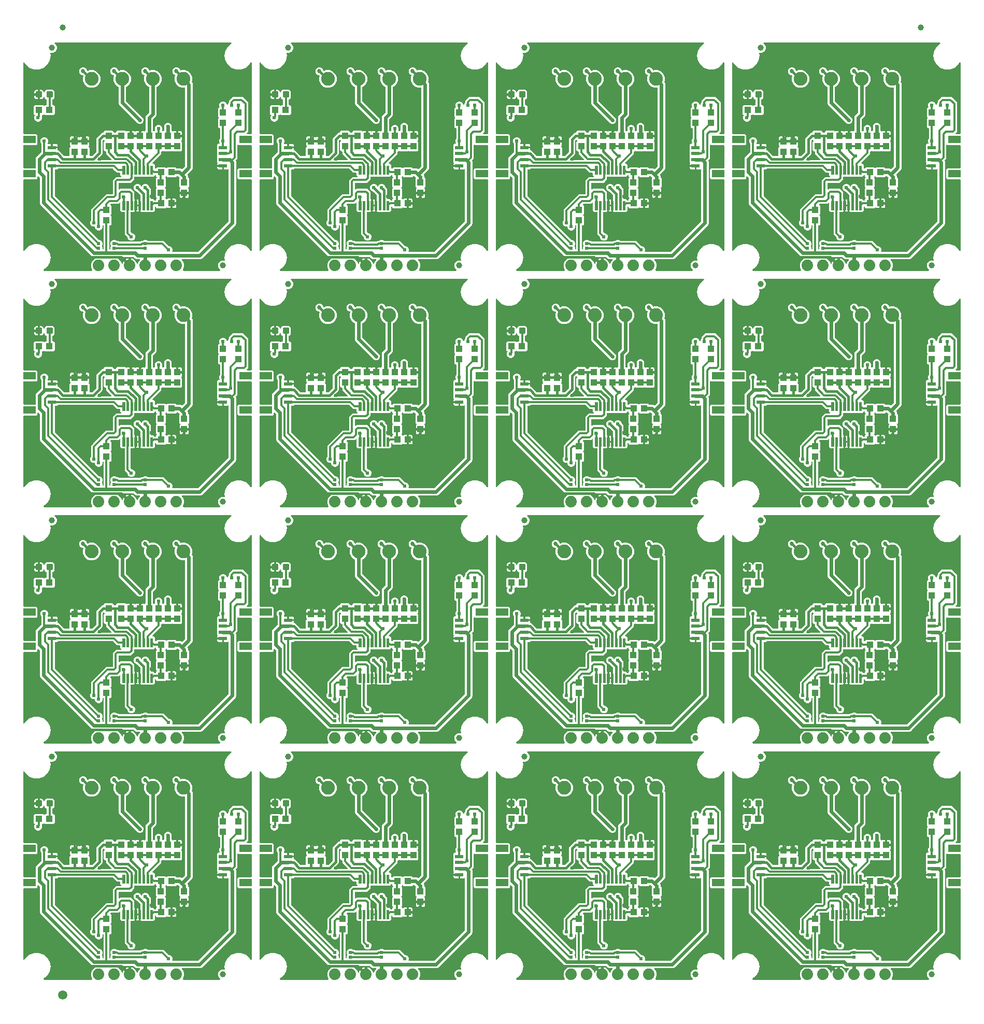
<source format=gtl>
G04 EAGLE Gerber RS-274X export*
G75*
%MOMM*%
%FSLAX34Y34*%
%LPD*%
%INTop Copper*%
%IPPOS*%
%AMOC8*
5,1,8,0,0,1.08239X$1,22.5*%
G01*
%ADD10C,1.000000*%
%ADD11R,2.000000X1.200000*%
%ADD12R,1.350000X0.600000*%
%ADD13C,1.879600*%
%ADD14R,1.000000X1.100000*%
%ADD15C,2.250000*%
%ADD16R,1.100000X1.000000*%
%ADD17C,0.300000*%
%ADD18C,0.090000*%
%ADD19C,0.685800*%
%ADD20C,1.500000*%
%ADD21C,0.609600*%
%ADD22C,0.304800*%
%ADD23C,0.609600*%
%ADD24C,0.406400*%

G36*
X1447481Y421399D02*
X1447481Y421399D01*
X1447568Y421402D01*
X1447621Y421419D01*
X1447676Y421427D01*
X1447755Y421462D01*
X1447839Y421489D01*
X1447878Y421517D01*
X1447935Y421543D01*
X1448048Y421639D01*
X1448112Y421684D01*
X1497286Y470858D01*
X1497338Y470928D01*
X1497398Y470992D01*
X1497424Y471041D01*
X1497457Y471085D01*
X1497488Y471167D01*
X1497528Y471245D01*
X1497536Y471292D01*
X1497558Y471351D01*
X1497570Y471499D01*
X1497583Y471576D01*
X1497583Y555270D01*
X1497578Y555309D01*
X1497580Y555350D01*
X1497558Y555450D01*
X1497543Y555551D01*
X1497527Y555588D01*
X1497518Y555627D01*
X1497469Y555717D01*
X1497427Y555810D01*
X1497401Y555841D01*
X1497382Y555876D01*
X1497310Y555949D01*
X1497244Y556027D01*
X1497210Y556050D01*
X1497182Y556078D01*
X1497092Y556128D01*
X1497007Y556185D01*
X1496968Y556197D01*
X1496933Y556217D01*
X1496834Y556240D01*
X1496736Y556271D01*
X1496696Y556272D01*
X1496656Y556281D01*
X1496554Y556275D01*
X1496452Y556278D01*
X1496413Y556268D01*
X1496373Y556266D01*
X1496331Y556250D01*
X1496300Y556247D01*
X1495524Y556039D01*
X1489939Y556039D01*
X1489939Y561096D01*
X1489931Y561154D01*
X1489933Y561212D01*
X1489911Y561294D01*
X1489899Y561377D01*
X1489876Y561431D01*
X1489861Y561487D01*
X1489818Y561560D01*
X1489783Y561637D01*
X1489745Y561681D01*
X1489716Y561732D01*
X1489654Y561789D01*
X1489600Y561854D01*
X1489551Y561886D01*
X1489508Y561926D01*
X1489433Y561965D01*
X1489363Y562011D01*
X1489307Y562029D01*
X1489255Y562056D01*
X1489187Y562067D01*
X1489092Y562097D01*
X1488992Y562100D01*
X1488965Y562104D01*
X1488963Y562122D01*
X1488964Y562180D01*
X1488943Y562262D01*
X1488931Y562346D01*
X1488907Y562399D01*
X1488893Y562455D01*
X1488849Y562528D01*
X1488815Y562605D01*
X1488777Y562650D01*
X1488747Y562700D01*
X1488686Y562758D01*
X1488631Y562822D01*
X1488583Y562854D01*
X1488540Y562894D01*
X1488465Y562933D01*
X1488395Y562980D01*
X1488339Y562997D01*
X1488287Y563024D01*
X1488219Y563035D01*
X1488124Y563065D01*
X1488024Y563068D01*
X1487956Y563079D01*
X1479149Y563079D01*
X1479149Y564914D01*
X1479322Y565561D01*
X1479326Y565568D01*
X1479352Y565631D01*
X1479386Y565690D01*
X1479405Y565762D01*
X1479433Y565831D01*
X1479440Y565899D01*
X1479457Y565965D01*
X1479454Y566040D01*
X1479462Y566114D01*
X1479450Y566181D01*
X1479447Y566249D01*
X1479425Y566320D01*
X1479411Y566394D01*
X1479381Y566455D01*
X1479360Y566520D01*
X1479324Y566571D01*
X1479285Y566649D01*
X1479208Y566733D01*
X1479165Y566793D01*
X1478641Y567317D01*
X1478641Y575843D01*
X1478661Y575862D01*
X1478696Y575909D01*
X1478738Y575949D01*
X1478781Y576022D01*
X1478831Y576089D01*
X1478852Y576144D01*
X1478882Y576194D01*
X1478903Y576276D01*
X1478933Y576355D01*
X1478938Y576413D01*
X1478952Y576470D01*
X1478949Y576554D01*
X1478956Y576638D01*
X1478945Y576696D01*
X1478943Y576754D01*
X1478917Y576834D01*
X1478900Y576917D01*
X1478873Y576969D01*
X1478855Y577025D01*
X1478815Y577081D01*
X1478769Y577169D01*
X1478701Y577242D01*
X1478661Y577298D01*
X1478641Y577317D01*
X1478641Y585843D01*
X1478661Y585862D01*
X1478696Y585909D01*
X1478738Y585949D01*
X1478781Y586022D01*
X1478831Y586089D01*
X1478852Y586144D01*
X1478882Y586194D01*
X1478903Y586276D01*
X1478933Y586355D01*
X1478938Y586413D01*
X1478952Y586470D01*
X1478949Y586554D01*
X1478956Y586638D01*
X1478945Y586696D01*
X1478943Y586754D01*
X1478917Y586834D01*
X1478900Y586917D01*
X1478873Y586969D01*
X1478855Y587025D01*
X1478815Y587081D01*
X1478769Y587169D01*
X1478701Y587242D01*
X1478661Y587298D01*
X1478641Y587317D01*
X1478641Y595843D01*
X1480427Y597629D01*
X1482124Y597629D01*
X1482238Y597645D01*
X1482352Y597655D01*
X1482378Y597665D01*
X1482405Y597669D01*
X1482510Y597716D01*
X1482617Y597757D01*
X1482639Y597773D01*
X1482665Y597785D01*
X1482752Y597859D01*
X1482844Y597928D01*
X1482861Y597951D01*
X1482882Y597968D01*
X1482945Y598064D01*
X1483014Y598156D01*
X1483024Y598182D01*
X1483039Y598205D01*
X1483074Y598315D01*
X1483115Y598422D01*
X1483117Y598450D01*
X1483125Y598476D01*
X1483128Y598591D01*
X1483137Y598705D01*
X1483132Y598730D01*
X1483132Y598760D01*
X1483065Y599017D01*
X1483062Y599033D01*
X1482343Y600767D01*
X1482343Y603193D01*
X1483271Y605434D01*
X1483570Y605732D01*
X1483622Y605802D01*
X1483682Y605866D01*
X1483708Y605915D01*
X1483741Y605959D01*
X1483772Y606041D01*
X1483812Y606119D01*
X1483820Y606166D01*
X1483842Y606225D01*
X1483854Y606373D01*
X1483867Y606450D01*
X1483867Y622016D01*
X1483859Y622074D01*
X1483861Y622132D01*
X1483839Y622214D01*
X1483827Y622298D01*
X1483804Y622351D01*
X1483789Y622407D01*
X1483746Y622480D01*
X1483711Y622557D01*
X1483673Y622602D01*
X1483644Y622652D01*
X1483582Y622710D01*
X1483528Y622774D01*
X1483479Y622806D01*
X1483436Y622846D01*
X1483361Y622885D01*
X1483291Y622932D01*
X1483235Y622949D01*
X1483183Y622976D01*
X1483115Y622987D01*
X1483020Y623017D01*
X1482920Y623020D01*
X1482852Y623031D01*
X1482177Y623031D01*
X1480391Y624817D01*
X1480391Y638343D01*
X1481411Y639362D01*
X1481446Y639409D01*
X1481488Y639449D01*
X1481531Y639522D01*
X1481581Y639589D01*
X1481602Y639644D01*
X1481632Y639694D01*
X1481653Y639776D01*
X1481683Y639855D01*
X1481688Y639913D01*
X1481702Y639970D01*
X1481699Y640054D01*
X1481706Y640138D01*
X1481695Y640196D01*
X1481693Y640254D01*
X1481667Y640334D01*
X1481650Y640417D01*
X1481623Y640469D01*
X1481605Y640525D01*
X1481565Y640581D01*
X1481519Y640669D01*
X1481451Y640742D01*
X1481411Y640798D01*
X1480391Y641817D01*
X1480391Y655343D01*
X1482418Y657369D01*
X1482419Y657371D01*
X1482420Y657372D01*
X1482504Y657484D01*
X1482589Y657597D01*
X1482589Y657598D01*
X1482590Y657599D01*
X1482640Y657732D01*
X1482690Y657862D01*
X1482690Y657864D01*
X1482691Y657865D01*
X1482702Y658009D01*
X1482714Y658146D01*
X1482713Y658147D01*
X1482713Y658149D01*
X1482710Y658164D01*
X1482658Y658424D01*
X1482644Y658451D01*
X1482638Y658476D01*
X1482343Y659187D01*
X1482343Y661613D01*
X1483271Y663854D01*
X1484986Y665569D01*
X1487227Y666497D01*
X1489653Y666497D01*
X1491894Y665569D01*
X1493609Y663854D01*
X1494487Y661733D01*
X1494502Y661707D01*
X1494511Y661679D01*
X1494574Y661585D01*
X1494632Y661488D01*
X1494653Y661468D01*
X1494669Y661443D01*
X1494756Y661370D01*
X1494838Y661293D01*
X1494864Y661279D01*
X1494887Y661260D01*
X1494990Y661214D01*
X1495091Y661162D01*
X1495120Y661157D01*
X1495147Y661145D01*
X1495259Y661129D01*
X1495370Y661107D01*
X1495399Y661110D01*
X1495428Y661106D01*
X1495540Y661122D01*
X1495653Y661132D01*
X1495680Y661142D01*
X1495710Y661147D01*
X1495813Y661193D01*
X1495918Y661234D01*
X1495942Y661252D01*
X1495969Y661264D01*
X1496055Y661337D01*
X1496145Y661406D01*
X1496163Y661429D01*
X1496185Y661448D01*
X1496227Y661514D01*
X1496315Y661633D01*
X1496337Y661692D01*
X1496363Y661733D01*
X1497241Y663854D01*
X1497540Y664152D01*
X1497592Y664222D01*
X1497652Y664286D01*
X1497678Y664335D01*
X1497711Y664379D01*
X1497742Y664461D01*
X1497782Y664539D01*
X1497790Y664586D01*
X1497812Y664645D01*
X1497824Y664793D01*
X1497837Y664870D01*
X1497837Y667374D01*
X1504326Y673863D01*
X1520814Y673863D01*
X1529843Y664834D01*
X1529843Y617866D01*
X1527339Y615362D01*
X1527321Y615338D01*
X1527299Y615319D01*
X1527236Y615225D01*
X1527168Y615135D01*
X1527157Y615107D01*
X1527141Y615083D01*
X1527107Y614975D01*
X1527067Y614869D01*
X1527064Y614840D01*
X1527055Y614812D01*
X1527052Y614698D01*
X1527043Y614586D01*
X1527049Y614557D01*
X1527048Y614528D01*
X1527077Y614418D01*
X1527099Y614307D01*
X1527112Y614281D01*
X1527120Y614253D01*
X1527178Y614155D01*
X1527230Y614055D01*
X1527250Y614033D01*
X1527265Y614008D01*
X1527348Y613931D01*
X1527426Y613849D01*
X1527451Y613834D01*
X1527472Y613814D01*
X1527573Y613762D01*
X1527671Y613705D01*
X1527699Y613698D01*
X1527726Y613684D01*
X1527803Y613671D01*
X1527946Y613635D01*
X1528009Y613637D01*
X1528057Y613629D01*
X1534160Y613629D01*
X1534218Y613637D01*
X1534276Y613635D01*
X1534358Y613657D01*
X1534442Y613669D01*
X1534495Y613692D01*
X1534551Y613707D01*
X1534624Y613750D01*
X1534701Y613785D01*
X1534746Y613823D01*
X1534796Y613852D01*
X1534854Y613914D01*
X1534918Y613968D01*
X1534950Y614017D01*
X1534990Y614060D01*
X1535029Y614135D01*
X1535076Y614205D01*
X1535093Y614261D01*
X1535120Y614313D01*
X1535131Y614381D01*
X1535161Y614476D01*
X1535164Y614576D01*
X1535175Y614644D01*
X1535175Y729631D01*
X1535173Y729651D01*
X1535175Y729670D01*
X1535153Y729791D01*
X1535135Y729913D01*
X1535127Y729931D01*
X1535124Y729950D01*
X1535069Y730060D01*
X1535019Y730172D01*
X1535007Y730187D01*
X1534998Y730205D01*
X1534915Y730296D01*
X1534836Y730389D01*
X1534819Y730400D01*
X1534806Y730415D01*
X1534701Y730479D01*
X1534599Y730547D01*
X1534580Y730553D01*
X1534564Y730563D01*
X1534445Y730596D01*
X1534328Y730633D01*
X1534308Y730633D01*
X1534289Y730638D01*
X1534167Y730637D01*
X1534044Y730640D01*
X1534025Y730635D01*
X1534005Y730635D01*
X1533887Y730599D01*
X1533769Y730568D01*
X1533752Y730558D01*
X1533733Y730552D01*
X1533630Y730486D01*
X1533524Y730423D01*
X1533511Y730409D01*
X1533494Y730398D01*
X1533448Y730341D01*
X1533330Y730216D01*
X1533306Y730170D01*
X1533281Y730139D01*
X1531425Y726924D01*
X1525318Y721800D01*
X1517826Y719073D01*
X1509854Y719073D01*
X1502362Y721800D01*
X1496255Y726924D01*
X1492269Y733829D01*
X1490885Y741680D01*
X1492269Y749531D01*
X1496255Y756435D01*
X1501960Y761222D01*
X1502009Y761277D01*
X1502065Y761325D01*
X1502104Y761382D01*
X1502150Y761434D01*
X1502182Y761500D01*
X1502223Y761561D01*
X1502244Y761627D01*
X1502274Y761690D01*
X1502286Y761762D01*
X1502308Y761832D01*
X1502310Y761901D01*
X1502322Y761970D01*
X1502314Y762043D01*
X1502316Y762116D01*
X1502298Y762183D01*
X1502291Y762252D01*
X1502263Y762320D01*
X1502244Y762391D01*
X1502209Y762451D01*
X1502182Y762515D01*
X1502136Y762573D01*
X1502099Y762636D01*
X1502048Y762683D01*
X1502005Y762737D01*
X1501945Y762780D01*
X1501891Y762830D01*
X1501830Y762862D01*
X1501773Y762902D01*
X1501704Y762926D01*
X1501638Y762960D01*
X1501580Y762970D01*
X1501505Y762996D01*
X1501383Y763003D01*
X1501307Y763015D01*
X1214238Y763015D01*
X1214209Y763011D01*
X1214180Y763014D01*
X1214069Y762991D01*
X1213957Y762975D01*
X1213930Y762963D01*
X1213901Y762958D01*
X1213801Y762905D01*
X1213697Y762859D01*
X1213675Y762840D01*
X1213649Y762827D01*
X1213567Y762749D01*
X1213480Y762676D01*
X1213464Y762651D01*
X1213443Y762631D01*
X1213386Y762533D01*
X1213323Y762439D01*
X1213314Y762411D01*
X1213299Y762386D01*
X1213271Y762276D01*
X1213237Y762168D01*
X1213236Y762138D01*
X1213229Y762110D01*
X1213233Y761997D01*
X1213230Y761884D01*
X1213237Y761855D01*
X1213238Y761826D01*
X1213273Y761718D01*
X1213302Y761609D01*
X1213317Y761583D01*
X1213326Y761555D01*
X1213371Y761492D01*
X1213447Y761364D01*
X1213492Y761321D01*
X1213520Y761282D01*
X1215863Y758939D01*
X1217089Y755981D01*
X1217089Y752779D01*
X1215863Y749821D01*
X1213599Y747557D01*
X1210641Y746331D01*
X1207439Y746331D01*
X1207354Y746366D01*
X1207295Y746382D01*
X1207239Y746406D01*
X1207158Y746417D01*
X1207079Y746437D01*
X1207018Y746436D01*
X1206957Y746444D01*
X1206876Y746432D01*
X1206795Y746429D01*
X1206736Y746411D01*
X1206676Y746402D01*
X1206602Y746368D01*
X1206524Y746343D01*
X1206473Y746309D01*
X1206417Y746283D01*
X1206356Y746230D01*
X1206288Y746184D01*
X1206248Y746138D01*
X1206202Y746098D01*
X1206157Y746029D01*
X1206105Y745967D01*
X1206080Y745911D01*
X1206046Y745860D01*
X1206022Y745782D01*
X1205989Y745707D01*
X1205981Y745646D01*
X1205963Y745588D01*
X1205963Y745521D01*
X1205950Y745425D01*
X1205965Y745323D01*
X1205966Y745252D01*
X1206595Y741680D01*
X1205211Y733829D01*
X1201225Y726925D01*
X1195118Y721800D01*
X1187626Y719073D01*
X1179654Y719073D01*
X1172162Y721800D01*
X1166055Y726924D01*
X1164199Y730139D01*
X1164187Y730154D01*
X1164179Y730172D01*
X1164100Y730266D01*
X1164024Y730363D01*
X1164008Y730374D01*
X1163995Y730389D01*
X1163893Y730458D01*
X1163794Y730529D01*
X1163775Y730536D01*
X1163759Y730547D01*
X1163641Y730584D01*
X1163526Y730626D01*
X1163506Y730627D01*
X1163488Y730633D01*
X1163365Y730636D01*
X1163242Y730644D01*
X1163223Y730639D01*
X1163204Y730640D01*
X1163085Y730609D01*
X1162965Y730582D01*
X1162947Y730573D01*
X1162929Y730568D01*
X1162823Y730506D01*
X1162715Y730447D01*
X1162701Y730433D01*
X1162684Y730423D01*
X1162600Y730333D01*
X1162513Y730247D01*
X1162503Y730230D01*
X1162490Y730216D01*
X1162434Y730106D01*
X1162374Y729999D01*
X1162369Y729980D01*
X1162360Y729962D01*
X1162348Y729890D01*
X1162309Y729722D01*
X1162311Y729671D01*
X1162305Y729631D01*
X1162305Y614644D01*
X1162313Y614586D01*
X1162311Y614528D01*
X1162333Y614446D01*
X1162345Y614362D01*
X1162368Y614309D01*
X1162383Y614253D01*
X1162426Y614180D01*
X1162461Y614103D01*
X1162499Y614058D01*
X1162528Y614008D01*
X1162590Y613950D01*
X1162644Y613886D01*
X1162693Y613854D01*
X1162736Y613814D01*
X1162811Y613775D01*
X1162881Y613728D01*
X1162937Y613711D01*
X1162989Y613684D01*
X1163057Y613673D01*
X1163152Y613643D01*
X1163252Y613640D01*
X1163320Y613629D01*
X1183553Y613629D01*
X1185339Y611843D01*
X1185339Y597317D01*
X1183553Y595531D01*
X1163320Y595531D01*
X1163262Y595523D01*
X1163204Y595525D01*
X1163122Y595503D01*
X1163038Y595491D01*
X1162985Y595468D01*
X1162929Y595453D01*
X1162856Y595410D01*
X1162779Y595375D01*
X1162734Y595337D01*
X1162684Y595308D01*
X1162626Y595246D01*
X1162562Y595192D01*
X1162530Y595143D01*
X1162490Y595100D01*
X1162451Y595025D01*
X1162404Y594955D01*
X1162387Y594899D01*
X1162360Y594847D01*
X1162349Y594779D01*
X1162319Y594684D01*
X1162316Y594584D01*
X1162305Y594516D01*
X1162305Y558644D01*
X1162312Y558591D01*
X1162311Y558560D01*
X1162312Y558557D01*
X1162311Y558528D01*
X1162333Y558446D01*
X1162345Y558362D01*
X1162368Y558309D01*
X1162383Y558253D01*
X1162426Y558180D01*
X1162461Y558103D01*
X1162499Y558058D01*
X1162528Y558008D01*
X1162590Y557950D01*
X1162644Y557886D01*
X1162693Y557854D01*
X1162736Y557814D01*
X1162811Y557775D01*
X1162881Y557728D01*
X1162937Y557711D01*
X1162989Y557684D01*
X1163057Y557673D01*
X1163152Y557643D01*
X1163252Y557640D01*
X1163320Y557629D01*
X1181608Y557629D01*
X1181666Y557637D01*
X1181724Y557635D01*
X1181806Y557657D01*
X1181890Y557669D01*
X1181943Y557692D01*
X1181999Y557707D01*
X1182072Y557750D01*
X1182149Y557785D01*
X1182194Y557823D01*
X1182244Y557852D01*
X1182302Y557914D01*
X1182366Y557968D01*
X1182398Y558017D01*
X1182438Y558060D01*
X1182477Y558135D01*
X1182524Y558205D01*
X1182541Y558261D01*
X1182568Y558313D01*
X1182579Y558381D01*
X1182609Y558476D01*
X1182612Y558576D01*
X1182623Y558644D01*
X1182623Y573983D01*
X1183551Y576224D01*
X1191470Y584142D01*
X1191522Y584212D01*
X1191582Y584276D01*
X1191608Y584325D01*
X1191641Y584369D01*
X1191672Y584451D01*
X1191712Y584529D01*
X1191720Y584576D01*
X1191742Y584635D01*
X1191754Y584783D01*
X1191767Y584860D01*
X1191767Y597510D01*
X1191755Y597597D01*
X1191752Y597684D01*
X1191735Y597737D01*
X1191727Y597792D01*
X1191692Y597871D01*
X1191665Y597955D01*
X1191637Y597994D01*
X1191611Y598051D01*
X1191515Y598164D01*
X1191470Y598228D01*
X1191171Y598526D01*
X1190243Y600767D01*
X1190243Y603193D01*
X1191171Y605434D01*
X1192886Y607149D01*
X1195127Y608077D01*
X1197553Y608077D01*
X1199794Y607149D01*
X1201509Y605434D01*
X1202437Y603193D01*
X1202437Y600767D01*
X1201508Y598525D01*
X1201479Y598413D01*
X1201444Y598304D01*
X1201444Y598276D01*
X1201437Y598249D01*
X1201440Y598135D01*
X1201437Y598020D01*
X1201444Y597993D01*
X1201445Y597965D01*
X1201480Y597856D01*
X1201509Y597745D01*
X1201523Y597721D01*
X1201532Y597694D01*
X1201596Y597599D01*
X1201654Y597500D01*
X1201674Y597481D01*
X1201690Y597458D01*
X1201778Y597384D01*
X1201862Y597306D01*
X1201886Y597293D01*
X1201907Y597275D01*
X1202012Y597229D01*
X1202115Y597176D01*
X1202139Y597172D01*
X1202167Y597160D01*
X1202431Y597123D01*
X1202446Y597121D01*
X1207541Y597121D01*
X1207541Y592064D01*
X1207549Y592006D01*
X1207547Y591948D01*
X1207569Y591866D01*
X1207581Y591783D01*
X1207604Y591729D01*
X1207619Y591673D01*
X1207662Y591600D01*
X1207697Y591523D01*
X1207735Y591479D01*
X1207764Y591428D01*
X1207826Y591371D01*
X1207880Y591306D01*
X1207929Y591274D01*
X1207972Y591234D01*
X1208047Y591195D01*
X1208117Y591149D01*
X1208173Y591131D01*
X1208225Y591104D01*
X1208293Y591093D01*
X1208388Y591063D01*
X1208488Y591060D01*
X1208515Y591056D01*
X1208516Y591049D01*
X1208516Y591048D01*
X1208516Y591047D01*
X1208517Y591038D01*
X1208516Y590980D01*
X1208537Y590898D01*
X1208549Y590814D01*
X1208573Y590761D01*
X1208587Y590705D01*
X1208631Y590632D01*
X1208665Y590555D01*
X1208703Y590510D01*
X1208733Y590460D01*
X1208794Y590402D01*
X1208849Y590338D01*
X1208897Y590306D01*
X1208940Y590266D01*
X1209015Y590227D01*
X1209085Y590180D01*
X1209141Y590163D01*
X1209193Y590136D01*
X1209261Y590125D01*
X1209356Y590095D01*
X1209456Y590092D01*
X1209524Y590081D01*
X1218331Y590081D01*
X1218331Y588246D01*
X1218240Y587906D01*
X1218224Y587773D01*
X1218205Y587641D01*
X1218206Y587632D01*
X1218205Y587624D01*
X1218227Y587492D01*
X1218246Y587359D01*
X1218249Y587352D01*
X1218251Y587344D01*
X1218308Y587221D01*
X1218363Y587100D01*
X1218368Y587094D01*
X1218372Y587086D01*
X1218461Y586986D01*
X1218547Y586884D01*
X1218554Y586880D01*
X1218560Y586873D01*
X1218799Y586720D01*
X1218818Y586714D01*
X1218832Y586706D01*
X1220808Y585887D01*
X1228627Y578068D01*
X1228697Y578016D01*
X1228761Y577956D01*
X1228810Y577930D01*
X1228854Y577897D01*
X1228936Y577866D01*
X1229014Y577826D01*
X1229062Y577818D01*
X1229120Y577796D01*
X1229268Y577784D01*
X1229345Y577771D01*
X1236806Y577771D01*
X1236864Y577779D01*
X1236922Y577777D01*
X1237004Y577799D01*
X1237088Y577811D01*
X1237141Y577834D01*
X1237197Y577849D01*
X1237270Y577892D01*
X1237347Y577927D01*
X1237392Y577965D01*
X1237442Y577994D01*
X1237500Y578056D01*
X1237564Y578110D01*
X1237596Y578159D01*
X1237636Y578202D01*
X1237675Y578277D01*
X1237722Y578347D01*
X1237739Y578403D01*
X1237766Y578455D01*
X1237777Y578523D01*
X1237807Y578618D01*
X1237810Y578718D01*
X1237821Y578786D01*
X1237821Y591353D01*
X1239200Y592731D01*
X1239235Y592778D01*
X1239277Y592818D01*
X1239320Y592891D01*
X1239371Y592958D01*
X1239392Y593013D01*
X1239421Y593064D01*
X1239442Y593145D01*
X1239472Y593224D01*
X1239477Y593283D01*
X1239491Y593339D01*
X1239488Y593423D01*
X1239495Y593507D01*
X1239484Y593565D01*
X1239482Y593623D01*
X1239456Y593703D01*
X1239440Y593786D01*
X1239413Y593838D01*
X1239395Y593894D01*
X1239355Y593950D01*
X1239309Y594039D01*
X1239240Y594111D01*
X1239200Y594167D01*
X1238837Y594530D01*
X1238502Y595109D01*
X1238329Y595756D01*
X1238329Y599559D01*
X1244854Y599559D01*
X1244912Y599567D01*
X1244970Y599565D01*
X1245052Y599587D01*
X1245135Y599599D01*
X1245189Y599623D01*
X1245245Y599637D01*
X1245318Y599680D01*
X1245395Y599715D01*
X1245439Y599753D01*
X1245490Y599783D01*
X1245547Y599844D01*
X1245612Y599899D01*
X1245644Y599947D01*
X1245684Y599990D01*
X1245723Y600065D01*
X1245769Y600135D01*
X1245787Y600191D01*
X1245814Y600243D01*
X1245825Y600311D01*
X1245855Y600406D01*
X1245858Y600506D01*
X1245869Y600574D01*
X1245869Y601591D01*
X1245871Y601591D01*
X1245871Y600574D01*
X1245879Y600516D01*
X1245878Y600458D01*
X1245899Y600376D01*
X1245911Y600293D01*
X1245935Y600239D01*
X1245949Y600183D01*
X1245992Y600110D01*
X1246027Y600033D01*
X1246065Y599988D01*
X1246095Y599938D01*
X1246156Y599880D01*
X1246211Y599816D01*
X1246259Y599784D01*
X1246302Y599744D01*
X1246377Y599705D01*
X1246447Y599659D01*
X1246503Y599641D01*
X1246555Y599614D01*
X1246623Y599603D01*
X1246718Y599573D01*
X1246818Y599570D01*
X1246886Y599559D01*
X1261364Y599559D01*
X1261422Y599567D01*
X1261480Y599565D01*
X1261562Y599587D01*
X1261645Y599599D01*
X1261699Y599623D01*
X1261755Y599637D01*
X1261828Y599680D01*
X1261905Y599715D01*
X1261949Y599753D01*
X1262000Y599783D01*
X1262057Y599844D01*
X1262122Y599899D01*
X1262154Y599947D01*
X1262194Y599990D01*
X1262233Y600065D01*
X1262279Y600135D01*
X1262297Y600191D01*
X1262324Y600243D01*
X1262335Y600311D01*
X1262365Y600406D01*
X1262368Y600506D01*
X1262379Y600574D01*
X1262379Y601591D01*
X1262381Y601591D01*
X1262381Y600574D01*
X1262389Y600516D01*
X1262388Y600458D01*
X1262409Y600376D01*
X1262421Y600293D01*
X1262445Y600239D01*
X1262459Y600183D01*
X1262502Y600110D01*
X1262537Y600033D01*
X1262575Y599988D01*
X1262605Y599938D01*
X1262666Y599880D01*
X1262721Y599816D01*
X1262769Y599784D01*
X1262812Y599744D01*
X1262887Y599705D01*
X1262957Y599659D01*
X1263013Y599641D01*
X1263065Y599614D01*
X1263133Y599603D01*
X1263228Y599573D01*
X1263328Y599570D01*
X1263396Y599559D01*
X1269921Y599559D01*
X1269921Y595756D01*
X1269748Y595109D01*
X1269413Y594530D01*
X1269050Y594167D01*
X1269015Y594120D01*
X1268973Y594080D01*
X1268930Y594007D01*
X1268879Y593940D01*
X1268858Y593885D01*
X1268829Y593835D01*
X1268808Y593753D01*
X1268778Y593674D01*
X1268773Y593616D01*
X1268759Y593559D01*
X1268762Y593475D01*
X1268755Y593391D01*
X1268766Y593334D01*
X1268768Y593275D01*
X1268794Y593195D01*
X1268810Y593112D01*
X1268837Y593060D01*
X1268855Y593005D01*
X1268896Y592948D01*
X1268941Y592860D01*
X1269010Y592788D01*
X1269050Y592731D01*
X1270429Y591353D01*
X1270429Y578786D01*
X1270437Y578728D01*
X1270435Y578670D01*
X1270457Y578588D01*
X1270469Y578504D01*
X1270492Y578451D01*
X1270507Y578395D01*
X1270550Y578322D01*
X1270585Y578245D01*
X1270623Y578200D01*
X1270652Y578150D01*
X1270714Y578092D01*
X1270768Y578028D01*
X1270817Y577996D01*
X1270860Y577956D01*
X1270935Y577917D01*
X1271005Y577870D01*
X1271061Y577853D01*
X1271113Y577826D01*
X1271181Y577815D01*
X1271276Y577785D01*
X1271376Y577782D01*
X1271444Y577771D01*
X1273745Y577771D01*
X1273832Y577783D01*
X1273919Y577786D01*
X1273972Y577803D01*
X1274026Y577811D01*
X1274106Y577846D01*
X1274189Y577873D01*
X1274229Y577901D01*
X1274286Y577927D01*
X1274399Y578023D01*
X1274463Y578068D01*
X1281132Y584737D01*
X1281184Y584807D01*
X1281244Y584871D01*
X1281270Y584920D01*
X1281303Y584964D01*
X1281334Y585046D01*
X1281374Y585124D01*
X1281382Y585172D01*
X1281404Y585230D01*
X1281416Y585378D01*
X1281429Y585455D01*
X1281429Y605531D01*
X1282203Y607398D01*
X1289592Y614787D01*
X1291459Y615561D01*
X1292686Y615561D01*
X1292744Y615569D01*
X1292802Y615567D01*
X1292884Y615589D01*
X1292968Y615601D01*
X1293021Y615624D01*
X1293077Y615639D01*
X1293150Y615682D01*
X1293227Y615717D01*
X1293272Y615755D01*
X1293322Y615784D01*
X1293380Y615846D01*
X1293444Y615900D01*
X1293476Y615949D01*
X1293516Y615992D01*
X1293555Y616067D01*
X1293602Y616137D01*
X1293619Y616193D01*
X1293646Y616245D01*
X1293657Y616313D01*
X1293687Y616408D01*
X1293690Y616508D01*
X1293701Y616576D01*
X1293701Y617243D01*
X1295487Y619029D01*
X1308013Y619029D01*
X1309799Y617243D01*
X1309799Y616576D01*
X1309807Y616518D01*
X1309805Y616460D01*
X1309827Y616378D01*
X1309839Y616294D01*
X1309862Y616241D01*
X1309877Y616185D01*
X1309920Y616112D01*
X1309955Y616035D01*
X1309993Y615990D01*
X1310022Y615940D01*
X1310084Y615882D01*
X1310138Y615818D01*
X1310187Y615786D01*
X1310230Y615746D01*
X1310305Y615707D01*
X1310375Y615660D01*
X1310431Y615643D01*
X1310483Y615616D01*
X1310551Y615605D01*
X1310646Y615575D01*
X1310746Y615572D01*
X1310814Y615561D01*
X1313006Y615561D01*
X1313064Y615569D01*
X1313122Y615567D01*
X1313204Y615589D01*
X1313288Y615601D01*
X1313341Y615624D01*
X1313397Y615639D01*
X1313470Y615682D01*
X1313547Y615717D01*
X1313592Y615755D01*
X1313642Y615784D01*
X1313700Y615846D01*
X1313764Y615900D01*
X1313796Y615949D01*
X1313836Y615992D01*
X1313875Y616067D01*
X1313922Y616137D01*
X1313939Y616193D01*
X1313966Y616245D01*
X1313977Y616313D01*
X1314007Y616408D01*
X1314010Y616508D01*
X1314021Y616576D01*
X1314021Y617243D01*
X1315807Y619029D01*
X1328333Y619029D01*
X1329331Y618030D01*
X1329378Y617995D01*
X1329419Y617953D01*
X1329491Y617910D01*
X1329559Y617859D01*
X1329613Y617839D01*
X1329664Y617809D01*
X1329746Y617788D01*
X1329824Y617758D01*
X1329883Y617753D01*
X1329939Y617739D01*
X1330024Y617742D01*
X1330108Y617735D01*
X1330165Y617746D01*
X1330223Y617748D01*
X1330304Y617774D01*
X1330386Y617790D01*
X1330438Y617817D01*
X1330494Y617835D01*
X1330550Y617876D01*
X1330639Y617921D01*
X1330711Y617990D01*
X1330714Y617992D01*
X1331329Y618348D01*
X1331976Y618521D01*
X1335279Y618521D01*
X1335279Y611496D01*
X1335287Y611438D01*
X1335285Y611380D01*
X1335307Y611298D01*
X1335319Y611215D01*
X1335343Y611161D01*
X1335357Y611105D01*
X1335400Y611032D01*
X1335435Y610955D01*
X1335473Y610911D01*
X1335503Y610860D01*
X1335564Y610803D01*
X1335619Y610738D01*
X1335667Y610706D01*
X1335710Y610666D01*
X1335785Y610627D01*
X1335855Y610581D01*
X1335911Y610563D01*
X1335963Y610536D01*
X1336031Y610525D01*
X1336126Y610495D01*
X1336226Y610492D01*
X1336294Y610481D01*
X1337311Y610481D01*
X1337311Y609464D01*
X1337319Y609406D01*
X1337318Y609348D01*
X1337339Y609266D01*
X1337351Y609183D01*
X1337375Y609129D01*
X1337389Y609073D01*
X1337432Y609000D01*
X1337467Y608923D01*
X1337505Y608878D01*
X1337535Y608828D01*
X1337596Y608770D01*
X1337651Y608706D01*
X1337699Y608674D01*
X1337742Y608634D01*
X1337817Y608595D01*
X1337887Y608549D01*
X1337943Y608531D01*
X1337995Y608504D01*
X1338063Y608493D01*
X1338158Y608463D01*
X1338258Y608460D01*
X1338326Y608449D01*
X1351534Y608449D01*
X1351592Y608457D01*
X1351650Y608455D01*
X1351732Y608477D01*
X1351815Y608489D01*
X1351869Y608513D01*
X1351925Y608527D01*
X1351998Y608570D01*
X1352075Y608605D01*
X1352119Y608643D01*
X1352170Y608673D01*
X1352227Y608734D01*
X1352292Y608789D01*
X1352324Y608837D01*
X1352364Y608880D01*
X1352403Y608955D01*
X1352449Y609025D01*
X1352467Y609081D01*
X1352494Y609133D01*
X1352505Y609201D01*
X1352535Y609296D01*
X1352538Y609396D01*
X1352549Y609464D01*
X1352549Y610481D01*
X1353566Y610481D01*
X1353624Y610489D01*
X1353682Y610488D01*
X1353764Y610509D01*
X1353847Y610521D01*
X1353901Y610545D01*
X1353957Y610559D01*
X1354030Y610602D01*
X1354107Y610637D01*
X1354151Y610675D01*
X1354202Y610705D01*
X1354259Y610766D01*
X1354324Y610821D01*
X1354356Y610869D01*
X1354396Y610912D01*
X1354435Y610987D01*
X1354481Y611057D01*
X1354499Y611113D01*
X1354526Y611165D01*
X1354537Y611233D01*
X1354567Y611328D01*
X1354570Y611428D01*
X1354581Y611496D01*
X1354581Y618521D01*
X1357884Y618521D01*
X1358531Y618348D01*
X1359134Y617999D01*
X1359139Y617995D01*
X1359180Y617953D01*
X1359253Y617910D01*
X1359320Y617859D01*
X1359375Y617839D01*
X1359425Y617809D01*
X1359507Y617788D01*
X1359586Y617758D01*
X1359644Y617753D01*
X1359701Y617739D01*
X1359785Y617742D01*
X1359869Y617735D01*
X1359926Y617746D01*
X1359985Y617748D01*
X1360065Y617774D01*
X1360148Y617790D01*
X1360200Y617817D01*
X1360255Y617835D01*
X1360311Y617875D01*
X1360400Y617921D01*
X1360472Y617990D01*
X1360529Y618030D01*
X1361396Y618897D01*
X1361406Y618911D01*
X1361412Y618916D01*
X1361429Y618941D01*
X1361448Y618967D01*
X1361508Y619031D01*
X1361534Y619081D01*
X1361567Y619125D01*
X1361598Y619206D01*
X1361638Y619284D01*
X1361646Y619332D01*
X1361668Y619390D01*
X1361680Y619538D01*
X1361693Y619615D01*
X1361693Y641293D01*
X1362621Y643534D01*
X1367346Y648258D01*
X1367398Y648328D01*
X1367458Y648392D01*
X1367484Y648441D01*
X1367517Y648485D01*
X1367548Y648567D01*
X1367588Y648645D01*
X1367596Y648692D01*
X1367618Y648751D01*
X1367627Y648858D01*
X1367629Y648866D01*
X1367630Y648896D01*
X1367630Y648899D01*
X1367643Y648976D01*
X1367643Y689950D01*
X1367643Y689952D01*
X1367643Y689953D01*
X1367623Y690093D01*
X1367603Y690232D01*
X1367603Y690233D01*
X1367603Y690235D01*
X1367546Y690361D01*
X1367487Y690491D01*
X1367486Y690492D01*
X1367485Y690494D01*
X1367394Y690601D01*
X1367304Y690708D01*
X1367302Y690709D01*
X1367301Y690710D01*
X1367288Y690718D01*
X1367067Y690866D01*
X1367038Y690875D01*
X1367017Y690888D01*
X1365640Y691458D01*
X1361618Y695480D01*
X1359441Y700736D01*
X1359441Y706424D01*
X1360351Y708621D01*
X1360366Y708677D01*
X1360389Y708731D01*
X1360401Y708814D01*
X1360422Y708896D01*
X1360420Y708954D01*
X1360428Y709012D01*
X1360416Y709096D01*
X1360414Y709180D01*
X1360396Y709236D01*
X1360388Y709294D01*
X1360353Y709371D01*
X1360327Y709451D01*
X1360295Y709500D01*
X1360271Y709553D01*
X1360216Y709617D01*
X1360169Y709687D01*
X1360124Y709725D01*
X1360086Y709769D01*
X1360028Y709806D01*
X1359951Y709870D01*
X1359860Y709911D01*
X1359802Y709947D01*
X1357771Y710788D01*
X1355948Y712611D01*
X1354962Y714992D01*
X1354962Y717568D01*
X1355948Y719949D01*
X1357771Y721772D01*
X1360152Y722758D01*
X1362728Y722758D01*
X1365109Y721772D01*
X1366932Y719949D01*
X1367856Y717718D01*
X1367885Y717668D01*
X1367906Y717613D01*
X1367957Y717546D01*
X1368000Y717474D01*
X1368043Y717433D01*
X1368078Y717387D01*
X1368146Y717336D01*
X1368207Y717278D01*
X1368259Y717252D01*
X1368306Y717217D01*
X1368385Y717187D01*
X1368460Y717148D01*
X1368517Y717137D01*
X1368572Y717116D01*
X1368656Y717109D01*
X1368738Y717093D01*
X1368797Y717098D01*
X1368855Y717093D01*
X1368922Y717109D01*
X1369022Y717118D01*
X1369115Y717153D01*
X1369182Y717169D01*
X1370896Y717879D01*
X1376584Y717879D01*
X1381840Y715702D01*
X1385862Y711680D01*
X1388039Y706424D01*
X1388039Y700736D01*
X1385862Y695480D01*
X1381840Y691458D01*
X1380463Y690888D01*
X1380462Y690887D01*
X1380461Y690887D01*
X1380342Y690817D01*
X1380219Y690744D01*
X1380218Y690742D01*
X1380216Y690742D01*
X1380119Y690638D01*
X1380023Y690537D01*
X1380023Y690536D01*
X1380022Y690534D01*
X1379957Y690409D01*
X1379893Y690284D01*
X1379893Y690283D01*
X1379892Y690281D01*
X1379890Y690266D01*
X1379838Y690005D01*
X1379841Y689975D01*
X1379837Y689950D01*
X1379837Y644817D01*
X1378909Y642576D01*
X1374184Y637852D01*
X1374132Y637782D01*
X1374072Y637718D01*
X1374046Y637669D01*
X1374013Y637625D01*
X1373982Y637543D01*
X1373942Y637465D01*
X1373934Y637418D01*
X1373912Y637359D01*
X1373900Y637211D01*
X1373887Y637134D01*
X1373887Y619615D01*
X1373899Y619529D01*
X1373902Y619441D01*
X1373919Y619389D01*
X1373927Y619334D01*
X1373962Y619254D01*
X1373989Y619171D01*
X1374017Y619132D01*
X1374043Y619074D01*
X1374113Y618991D01*
X1374135Y618955D01*
X1374159Y618932D01*
X1374184Y618897D01*
X1374692Y618389D01*
X1374739Y618354D01*
X1374779Y618312D01*
X1374852Y618269D01*
X1374919Y618219D01*
X1374974Y618198D01*
X1375024Y618168D01*
X1375106Y618147D01*
X1375185Y618117D01*
X1375243Y618112D01*
X1375300Y618098D01*
X1375384Y618101D01*
X1375468Y618094D01*
X1375526Y618105D01*
X1375584Y618107D01*
X1375664Y618133D01*
X1375747Y618150D01*
X1375799Y618177D01*
X1375855Y618195D01*
X1375911Y618235D01*
X1375999Y618281D01*
X1376072Y618349D01*
X1376128Y618389D01*
X1377008Y619269D01*
X1377009Y619271D01*
X1377010Y619272D01*
X1377097Y619388D01*
X1377179Y619497D01*
X1377179Y619498D01*
X1377180Y619499D01*
X1377229Y619630D01*
X1377280Y619762D01*
X1377280Y619764D01*
X1377281Y619765D01*
X1377292Y619904D01*
X1377304Y620046D01*
X1377303Y620047D01*
X1377303Y620049D01*
X1377300Y620064D01*
X1377248Y620324D01*
X1377234Y620351D01*
X1377228Y620376D01*
X1376933Y621087D01*
X1376933Y623513D01*
X1377861Y625754D01*
X1379576Y627469D01*
X1381817Y628397D01*
X1384243Y628397D01*
X1386484Y627469D01*
X1388199Y625754D01*
X1389127Y623513D01*
X1389127Y621087D01*
X1388832Y620376D01*
X1388832Y620374D01*
X1388831Y620373D01*
X1388797Y620240D01*
X1388761Y620101D01*
X1388761Y620099D01*
X1388761Y620097D01*
X1388765Y619957D01*
X1388769Y619816D01*
X1388770Y619815D01*
X1388770Y619813D01*
X1388815Y619674D01*
X1388856Y619546D01*
X1388857Y619544D01*
X1388857Y619543D01*
X1388866Y619530D01*
X1389014Y619310D01*
X1389038Y619290D01*
X1389052Y619269D01*
X1389932Y618389D01*
X1389979Y618354D01*
X1390019Y618312D01*
X1390092Y618269D01*
X1390159Y618219D01*
X1390214Y618198D01*
X1390264Y618168D01*
X1390346Y618147D01*
X1390425Y618117D01*
X1390483Y618112D01*
X1390540Y618098D01*
X1390624Y618101D01*
X1390708Y618094D01*
X1390766Y618105D01*
X1390824Y618107D01*
X1390904Y618133D01*
X1390987Y618150D01*
X1391039Y618177D01*
X1391095Y618195D01*
X1391151Y618235D01*
X1391239Y618281D01*
X1391312Y618349D01*
X1391368Y618389D01*
X1391876Y618897D01*
X1391886Y618911D01*
X1391892Y618916D01*
X1391909Y618941D01*
X1391928Y618967D01*
X1391988Y619031D01*
X1392014Y619081D01*
X1392047Y619125D01*
X1392078Y619206D01*
X1392118Y619284D01*
X1392126Y619332D01*
X1392148Y619390D01*
X1392160Y619538D01*
X1392173Y619615D01*
X1392173Y627323D01*
X1393101Y629564D01*
X1394816Y631279D01*
X1397057Y632207D01*
X1399483Y632207D01*
X1401724Y631279D01*
X1403439Y629564D01*
X1404367Y627323D01*
X1404367Y619615D01*
X1404379Y619529D01*
X1404382Y619441D01*
X1404399Y619389D01*
X1404407Y619334D01*
X1404442Y619254D01*
X1404469Y619171D01*
X1404497Y619132D01*
X1404523Y619074D01*
X1404593Y618991D01*
X1404615Y618955D01*
X1404639Y618932D01*
X1404664Y618897D01*
X1405531Y618030D01*
X1405578Y617995D01*
X1405619Y617953D01*
X1405691Y617910D01*
X1405759Y617859D01*
X1405813Y617839D01*
X1405864Y617809D01*
X1405946Y617788D01*
X1406024Y617758D01*
X1406083Y617753D01*
X1406139Y617739D01*
X1406224Y617742D01*
X1406308Y617735D01*
X1406365Y617746D01*
X1406423Y617748D01*
X1406504Y617774D01*
X1406586Y617790D01*
X1406638Y617817D01*
X1406694Y617835D01*
X1406750Y617876D01*
X1406839Y617921D01*
X1406911Y617990D01*
X1406914Y617992D01*
X1407529Y618348D01*
X1408176Y618521D01*
X1411479Y618521D01*
X1411479Y611496D01*
X1411487Y611438D01*
X1411485Y611380D01*
X1411507Y611298D01*
X1411519Y611215D01*
X1411543Y611161D01*
X1411557Y611105D01*
X1411600Y611032D01*
X1411635Y610955D01*
X1411673Y610911D01*
X1411703Y610860D01*
X1411764Y610803D01*
X1411819Y610738D01*
X1411867Y610706D01*
X1411910Y610666D01*
X1411985Y610627D01*
X1412055Y610581D01*
X1412111Y610563D01*
X1412163Y610536D01*
X1412231Y610525D01*
X1412326Y610495D01*
X1412426Y610492D01*
X1412494Y610481D01*
X1413511Y610481D01*
X1413511Y609464D01*
X1413519Y609406D01*
X1413518Y609348D01*
X1413539Y609266D01*
X1413551Y609183D01*
X1413575Y609129D01*
X1413589Y609073D01*
X1413632Y609000D01*
X1413667Y608923D01*
X1413705Y608878D01*
X1413735Y608828D01*
X1413796Y608770D01*
X1413851Y608706D01*
X1413899Y608674D01*
X1413942Y608634D01*
X1414017Y608595D01*
X1414087Y608549D01*
X1414143Y608531D01*
X1414195Y608504D01*
X1414263Y608493D01*
X1414358Y608463D01*
X1414458Y608460D01*
X1414526Y608449D01*
X1421051Y608449D01*
X1421051Y604646D01*
X1420878Y603999D01*
X1420543Y603420D01*
X1420180Y603057D01*
X1420145Y603010D01*
X1420103Y602970D01*
X1420060Y602897D01*
X1420009Y602830D01*
X1419988Y602775D01*
X1419959Y602725D01*
X1419938Y602643D01*
X1419908Y602564D01*
X1419903Y602506D01*
X1419889Y602449D01*
X1419892Y602365D01*
X1419885Y602281D01*
X1419896Y602224D01*
X1419898Y602165D01*
X1419924Y602085D01*
X1419940Y602002D01*
X1419965Y601955D01*
X1419969Y601941D01*
X1419973Y601934D01*
X1419985Y601895D01*
X1420026Y601838D01*
X1420071Y601750D01*
X1420100Y601720D01*
X1420114Y601696D01*
X1420153Y601659D01*
X1420180Y601621D01*
X1421559Y600243D01*
X1421559Y586717D01*
X1419773Y584931D01*
X1407247Y584931D01*
X1406608Y585571D01*
X1406561Y585606D01*
X1406521Y585648D01*
X1406448Y585691D01*
X1406381Y585741D01*
X1406326Y585762D01*
X1406276Y585792D01*
X1406194Y585813D01*
X1406115Y585843D01*
X1406057Y585848D01*
X1406000Y585862D01*
X1405916Y585859D01*
X1405832Y585866D01*
X1405774Y585855D01*
X1405716Y585853D01*
X1405636Y585827D01*
X1405553Y585810D01*
X1405501Y585783D01*
X1405445Y585765D01*
X1405389Y585725D01*
X1405301Y585679D01*
X1405228Y585611D01*
X1405172Y585571D01*
X1404533Y584931D01*
X1392007Y584931D01*
X1391368Y585571D01*
X1391321Y585606D01*
X1391281Y585648D01*
X1391208Y585691D01*
X1391141Y585741D01*
X1391086Y585762D01*
X1391036Y585792D01*
X1390954Y585813D01*
X1390875Y585843D01*
X1390817Y585848D01*
X1390760Y585862D01*
X1390676Y585859D01*
X1390592Y585866D01*
X1390534Y585855D01*
X1390476Y585853D01*
X1390396Y585827D01*
X1390313Y585810D01*
X1390261Y585783D01*
X1390205Y585765D01*
X1390149Y585725D01*
X1390061Y585679D01*
X1389988Y585611D01*
X1389932Y585571D01*
X1389293Y584931D01*
X1388618Y584931D01*
X1388560Y584923D01*
X1388502Y584925D01*
X1388420Y584903D01*
X1388336Y584891D01*
X1388283Y584868D01*
X1388227Y584853D01*
X1388154Y584810D01*
X1388077Y584775D01*
X1388032Y584737D01*
X1387982Y584708D01*
X1387924Y584646D01*
X1387860Y584592D01*
X1387828Y584543D01*
X1387788Y584500D01*
X1387749Y584425D01*
X1387702Y584355D01*
X1387685Y584299D01*
X1387658Y584247D01*
X1387647Y584179D01*
X1387617Y584084D01*
X1387614Y583984D01*
X1387603Y583916D01*
X1387603Y581036D01*
X1373629Y567062D01*
X1373611Y567038D01*
X1373589Y567019D01*
X1373526Y566925D01*
X1373458Y566835D01*
X1373447Y566807D01*
X1373431Y566783D01*
X1373397Y566675D01*
X1373357Y566569D01*
X1373354Y566540D01*
X1373345Y566512D01*
X1373342Y566398D01*
X1373333Y566286D01*
X1373339Y566257D01*
X1373338Y566228D01*
X1373367Y566118D01*
X1373389Y566007D01*
X1373402Y565981D01*
X1373410Y565953D01*
X1373468Y565855D01*
X1373520Y565755D01*
X1373540Y565733D01*
X1373555Y565708D01*
X1373638Y565631D01*
X1373716Y565549D01*
X1373741Y565534D01*
X1373762Y565514D01*
X1373863Y565462D01*
X1373961Y565405D01*
X1373989Y565398D01*
X1374016Y565384D01*
X1374093Y565371D01*
X1374236Y565335D01*
X1374299Y565337D01*
X1374347Y565329D01*
X1374739Y565329D01*
X1376789Y563279D01*
X1376789Y558001D01*
X1376793Y557972D01*
X1376790Y557943D01*
X1376813Y557832D01*
X1376829Y557720D01*
X1376841Y557693D01*
X1376846Y557664D01*
X1376899Y557564D01*
X1376945Y557460D01*
X1376964Y557438D01*
X1376977Y557412D01*
X1377055Y557330D01*
X1377128Y557243D01*
X1377153Y557227D01*
X1377173Y557206D01*
X1377271Y557149D01*
X1377365Y557086D01*
X1377393Y557077D01*
X1377418Y557062D01*
X1377528Y557034D01*
X1377636Y557000D01*
X1377666Y556999D01*
X1377694Y556992D01*
X1377807Y556996D01*
X1377920Y556993D01*
X1377949Y557000D01*
X1377978Y557001D01*
X1378086Y557036D01*
X1378195Y557065D01*
X1378221Y557080D01*
X1378249Y557089D01*
X1378312Y557134D01*
X1378440Y557210D01*
X1378483Y557255D01*
X1378522Y557283D01*
X1380467Y559229D01*
X1393993Y559229D01*
X1395012Y558209D01*
X1395059Y558174D01*
X1395099Y558132D01*
X1395172Y558089D01*
X1395239Y558039D01*
X1395294Y558018D01*
X1395344Y557988D01*
X1395426Y557967D01*
X1395505Y557937D01*
X1395563Y557932D01*
X1395620Y557918D01*
X1395704Y557921D01*
X1395788Y557914D01*
X1395846Y557925D01*
X1395904Y557927D01*
X1395984Y557953D01*
X1396067Y557970D01*
X1396119Y557997D01*
X1396175Y558015D01*
X1396231Y558055D01*
X1396319Y558101D01*
X1396392Y558169D01*
X1396448Y558209D01*
X1397467Y559229D01*
X1410993Y559229D01*
X1412647Y557574D01*
X1412717Y557522D01*
X1412781Y557462D01*
X1412831Y557436D01*
X1412875Y557403D01*
X1412956Y557372D01*
X1413034Y557332D01*
X1413082Y557324D01*
X1413140Y557302D01*
X1413288Y557290D01*
X1413365Y557277D01*
X1418533Y557277D01*
X1420651Y556399D01*
X1420652Y556399D01*
X1420654Y556398D01*
X1420788Y556364D01*
X1420926Y556328D01*
X1420928Y556328D01*
X1420929Y556328D01*
X1421070Y556333D01*
X1421210Y556337D01*
X1421212Y556337D01*
X1421213Y556337D01*
X1421346Y556380D01*
X1421481Y556423D01*
X1421483Y556424D01*
X1421484Y556425D01*
X1421496Y556433D01*
X1421717Y556581D01*
X1421737Y556605D01*
X1421757Y556619D01*
X1426166Y561028D01*
X1426176Y561041D01*
X1426182Y561046D01*
X1426199Y561072D01*
X1426218Y561098D01*
X1426278Y561162D01*
X1426304Y561211D01*
X1426337Y561255D01*
X1426368Y561337D01*
X1426408Y561415D01*
X1426416Y561462D01*
X1426438Y561521D01*
X1426450Y561669D01*
X1426463Y561746D01*
X1426463Y688266D01*
X1426455Y688324D01*
X1426457Y688382D01*
X1426435Y688464D01*
X1426423Y688548D01*
X1426400Y688601D01*
X1426385Y688657D01*
X1426342Y688730D01*
X1426307Y688807D01*
X1426269Y688852D01*
X1426240Y688902D01*
X1426178Y688960D01*
X1426124Y689024D01*
X1426075Y689056D01*
X1426032Y689096D01*
X1425957Y689135D01*
X1425887Y689182D01*
X1425831Y689199D01*
X1425779Y689226D01*
X1425711Y689237D01*
X1425616Y689267D01*
X1425516Y689270D01*
X1425448Y689281D01*
X1420896Y689281D01*
X1415640Y691458D01*
X1411618Y695480D01*
X1409441Y700736D01*
X1409441Y706424D01*
X1410468Y708904D01*
X1410483Y708960D01*
X1410507Y709014D01*
X1410518Y709097D01*
X1410539Y709179D01*
X1410538Y709237D01*
X1410546Y709295D01*
X1410533Y709379D01*
X1410531Y709463D01*
X1410513Y709519D01*
X1410505Y709577D01*
X1410470Y709653D01*
X1410444Y709734D01*
X1410412Y709782D01*
X1410388Y709836D01*
X1410333Y709900D01*
X1410286Y709970D01*
X1410241Y710008D01*
X1410203Y710052D01*
X1410145Y710089D01*
X1410069Y710153D01*
X1409977Y710193D01*
X1409919Y710230D01*
X1408571Y710788D01*
X1406748Y712611D01*
X1405762Y714992D01*
X1405762Y717568D01*
X1406748Y719949D01*
X1408571Y721772D01*
X1410952Y722758D01*
X1413528Y722758D01*
X1415909Y721772D01*
X1417732Y719949D01*
X1418538Y718001D01*
X1418568Y717951D01*
X1418589Y717896D01*
X1418640Y717829D01*
X1418683Y717756D01*
X1418725Y717716D01*
X1418761Y717670D01*
X1418828Y717619D01*
X1418890Y717561D01*
X1418942Y717534D01*
X1418989Y717499D01*
X1419067Y717470D01*
X1419142Y717431D01*
X1419200Y717420D01*
X1419254Y717399D01*
X1419339Y717392D01*
X1419421Y717376D01*
X1419479Y717381D01*
X1419538Y717376D01*
X1419605Y717392D01*
X1419705Y717400D01*
X1419798Y717436D01*
X1419865Y717452D01*
X1420896Y717879D01*
X1426584Y717879D01*
X1431840Y715702D01*
X1435862Y711680D01*
X1438039Y706424D01*
X1438039Y700736D01*
X1437469Y699360D01*
X1437468Y699358D01*
X1437467Y699357D01*
X1437433Y699220D01*
X1437398Y699084D01*
X1437398Y699083D01*
X1437397Y699081D01*
X1437402Y698935D01*
X1437406Y698800D01*
X1437406Y698799D01*
X1437406Y698797D01*
X1437451Y698659D01*
X1437493Y698529D01*
X1437493Y698528D01*
X1437494Y698527D01*
X1437503Y698513D01*
X1437651Y698293D01*
X1437674Y698274D01*
X1437689Y698253D01*
X1437729Y698213D01*
X1438657Y695973D01*
X1438657Y557587D01*
X1437729Y555346D01*
X1435871Y553489D01*
X1430379Y547997D01*
X1430378Y547996D01*
X1430377Y547995D01*
X1430292Y547882D01*
X1430209Y547770D01*
X1430208Y547769D01*
X1430207Y547767D01*
X1430157Y547635D01*
X1430107Y547504D01*
X1430107Y547503D01*
X1430107Y547501D01*
X1430095Y547357D01*
X1430084Y547221D01*
X1430084Y547220D01*
X1430084Y547218D01*
X1430087Y547202D01*
X1430140Y546942D01*
X1430154Y546915D01*
X1430159Y546891D01*
X1431037Y544773D01*
X1431037Y543415D01*
X1431044Y543362D01*
X1431043Y543331D01*
X1431050Y543307D01*
X1431052Y543241D01*
X1431069Y543189D01*
X1431077Y543134D01*
X1431112Y543054D01*
X1431139Y542971D01*
X1431167Y542932D01*
X1431193Y542874D01*
X1431289Y542761D01*
X1431334Y542697D01*
X1432989Y541043D01*
X1432989Y527517D01*
X1431610Y526139D01*
X1431575Y526092D01*
X1431533Y526052D01*
X1431490Y525979D01*
X1431439Y525911D01*
X1431419Y525857D01*
X1431389Y525806D01*
X1431368Y525725D01*
X1431338Y525646D01*
X1431333Y525588D01*
X1431319Y525531D01*
X1431322Y525446D01*
X1431315Y525362D01*
X1431326Y525305D01*
X1431328Y525247D01*
X1431354Y525166D01*
X1431370Y525084D01*
X1431397Y525032D01*
X1431415Y524976D01*
X1431456Y524920D01*
X1431501Y524831D01*
X1431570Y524759D01*
X1431610Y524703D01*
X1431973Y524340D01*
X1432308Y523761D01*
X1432481Y523114D01*
X1432481Y519311D01*
X1425956Y519311D01*
X1425898Y519303D01*
X1425840Y519304D01*
X1425758Y519283D01*
X1425675Y519271D01*
X1425621Y519247D01*
X1425565Y519233D01*
X1425492Y519190D01*
X1425415Y519155D01*
X1425371Y519117D01*
X1425320Y519087D01*
X1425263Y519026D01*
X1425198Y518971D01*
X1425166Y518923D01*
X1425126Y518880D01*
X1425087Y518805D01*
X1425041Y518735D01*
X1425023Y518679D01*
X1424996Y518627D01*
X1424985Y518559D01*
X1424955Y518464D01*
X1424952Y518364D01*
X1424941Y518296D01*
X1424941Y517279D01*
X1424939Y517279D01*
X1424939Y518296D01*
X1424931Y518354D01*
X1424932Y518412D01*
X1424911Y518494D01*
X1424899Y518577D01*
X1424875Y518631D01*
X1424861Y518687D01*
X1424818Y518760D01*
X1424783Y518837D01*
X1424745Y518881D01*
X1424715Y518932D01*
X1424654Y518989D01*
X1424599Y519054D01*
X1424551Y519086D01*
X1424508Y519126D01*
X1424433Y519165D01*
X1424363Y519211D01*
X1424307Y519229D01*
X1424255Y519256D01*
X1424187Y519267D01*
X1424092Y519297D01*
X1423992Y519300D01*
X1423924Y519311D01*
X1417399Y519311D01*
X1417399Y523114D01*
X1417572Y523761D01*
X1417907Y524340D01*
X1418270Y524703D01*
X1418305Y524750D01*
X1418347Y524790D01*
X1418390Y524863D01*
X1418441Y524930D01*
X1418462Y524985D01*
X1418491Y525035D01*
X1418512Y525117D01*
X1418542Y525196D01*
X1418547Y525254D01*
X1418561Y525311D01*
X1418558Y525395D01*
X1418565Y525479D01*
X1418554Y525536D01*
X1418552Y525595D01*
X1418526Y525675D01*
X1418510Y525758D01*
X1418483Y525810D01*
X1418465Y525865D01*
X1418425Y525922D01*
X1418379Y526010D01*
X1418310Y526082D01*
X1418270Y526139D01*
X1416891Y527517D01*
X1416891Y541043D01*
X1417145Y541297D01*
X1417180Y541344D01*
X1417223Y541384D01*
X1417265Y541457D01*
X1417316Y541524D01*
X1417337Y541579D01*
X1417367Y541629D01*
X1417387Y541711D01*
X1417417Y541790D01*
X1417422Y541848D01*
X1417437Y541905D01*
X1417434Y541989D01*
X1417441Y542073D01*
X1417430Y542130D01*
X1417428Y542189D01*
X1417402Y542269D01*
X1417385Y542352D01*
X1417358Y542404D01*
X1417340Y542459D01*
X1417300Y542516D01*
X1417254Y542604D01*
X1417185Y542676D01*
X1417145Y542733D01*
X1415819Y544059D01*
X1415818Y544059D01*
X1415092Y544786D01*
X1415022Y544838D01*
X1414958Y544898D01*
X1414909Y544924D01*
X1414865Y544957D01*
X1414783Y544988D01*
X1414705Y545028D01*
X1414658Y545036D01*
X1414599Y545058D01*
X1414451Y545070D01*
X1414374Y545083D01*
X1413365Y545083D01*
X1413279Y545071D01*
X1413191Y545068D01*
X1413139Y545051D01*
X1413084Y545043D01*
X1413004Y545008D01*
X1412921Y544981D01*
X1412882Y544953D01*
X1412824Y544927D01*
X1412711Y544831D01*
X1412647Y544786D01*
X1410993Y543131D01*
X1397467Y543131D01*
X1396448Y544151D01*
X1396401Y544186D01*
X1396361Y544228D01*
X1396288Y544271D01*
X1396221Y544321D01*
X1396166Y544342D01*
X1396116Y544372D01*
X1396034Y544393D01*
X1395955Y544423D01*
X1395897Y544428D01*
X1395840Y544442D01*
X1395756Y544439D01*
X1395672Y544446D01*
X1395614Y544435D01*
X1395556Y544433D01*
X1395476Y544407D01*
X1395393Y544390D01*
X1395341Y544363D01*
X1395285Y544345D01*
X1395229Y544305D01*
X1395141Y544259D01*
X1395068Y544191D01*
X1395012Y544151D01*
X1394114Y543253D01*
X1394079Y543206D01*
X1394037Y543166D01*
X1393994Y543093D01*
X1393944Y543026D01*
X1393923Y542971D01*
X1393893Y542921D01*
X1393872Y542839D01*
X1393842Y542760D01*
X1393837Y542702D01*
X1393823Y542645D01*
X1393826Y542561D01*
X1393819Y542477D01*
X1393830Y542419D01*
X1393832Y542361D01*
X1393858Y542281D01*
X1393875Y542198D01*
X1393902Y542146D01*
X1393920Y542090D01*
X1393960Y542034D01*
X1394006Y541946D01*
X1394074Y541873D01*
X1394114Y541817D01*
X1394889Y541043D01*
X1394889Y527517D01*
X1393869Y526498D01*
X1393834Y526451D01*
X1393792Y526411D01*
X1393749Y526338D01*
X1393699Y526271D01*
X1393678Y526216D01*
X1393648Y526166D01*
X1393627Y526084D01*
X1393597Y526005D01*
X1393592Y525947D01*
X1393578Y525890D01*
X1393581Y525806D01*
X1393574Y525722D01*
X1393585Y525664D01*
X1393587Y525606D01*
X1393613Y525526D01*
X1393630Y525443D01*
X1393657Y525391D01*
X1393675Y525335D01*
X1393715Y525279D01*
X1393761Y525191D01*
X1393829Y525118D01*
X1393869Y525062D01*
X1394889Y524043D01*
X1394889Y510517D01*
X1394114Y509743D01*
X1394079Y509696D01*
X1394037Y509656D01*
X1393994Y509583D01*
X1393944Y509516D01*
X1393923Y509461D01*
X1393893Y509411D01*
X1393872Y509329D01*
X1393842Y509250D01*
X1393837Y509192D01*
X1393823Y509135D01*
X1393826Y509051D01*
X1393819Y508967D01*
X1393830Y508909D01*
X1393832Y508851D01*
X1393858Y508771D01*
X1393875Y508688D01*
X1393902Y508636D01*
X1393920Y508580D01*
X1393960Y508524D01*
X1394006Y508436D01*
X1394074Y508363D01*
X1394114Y508307D01*
X1395371Y507050D01*
X1395418Y507015D01*
X1395458Y506973D01*
X1395531Y506930D01*
X1395599Y506879D01*
X1395653Y506859D01*
X1395704Y506829D01*
X1395785Y506808D01*
X1395864Y506778D01*
X1395922Y506773D01*
X1395979Y506759D01*
X1396064Y506762D01*
X1396148Y506755D01*
X1396205Y506766D01*
X1396263Y506768D01*
X1396344Y506794D01*
X1396426Y506810D01*
X1396478Y506837D01*
X1396534Y506855D01*
X1396590Y506896D01*
X1396679Y506941D01*
X1396751Y507010D01*
X1396807Y507050D01*
X1397170Y507413D01*
X1397749Y507748D01*
X1398396Y507921D01*
X1402199Y507921D01*
X1402199Y501396D01*
X1402207Y501338D01*
X1402205Y501280D01*
X1402227Y501198D01*
X1402239Y501115D01*
X1402263Y501061D01*
X1402277Y501005D01*
X1402320Y500932D01*
X1402355Y500855D01*
X1402393Y500811D01*
X1402423Y500760D01*
X1402484Y500703D01*
X1402539Y500638D01*
X1402587Y500606D01*
X1402630Y500566D01*
X1402705Y500527D01*
X1402775Y500481D01*
X1402831Y500463D01*
X1402883Y500436D01*
X1402951Y500425D01*
X1403046Y500395D01*
X1403146Y500392D01*
X1403214Y500381D01*
X1404231Y500381D01*
X1404231Y500379D01*
X1403214Y500379D01*
X1403156Y500371D01*
X1403098Y500372D01*
X1403016Y500351D01*
X1402933Y500339D01*
X1402879Y500315D01*
X1402823Y500301D01*
X1402750Y500258D01*
X1402673Y500223D01*
X1402628Y500185D01*
X1402578Y500155D01*
X1402520Y500094D01*
X1402456Y500039D01*
X1402424Y499991D01*
X1402384Y499948D01*
X1402345Y499873D01*
X1402299Y499803D01*
X1402281Y499747D01*
X1402254Y499695D01*
X1402243Y499627D01*
X1402213Y499532D01*
X1402210Y499432D01*
X1402199Y499364D01*
X1402199Y492839D01*
X1398396Y492839D01*
X1397749Y493012D01*
X1397170Y493347D01*
X1396807Y493710D01*
X1396760Y493745D01*
X1396720Y493787D01*
X1396647Y493830D01*
X1396580Y493881D01*
X1396525Y493902D01*
X1396475Y493931D01*
X1396393Y493952D01*
X1396314Y493982D01*
X1396256Y493987D01*
X1396199Y494001D01*
X1396115Y493998D01*
X1396031Y494005D01*
X1395974Y493994D01*
X1395915Y493992D01*
X1395835Y493966D01*
X1395752Y493950D01*
X1395700Y493923D01*
X1395645Y493905D01*
X1395588Y493865D01*
X1395500Y493819D01*
X1395428Y493750D01*
X1395371Y493710D01*
X1393993Y492331D01*
X1380467Y492331D01*
X1378522Y494277D01*
X1378498Y494294D01*
X1378479Y494317D01*
X1378385Y494379D01*
X1378295Y494447D01*
X1378267Y494458D01*
X1378243Y494474D01*
X1378135Y494508D01*
X1378029Y494549D01*
X1378000Y494551D01*
X1377972Y494560D01*
X1377858Y494563D01*
X1377746Y494572D01*
X1377717Y494567D01*
X1377688Y494567D01*
X1377578Y494539D01*
X1377467Y494516D01*
X1377441Y494503D01*
X1377413Y494495D01*
X1377315Y494438D01*
X1377215Y494385D01*
X1377193Y494365D01*
X1377168Y494350D01*
X1377091Y494268D01*
X1377009Y494190D01*
X1376994Y494164D01*
X1376974Y494143D01*
X1376922Y494042D01*
X1376865Y493944D01*
X1376858Y493916D01*
X1376844Y493890D01*
X1376831Y493812D01*
X1376795Y493669D01*
X1376797Y493606D01*
X1376789Y493559D01*
X1376789Y488281D01*
X1374739Y486231D01*
X1355241Y486231D01*
X1355030Y486442D01*
X1354960Y486494D01*
X1354896Y486554D01*
X1354847Y486580D01*
X1354803Y486613D01*
X1354721Y486644D01*
X1354643Y486684D01*
X1354596Y486692D01*
X1354537Y486714D01*
X1354390Y486726D01*
X1354312Y486739D01*
X1353114Y486739D01*
X1353114Y496671D01*
X1353106Y496729D01*
X1353108Y496787D01*
X1353102Y496807D01*
X1353103Y496821D01*
X1353114Y496889D01*
X1353114Y507129D01*
X1353152Y507160D01*
X1353184Y507209D01*
X1353224Y507252D01*
X1353263Y507327D01*
X1353310Y507397D01*
X1353327Y507453D01*
X1353354Y507505D01*
X1353365Y507573D01*
X1353395Y507668D01*
X1353398Y507768D01*
X1353409Y507836D01*
X1353409Y513505D01*
X1353397Y513592D01*
X1353394Y513679D01*
X1353377Y513732D01*
X1353369Y513786D01*
X1353334Y513866D01*
X1353307Y513949D01*
X1353279Y513989D01*
X1353253Y514046D01*
X1353157Y514159D01*
X1353112Y514223D01*
X1347882Y519453D01*
X1347857Y519471D01*
X1347837Y519495D01*
X1347771Y519536D01*
X1347655Y519624D01*
X1347595Y519647D01*
X1347553Y519673D01*
X1345286Y520611D01*
X1343571Y522326D01*
X1342643Y524567D01*
X1342643Y526993D01*
X1343571Y529234D01*
X1345286Y530949D01*
X1347527Y531877D01*
X1349953Y531877D01*
X1352194Y530949D01*
X1353909Y529234D01*
X1354152Y528646D01*
X1354167Y528620D01*
X1354176Y528593D01*
X1354239Y528498D01*
X1354296Y528401D01*
X1354318Y528381D01*
X1354334Y528356D01*
X1354421Y528284D01*
X1354503Y528206D01*
X1354529Y528192D01*
X1354552Y528173D01*
X1354655Y528127D01*
X1354756Y528076D01*
X1354785Y528070D01*
X1354812Y528058D01*
X1354924Y528042D01*
X1355035Y528020D01*
X1355064Y528023D01*
X1355093Y528019D01*
X1355205Y528035D01*
X1355318Y528045D01*
X1355346Y528055D01*
X1355374Y528060D01*
X1355478Y528106D01*
X1355583Y528147D01*
X1355607Y528165D01*
X1355634Y528177D01*
X1355720Y528250D01*
X1355810Y528319D01*
X1355828Y528342D01*
X1355850Y528361D01*
X1355892Y528428D01*
X1355980Y528546D01*
X1356002Y528605D01*
X1356028Y528646D01*
X1356271Y529234D01*
X1357986Y530949D01*
X1360227Y531877D01*
X1362653Y531877D01*
X1364894Y530949D01*
X1366609Y529234D01*
X1367547Y526967D01*
X1367563Y526941D01*
X1367572Y526911D01*
X1367618Y526847D01*
X1367692Y526722D01*
X1367739Y526678D01*
X1367767Y526638D01*
X1369297Y525108D01*
X1370071Y523241D01*
X1370071Y508344D01*
X1370079Y508286D01*
X1370077Y508228D01*
X1370099Y508146D01*
X1370111Y508062D01*
X1370134Y508009D01*
X1370149Y507953D01*
X1370192Y507880D01*
X1370227Y507803D01*
X1370265Y507758D01*
X1370294Y507708D01*
X1370356Y507650D01*
X1370410Y507586D01*
X1370459Y507554D01*
X1370502Y507514D01*
X1370577Y507475D01*
X1370647Y507428D01*
X1370703Y507411D01*
X1370755Y507384D01*
X1370823Y507373D01*
X1370918Y507343D01*
X1371018Y507340D01*
X1371086Y507329D01*
X1374739Y507329D01*
X1376818Y505250D01*
X1376888Y505198D01*
X1376952Y505138D01*
X1377001Y505112D01*
X1377045Y505079D01*
X1377127Y505048D01*
X1377205Y505008D01*
X1377252Y505000D01*
X1377311Y504978D01*
X1377458Y504966D01*
X1377536Y504953D01*
X1377666Y504953D01*
X1377724Y504961D01*
X1377782Y504959D01*
X1377864Y504981D01*
X1377948Y504993D01*
X1378001Y505016D01*
X1378057Y505031D01*
X1378130Y505074D01*
X1378207Y505109D01*
X1378252Y505147D01*
X1378302Y505176D01*
X1378360Y505238D01*
X1378424Y505292D01*
X1378456Y505341D01*
X1378496Y505384D01*
X1378535Y505459D01*
X1378582Y505529D01*
X1378599Y505585D01*
X1378626Y505637D01*
X1378637Y505705D01*
X1378667Y505800D01*
X1378670Y505900D01*
X1378681Y505968D01*
X1378681Y506643D01*
X1379956Y507917D01*
X1379991Y507964D01*
X1380033Y508004D01*
X1380076Y508077D01*
X1380126Y508144D01*
X1380147Y508199D01*
X1380177Y508249D01*
X1380198Y508331D01*
X1380228Y508410D01*
X1380233Y508468D01*
X1380247Y508525D01*
X1380244Y508609D01*
X1380251Y508693D01*
X1380240Y508751D01*
X1380238Y508809D01*
X1380212Y508889D01*
X1380195Y508972D01*
X1380168Y509024D01*
X1380150Y509080D01*
X1380110Y509136D01*
X1380064Y509224D01*
X1379996Y509297D01*
X1379956Y509353D01*
X1378791Y510517D01*
X1378791Y524043D01*
X1379811Y525062D01*
X1379846Y525109D01*
X1379888Y525149D01*
X1379931Y525222D01*
X1379981Y525289D01*
X1380002Y525344D01*
X1380032Y525394D01*
X1380053Y525476D01*
X1380083Y525555D01*
X1380088Y525613D01*
X1380102Y525670D01*
X1380099Y525754D01*
X1380106Y525838D01*
X1380095Y525896D01*
X1380093Y525954D01*
X1380067Y526034D01*
X1380050Y526117D01*
X1380023Y526169D01*
X1380005Y526225D01*
X1379965Y526281D01*
X1379919Y526369D01*
X1379851Y526442D01*
X1379811Y526498D01*
X1378791Y527517D01*
X1378791Y541043D01*
X1379956Y542207D01*
X1379991Y542254D01*
X1380033Y542294D01*
X1380076Y542367D01*
X1380126Y542434D01*
X1380147Y542489D01*
X1380177Y542539D01*
X1380198Y542621D01*
X1380228Y542700D01*
X1380233Y542758D01*
X1380247Y542815D01*
X1380244Y542899D01*
X1380251Y542983D01*
X1380240Y543041D01*
X1380238Y543099D01*
X1380212Y543179D01*
X1380195Y543262D01*
X1380168Y543314D01*
X1380150Y543370D01*
X1380110Y543426D01*
X1380064Y543514D01*
X1379996Y543587D01*
X1379956Y543643D01*
X1378681Y544917D01*
X1378681Y545592D01*
X1378673Y545650D01*
X1378675Y545708D01*
X1378653Y545790D01*
X1378641Y545874D01*
X1378618Y545927D01*
X1378603Y545983D01*
X1378560Y546056D01*
X1378525Y546133D01*
X1378487Y546178D01*
X1378458Y546228D01*
X1378396Y546286D01*
X1378342Y546350D01*
X1378293Y546382D01*
X1378250Y546422D01*
X1378175Y546461D01*
X1378105Y546508D01*
X1378049Y546525D01*
X1377997Y546552D01*
X1377929Y546563D01*
X1377834Y546593D01*
X1377734Y546596D01*
X1377666Y546607D01*
X1377536Y546607D01*
X1377449Y546595D01*
X1377362Y546592D01*
X1377309Y546575D01*
X1377254Y546567D01*
X1377174Y546532D01*
X1377091Y546505D01*
X1377052Y546477D01*
X1376995Y546451D01*
X1376882Y546355D01*
X1376818Y546310D01*
X1374739Y544231D01*
X1344578Y544231D01*
X1344520Y544223D01*
X1344462Y544225D01*
X1344380Y544203D01*
X1344296Y544191D01*
X1344243Y544168D01*
X1344187Y544153D01*
X1344114Y544110D01*
X1344037Y544075D01*
X1343992Y544037D01*
X1343942Y544008D01*
X1343884Y543946D01*
X1343820Y543892D01*
X1343788Y543843D01*
X1343748Y543800D01*
X1343709Y543725D01*
X1343662Y543655D01*
X1343645Y543599D01*
X1343618Y543547D01*
X1343607Y543479D01*
X1343577Y543384D01*
X1343574Y543284D01*
X1343563Y543216D01*
X1343563Y539536D01*
X1337934Y533907D01*
X1318768Y533907D01*
X1318710Y533899D01*
X1318652Y533901D01*
X1318570Y533879D01*
X1318486Y533867D01*
X1318433Y533844D01*
X1318377Y533829D01*
X1318304Y533786D01*
X1318227Y533751D01*
X1318182Y533713D01*
X1318132Y533684D01*
X1318074Y533622D01*
X1318010Y533568D01*
X1317978Y533519D01*
X1317938Y533476D01*
X1317899Y533401D01*
X1317852Y533331D01*
X1317835Y533275D01*
X1317808Y533223D01*
X1317797Y533155D01*
X1317767Y533060D01*
X1317764Y532960D01*
X1317753Y532892D01*
X1317753Y524031D01*
X1317757Y524001D01*
X1317754Y523972D01*
X1317777Y523861D01*
X1317793Y523749D01*
X1317805Y523722D01*
X1317810Y523694D01*
X1317863Y523593D01*
X1317909Y523490D01*
X1317928Y523467D01*
X1317941Y523441D01*
X1318019Y523359D01*
X1318092Y523273D01*
X1318117Y523256D01*
X1318137Y523235D01*
X1318235Y523178D01*
X1318329Y523115D01*
X1318357Y523106D01*
X1318382Y523091D01*
X1318492Y523063D01*
X1318600Y523029D01*
X1318630Y523029D01*
X1318658Y523021D01*
X1318771Y523025D01*
X1318884Y523022D01*
X1318913Y523029D01*
X1318942Y523030D01*
X1319050Y523065D01*
X1319159Y523094D01*
X1319185Y523109D01*
X1319213Y523118D01*
X1319277Y523163D01*
X1319404Y523239D01*
X1319447Y523285D01*
X1319486Y523313D01*
X1320176Y524003D01*
X1337934Y524003D01*
X1343563Y518374D01*
X1343563Y507836D01*
X1343571Y507778D01*
X1343569Y507720D01*
X1343591Y507638D01*
X1343603Y507554D01*
X1343626Y507501D01*
X1343641Y507445D01*
X1343684Y507372D01*
X1343719Y507295D01*
X1343757Y507250D01*
X1343786Y507200D01*
X1343848Y507142D01*
X1343902Y507078D01*
X1343951Y507046D01*
X1343994Y507006D01*
X1344069Y506967D01*
X1344139Y506920D01*
X1344195Y506903D01*
X1344247Y506876D01*
X1344315Y506865D01*
X1344366Y506849D01*
X1344366Y496889D01*
X1344374Y496831D01*
X1344372Y496773D01*
X1344377Y496753D01*
X1344377Y496739D01*
X1344366Y496671D01*
X1344366Y486739D01*
X1343168Y486739D01*
X1343081Y486727D01*
X1342994Y486724D01*
X1342941Y486707D01*
X1342886Y486699D01*
X1342806Y486664D01*
X1342723Y486637D01*
X1342684Y486609D01*
X1342627Y486583D01*
X1342514Y486487D01*
X1342450Y486442D01*
X1342239Y486231D01*
X1338078Y486231D01*
X1338020Y486223D01*
X1337962Y486225D01*
X1337880Y486203D01*
X1337796Y486191D01*
X1337743Y486168D01*
X1337687Y486153D01*
X1337614Y486110D01*
X1337537Y486075D01*
X1337492Y486037D01*
X1337442Y486008D01*
X1337384Y485946D01*
X1337320Y485892D01*
X1337288Y485843D01*
X1337248Y485800D01*
X1337209Y485725D01*
X1337162Y485655D01*
X1337145Y485599D01*
X1337118Y485547D01*
X1337107Y485479D01*
X1337077Y485384D01*
X1337074Y485284D01*
X1337063Y485216D01*
X1337063Y454175D01*
X1337075Y454088D01*
X1337078Y454001D01*
X1337095Y453948D01*
X1337103Y453893D01*
X1337138Y453813D01*
X1337165Y453730D01*
X1337193Y453691D01*
X1337219Y453634D01*
X1337315Y453520D01*
X1337360Y453457D01*
X1338653Y452164D01*
X1338723Y452112D01*
X1338786Y452052D01*
X1338836Y452026D01*
X1338880Y451993D01*
X1338962Y451962D01*
X1339040Y451922D01*
X1339087Y451914D01*
X1339146Y451892D01*
X1339293Y451880D01*
X1339371Y451867D01*
X1339793Y451867D01*
X1342034Y450939D01*
X1343749Y449224D01*
X1344677Y446983D01*
X1344677Y444557D01*
X1343749Y442316D01*
X1342034Y440601D01*
X1339793Y439673D01*
X1337367Y439673D01*
X1335126Y440601D01*
X1333411Y442316D01*
X1332483Y444557D01*
X1332483Y444979D01*
X1332475Y445036D01*
X1332477Y445085D01*
X1332470Y445111D01*
X1332468Y445153D01*
X1332451Y445206D01*
X1332443Y445261D01*
X1332413Y445330D01*
X1332405Y445360D01*
X1332398Y445372D01*
X1332381Y445424D01*
X1332353Y445463D01*
X1332327Y445520D01*
X1332267Y445591D01*
X1332260Y445604D01*
X1332244Y445619D01*
X1332231Y445634D01*
X1332186Y445697D01*
X1327917Y449966D01*
X1327917Y485216D01*
X1327909Y485274D01*
X1327911Y485332D01*
X1327889Y485414D01*
X1327877Y485498D01*
X1327854Y485551D01*
X1327839Y485607D01*
X1327796Y485680D01*
X1327761Y485757D01*
X1327723Y485802D01*
X1327694Y485852D01*
X1327632Y485910D01*
X1327578Y485974D01*
X1327529Y486006D01*
X1327486Y486046D01*
X1327411Y486085D01*
X1327341Y486132D01*
X1327285Y486149D01*
X1327233Y486176D01*
X1327165Y486187D01*
X1327070Y486217D01*
X1326970Y486220D01*
X1326902Y486231D01*
X1322741Y486231D01*
X1320691Y488281D01*
X1320691Y500243D01*
X1320687Y500273D01*
X1320690Y500302D01*
X1320667Y500413D01*
X1320651Y500525D01*
X1320639Y500552D01*
X1320634Y500580D01*
X1320581Y500681D01*
X1320535Y500784D01*
X1320516Y500807D01*
X1320503Y500833D01*
X1320425Y500915D01*
X1320352Y501001D01*
X1320327Y501018D01*
X1320307Y501039D01*
X1320209Y501096D01*
X1320115Y501159D01*
X1320087Y501168D01*
X1320062Y501183D01*
X1319952Y501210D01*
X1319844Y501245D01*
X1319814Y501245D01*
X1319786Y501253D01*
X1319673Y501249D01*
X1319560Y501252D01*
X1319531Y501245D01*
X1319502Y501244D01*
X1319394Y501209D01*
X1319285Y501180D01*
X1319259Y501165D01*
X1319231Y501156D01*
X1319167Y501111D01*
X1319040Y501035D01*
X1318997Y500989D01*
X1318958Y500961D01*
X1317614Y499617D01*
X1305415Y499617D01*
X1305386Y499613D01*
X1305357Y499616D01*
X1305246Y499593D01*
X1305134Y499577D01*
X1305107Y499565D01*
X1305078Y499560D01*
X1304978Y499507D01*
X1304874Y499461D01*
X1304852Y499442D01*
X1304826Y499429D01*
X1304744Y499351D01*
X1304657Y499278D01*
X1304641Y499253D01*
X1304620Y499233D01*
X1304563Y499135D01*
X1304500Y499041D01*
X1304491Y499013D01*
X1304476Y498988D01*
X1304448Y498878D01*
X1304414Y498770D01*
X1304413Y498740D01*
X1304406Y498712D01*
X1304410Y498599D01*
X1304407Y498486D01*
X1304414Y498457D01*
X1304415Y498428D01*
X1304450Y498320D01*
X1304479Y498211D01*
X1304493Y498185D01*
X1304503Y498157D01*
X1304548Y498093D01*
X1304624Y497966D01*
X1304669Y497923D01*
X1304697Y497884D01*
X1305989Y496593D01*
X1305989Y483067D01*
X1304969Y482048D01*
X1304934Y482001D01*
X1304892Y481961D01*
X1304849Y481888D01*
X1304799Y481821D01*
X1304778Y481766D01*
X1304748Y481716D01*
X1304727Y481634D01*
X1304697Y481555D01*
X1304692Y481497D01*
X1304678Y481440D01*
X1304681Y481356D01*
X1304674Y481272D01*
X1304685Y481214D01*
X1304687Y481156D01*
X1304713Y481076D01*
X1304730Y480993D01*
X1304757Y480941D01*
X1304775Y480885D01*
X1304815Y480829D01*
X1304861Y480741D01*
X1304929Y480668D01*
X1304969Y480612D01*
X1305989Y479593D01*
X1305989Y466067D01*
X1304203Y464281D01*
X1303528Y464281D01*
X1303470Y464273D01*
X1303412Y464275D01*
X1303330Y464253D01*
X1303246Y464241D01*
X1303193Y464218D01*
X1303137Y464203D01*
X1303064Y464160D01*
X1302987Y464125D01*
X1302942Y464087D01*
X1302892Y464058D01*
X1302834Y463996D01*
X1302770Y463942D01*
X1302738Y463893D01*
X1302698Y463850D01*
X1302659Y463775D01*
X1302612Y463705D01*
X1302595Y463649D01*
X1302568Y463597D01*
X1302557Y463529D01*
X1302527Y463434D01*
X1302524Y463334D01*
X1302513Y463266D01*
X1302513Y426212D01*
X1302521Y426154D01*
X1302519Y426096D01*
X1302541Y426014D01*
X1302553Y425930D01*
X1302576Y425877D01*
X1302591Y425821D01*
X1302634Y425748D01*
X1302669Y425671D01*
X1302707Y425626D01*
X1302736Y425576D01*
X1302798Y425518D01*
X1302852Y425454D01*
X1302901Y425422D01*
X1302944Y425382D01*
X1303019Y425343D01*
X1303089Y425296D01*
X1303145Y425279D01*
X1303197Y425252D01*
X1303265Y425241D01*
X1303360Y425211D01*
X1303460Y425208D01*
X1303528Y425197D01*
X1303586Y425205D01*
X1303644Y425203D01*
X1303726Y425225D01*
X1303810Y425237D01*
X1303863Y425260D01*
X1303919Y425275D01*
X1303992Y425318D01*
X1304069Y425353D01*
X1304114Y425391D01*
X1304164Y425420D01*
X1304222Y425482D01*
X1304286Y425536D01*
X1304318Y425585D01*
X1304358Y425628D01*
X1304397Y425703D01*
X1304444Y425773D01*
X1304461Y425829D01*
X1304488Y425881D01*
X1304499Y425949D01*
X1304529Y426044D01*
X1304532Y426144D01*
X1304543Y426212D01*
X1304543Y427933D01*
X1305458Y430141D01*
X1305480Y430226D01*
X1305511Y430308D01*
X1305515Y430363D01*
X1305529Y430417D01*
X1305527Y430504D01*
X1305534Y430591D01*
X1305523Y430639D01*
X1305521Y430701D01*
X1305476Y430842D01*
X1305458Y430919D01*
X1304543Y433127D01*
X1304543Y435553D01*
X1305471Y437794D01*
X1307186Y439509D01*
X1309427Y440437D01*
X1311853Y440437D01*
X1314094Y439509D01*
X1314392Y439210D01*
X1314462Y439158D01*
X1314526Y439098D01*
X1314575Y439072D01*
X1314619Y439039D01*
X1314701Y439008D01*
X1314779Y438968D01*
X1314826Y438960D01*
X1314885Y438938D01*
X1315033Y438926D01*
X1315110Y438913D01*
X1317614Y438913D01*
X1318587Y437940D01*
X1318657Y437888D01*
X1318720Y437828D01*
X1318770Y437802D01*
X1318814Y437769D01*
X1318896Y437738D01*
X1318974Y437698D01*
X1319021Y437690D01*
X1319080Y437668D01*
X1319227Y437656D01*
X1319305Y437643D01*
X1352775Y437643D01*
X1352862Y437655D01*
X1352949Y437658D01*
X1353002Y437675D01*
X1353057Y437683D01*
X1353137Y437718D01*
X1353220Y437745D01*
X1353259Y437773D01*
X1353316Y437799D01*
X1353429Y437895D01*
X1353493Y437940D01*
X1354466Y438913D01*
X1356970Y438913D01*
X1357057Y438925D01*
X1357144Y438928D01*
X1357197Y438945D01*
X1357252Y438953D01*
X1357331Y438988D01*
X1357415Y439015D01*
X1357454Y439043D01*
X1357511Y439069D01*
X1357624Y439165D01*
X1357688Y439210D01*
X1357986Y439509D01*
X1360227Y440437D01*
X1362653Y440437D01*
X1364894Y439509D01*
X1365192Y439210D01*
X1365262Y439158D01*
X1365326Y439098D01*
X1365375Y439072D01*
X1365419Y439039D01*
X1365501Y439008D01*
X1365579Y438968D01*
X1365626Y438960D01*
X1365685Y438938D01*
X1365833Y438926D01*
X1365910Y438913D01*
X1391274Y438913D01*
X1399613Y430574D01*
X1399683Y430522D01*
X1399746Y430462D01*
X1399796Y430436D01*
X1399840Y430403D01*
X1399922Y430372D01*
X1400000Y430332D01*
X1400047Y430324D01*
X1400106Y430302D01*
X1400253Y430290D01*
X1400331Y430277D01*
X1400753Y430277D01*
X1402994Y429349D01*
X1404709Y427634D01*
X1405637Y425393D01*
X1405637Y422967D01*
X1405564Y422791D01*
X1405535Y422679D01*
X1405500Y422570D01*
X1405499Y422542D01*
X1405493Y422515D01*
X1405496Y422400D01*
X1405493Y422286D01*
X1405500Y422259D01*
X1405501Y422231D01*
X1405536Y422121D01*
X1405565Y422011D01*
X1405579Y421987D01*
X1405587Y421960D01*
X1405651Y421865D01*
X1405710Y421766D01*
X1405730Y421747D01*
X1405746Y421724D01*
X1405833Y421650D01*
X1405917Y421572D01*
X1405942Y421559D01*
X1405963Y421541D01*
X1406068Y421495D01*
X1406170Y421442D01*
X1406195Y421438D01*
X1406223Y421426D01*
X1406487Y421389D01*
X1406501Y421387D01*
X1447394Y421387D01*
X1447481Y421399D01*
G37*
G36*
X1447481Y807479D02*
X1447481Y807479D01*
X1447568Y807482D01*
X1447621Y807499D01*
X1447676Y807507D01*
X1447755Y807542D01*
X1447839Y807569D01*
X1447878Y807597D01*
X1447935Y807623D01*
X1448048Y807719D01*
X1448112Y807764D01*
X1497286Y856938D01*
X1497338Y857008D01*
X1497398Y857072D01*
X1497424Y857121D01*
X1497457Y857165D01*
X1497488Y857247D01*
X1497528Y857325D01*
X1497536Y857372D01*
X1497558Y857431D01*
X1497570Y857579D01*
X1497583Y857656D01*
X1497583Y941350D01*
X1497578Y941389D01*
X1497580Y941430D01*
X1497558Y941530D01*
X1497543Y941631D01*
X1497527Y941668D01*
X1497518Y941707D01*
X1497469Y941797D01*
X1497427Y941890D01*
X1497401Y941921D01*
X1497382Y941956D01*
X1497310Y942029D01*
X1497244Y942107D01*
X1497210Y942130D01*
X1497182Y942158D01*
X1497092Y942208D01*
X1497007Y942265D01*
X1496968Y942277D01*
X1496933Y942297D01*
X1496834Y942320D01*
X1496736Y942351D01*
X1496696Y942352D01*
X1496656Y942361D01*
X1496554Y942355D01*
X1496452Y942358D01*
X1496413Y942348D01*
X1496373Y942346D01*
X1496331Y942330D01*
X1496300Y942327D01*
X1495524Y942119D01*
X1489939Y942119D01*
X1489939Y947176D01*
X1489931Y947234D01*
X1489933Y947292D01*
X1489911Y947374D01*
X1489899Y947457D01*
X1489876Y947511D01*
X1489861Y947567D01*
X1489818Y947640D01*
X1489783Y947717D01*
X1489745Y947761D01*
X1489716Y947812D01*
X1489654Y947869D01*
X1489600Y947934D01*
X1489551Y947966D01*
X1489508Y948006D01*
X1489433Y948045D01*
X1489363Y948091D01*
X1489307Y948109D01*
X1489255Y948136D01*
X1489187Y948147D01*
X1489092Y948177D01*
X1488992Y948180D01*
X1488965Y948184D01*
X1488963Y948202D01*
X1488964Y948260D01*
X1488943Y948342D01*
X1488931Y948426D01*
X1488907Y948479D01*
X1488893Y948535D01*
X1488849Y948608D01*
X1488815Y948685D01*
X1488777Y948730D01*
X1488747Y948780D01*
X1488686Y948838D01*
X1488631Y948902D01*
X1488583Y948934D01*
X1488540Y948974D01*
X1488465Y949013D01*
X1488395Y949060D01*
X1488339Y949077D01*
X1488287Y949104D01*
X1488219Y949115D01*
X1488124Y949145D01*
X1488024Y949148D01*
X1487956Y949159D01*
X1479149Y949159D01*
X1479149Y950994D01*
X1479322Y951641D01*
X1479326Y951648D01*
X1479352Y951711D01*
X1479386Y951770D01*
X1479405Y951842D01*
X1479433Y951911D01*
X1479440Y951979D01*
X1479457Y952045D01*
X1479454Y952120D01*
X1479462Y952194D01*
X1479450Y952261D01*
X1479448Y952329D01*
X1479425Y952400D01*
X1479411Y952474D01*
X1479381Y952535D01*
X1479360Y952600D01*
X1479324Y952651D01*
X1479285Y952729D01*
X1479208Y952813D01*
X1479165Y952873D01*
X1478641Y953397D01*
X1478641Y961923D01*
X1478661Y961942D01*
X1478696Y961989D01*
X1478738Y962029D01*
X1478781Y962102D01*
X1478831Y962169D01*
X1478852Y962224D01*
X1478882Y962274D01*
X1478903Y962356D01*
X1478933Y962435D01*
X1478938Y962493D01*
X1478952Y962550D01*
X1478949Y962634D01*
X1478956Y962718D01*
X1478945Y962776D01*
X1478943Y962834D01*
X1478917Y962914D01*
X1478900Y962997D01*
X1478873Y963049D01*
X1478855Y963105D01*
X1478815Y963161D01*
X1478769Y963249D01*
X1478701Y963322D01*
X1478661Y963378D01*
X1478641Y963397D01*
X1478641Y971923D01*
X1478661Y971942D01*
X1478696Y971989D01*
X1478738Y972029D01*
X1478781Y972102D01*
X1478831Y972169D01*
X1478852Y972224D01*
X1478882Y972274D01*
X1478903Y972356D01*
X1478933Y972435D01*
X1478938Y972493D01*
X1478952Y972550D01*
X1478949Y972634D01*
X1478956Y972718D01*
X1478945Y972776D01*
X1478943Y972834D01*
X1478917Y972914D01*
X1478900Y972997D01*
X1478873Y973049D01*
X1478855Y973105D01*
X1478815Y973161D01*
X1478769Y973249D01*
X1478701Y973322D01*
X1478661Y973378D01*
X1478641Y973397D01*
X1478641Y981923D01*
X1480427Y983709D01*
X1482124Y983709D01*
X1482238Y983725D01*
X1482352Y983735D01*
X1482378Y983745D01*
X1482405Y983749D01*
X1482510Y983795D01*
X1482617Y983837D01*
X1482639Y983853D01*
X1482665Y983865D01*
X1482752Y983939D01*
X1482844Y984008D01*
X1482861Y984031D01*
X1482882Y984048D01*
X1482945Y984144D01*
X1483014Y984236D01*
X1483024Y984262D01*
X1483039Y984285D01*
X1483074Y984395D01*
X1483115Y984502D01*
X1483117Y984530D01*
X1483125Y984556D01*
X1483128Y984671D01*
X1483137Y984785D01*
X1483132Y984810D01*
X1483132Y984840D01*
X1483065Y985097D01*
X1483062Y985113D01*
X1482343Y986847D01*
X1482343Y989273D01*
X1483271Y991514D01*
X1483570Y991812D01*
X1483622Y991882D01*
X1483682Y991946D01*
X1483708Y991995D01*
X1483741Y992039D01*
X1483772Y992121D01*
X1483812Y992199D01*
X1483820Y992246D01*
X1483842Y992305D01*
X1483854Y992453D01*
X1483867Y992530D01*
X1483867Y1008096D01*
X1483859Y1008154D01*
X1483861Y1008212D01*
X1483839Y1008294D01*
X1483827Y1008378D01*
X1483804Y1008431D01*
X1483789Y1008487D01*
X1483746Y1008560D01*
X1483711Y1008637D01*
X1483673Y1008682D01*
X1483644Y1008732D01*
X1483582Y1008790D01*
X1483528Y1008854D01*
X1483479Y1008886D01*
X1483436Y1008926D01*
X1483361Y1008965D01*
X1483291Y1009012D01*
X1483235Y1009029D01*
X1483183Y1009056D01*
X1483115Y1009067D01*
X1483020Y1009097D01*
X1482920Y1009100D01*
X1482852Y1009111D01*
X1482177Y1009111D01*
X1480391Y1010897D01*
X1480391Y1024423D01*
X1481411Y1025442D01*
X1481446Y1025489D01*
X1481488Y1025529D01*
X1481531Y1025602D01*
X1481581Y1025669D01*
X1481602Y1025724D01*
X1481632Y1025774D01*
X1481653Y1025856D01*
X1481683Y1025935D01*
X1481688Y1025993D01*
X1481702Y1026050D01*
X1481699Y1026134D01*
X1481706Y1026218D01*
X1481695Y1026276D01*
X1481693Y1026334D01*
X1481667Y1026414D01*
X1481650Y1026497D01*
X1481623Y1026549D01*
X1481605Y1026605D01*
X1481565Y1026661D01*
X1481519Y1026749D01*
X1481451Y1026822D01*
X1481411Y1026878D01*
X1480391Y1027897D01*
X1480391Y1041423D01*
X1482418Y1043449D01*
X1482419Y1043451D01*
X1482420Y1043452D01*
X1482503Y1043563D01*
X1482589Y1043677D01*
X1482589Y1043678D01*
X1482590Y1043679D01*
X1482639Y1043808D01*
X1482690Y1043942D01*
X1482690Y1043944D01*
X1482691Y1043945D01*
X1482702Y1044083D01*
X1482714Y1044226D01*
X1482713Y1044227D01*
X1482713Y1044229D01*
X1482710Y1044244D01*
X1482658Y1044504D01*
X1482644Y1044531D01*
X1482638Y1044556D01*
X1482343Y1045267D01*
X1482343Y1047693D01*
X1483271Y1049934D01*
X1484986Y1051649D01*
X1487227Y1052577D01*
X1489653Y1052577D01*
X1491894Y1051649D01*
X1493609Y1049934D01*
X1494487Y1047813D01*
X1494502Y1047787D01*
X1494511Y1047759D01*
X1494574Y1047665D01*
X1494632Y1047568D01*
X1494653Y1047548D01*
X1494669Y1047523D01*
X1494756Y1047450D01*
X1494838Y1047373D01*
X1494864Y1047359D01*
X1494887Y1047340D01*
X1494990Y1047294D01*
X1495091Y1047242D01*
X1495120Y1047237D01*
X1495147Y1047225D01*
X1495259Y1047209D01*
X1495370Y1047187D01*
X1495399Y1047190D01*
X1495428Y1047186D01*
X1495540Y1047202D01*
X1495653Y1047212D01*
X1495681Y1047222D01*
X1495709Y1047227D01*
X1495812Y1047273D01*
X1495918Y1047314D01*
X1495942Y1047332D01*
X1495969Y1047344D01*
X1496055Y1047417D01*
X1496145Y1047486D01*
X1496163Y1047509D01*
X1496185Y1047528D01*
X1496227Y1047595D01*
X1496315Y1047713D01*
X1496337Y1047772D01*
X1496363Y1047813D01*
X1497241Y1049934D01*
X1497540Y1050232D01*
X1497592Y1050302D01*
X1497652Y1050366D01*
X1497678Y1050415D01*
X1497711Y1050459D01*
X1497742Y1050541D01*
X1497782Y1050619D01*
X1497790Y1050666D01*
X1497812Y1050725D01*
X1497824Y1050873D01*
X1497837Y1050950D01*
X1497837Y1053454D01*
X1504326Y1059943D01*
X1520814Y1059943D01*
X1529843Y1050914D01*
X1529843Y1003946D01*
X1527339Y1001442D01*
X1527321Y1001418D01*
X1527299Y1001399D01*
X1527236Y1001305D01*
X1527168Y1001215D01*
X1527157Y1001187D01*
X1527141Y1001163D01*
X1527107Y1001055D01*
X1527067Y1000949D01*
X1527064Y1000920D01*
X1527055Y1000892D01*
X1527052Y1000778D01*
X1527043Y1000666D01*
X1527049Y1000637D01*
X1527048Y1000608D01*
X1527077Y1000498D01*
X1527099Y1000387D01*
X1527112Y1000361D01*
X1527120Y1000333D01*
X1527178Y1000235D01*
X1527230Y1000135D01*
X1527250Y1000113D01*
X1527265Y1000088D01*
X1527348Y1000011D01*
X1527426Y999929D01*
X1527451Y999914D01*
X1527472Y999894D01*
X1527573Y999842D01*
X1527671Y999785D01*
X1527699Y999778D01*
X1527726Y999764D01*
X1527803Y999751D01*
X1527946Y999715D01*
X1528009Y999717D01*
X1528057Y999709D01*
X1534160Y999709D01*
X1534218Y999717D01*
X1534276Y999715D01*
X1534358Y999737D01*
X1534442Y999749D01*
X1534495Y999772D01*
X1534551Y999787D01*
X1534624Y999830D01*
X1534701Y999865D01*
X1534746Y999903D01*
X1534796Y999932D01*
X1534854Y999994D01*
X1534918Y1000048D01*
X1534950Y1000097D01*
X1534990Y1000140D01*
X1535029Y1000215D01*
X1535076Y1000285D01*
X1535093Y1000341D01*
X1535120Y1000393D01*
X1535131Y1000461D01*
X1535161Y1000556D01*
X1535164Y1000656D01*
X1535175Y1000724D01*
X1535175Y1115711D01*
X1535173Y1115731D01*
X1535175Y1115750D01*
X1535153Y1115871D01*
X1535135Y1115993D01*
X1535127Y1116011D01*
X1535124Y1116030D01*
X1535069Y1116140D01*
X1535019Y1116252D01*
X1535007Y1116267D01*
X1534998Y1116285D01*
X1534915Y1116376D01*
X1534836Y1116469D01*
X1534819Y1116480D01*
X1534806Y1116495D01*
X1534701Y1116559D01*
X1534599Y1116627D01*
X1534580Y1116633D01*
X1534564Y1116643D01*
X1534445Y1116676D01*
X1534328Y1116713D01*
X1534308Y1116713D01*
X1534289Y1116718D01*
X1534167Y1116717D01*
X1534044Y1116720D01*
X1534025Y1116715D01*
X1534005Y1116715D01*
X1533887Y1116679D01*
X1533769Y1116648D01*
X1533752Y1116638D01*
X1533733Y1116632D01*
X1533630Y1116566D01*
X1533524Y1116503D01*
X1533511Y1116489D01*
X1533494Y1116478D01*
X1533448Y1116421D01*
X1533330Y1116296D01*
X1533306Y1116250D01*
X1533281Y1116219D01*
X1531425Y1113004D01*
X1525318Y1107880D01*
X1517826Y1105153D01*
X1509854Y1105153D01*
X1502362Y1107880D01*
X1496255Y1113004D01*
X1492269Y1119909D01*
X1490885Y1127760D01*
X1492269Y1135611D01*
X1496255Y1142515D01*
X1501960Y1147302D01*
X1502009Y1147357D01*
X1502065Y1147405D01*
X1502104Y1147462D01*
X1502150Y1147514D01*
X1502182Y1147580D01*
X1502223Y1147641D01*
X1502244Y1147707D01*
X1502274Y1147770D01*
X1502286Y1147842D01*
X1502308Y1147912D01*
X1502310Y1147981D01*
X1502322Y1148050D01*
X1502314Y1148123D01*
X1502316Y1148196D01*
X1502298Y1148263D01*
X1502291Y1148332D01*
X1502263Y1148400D01*
X1502244Y1148471D01*
X1502209Y1148531D01*
X1502182Y1148595D01*
X1502136Y1148653D01*
X1502099Y1148716D01*
X1502048Y1148763D01*
X1502005Y1148817D01*
X1501945Y1148860D01*
X1501891Y1148910D01*
X1501830Y1148942D01*
X1501773Y1148982D01*
X1501704Y1149006D01*
X1501638Y1149040D01*
X1501580Y1149050D01*
X1501505Y1149076D01*
X1501383Y1149083D01*
X1501307Y1149095D01*
X1214238Y1149095D01*
X1214209Y1149091D01*
X1214180Y1149094D01*
X1214069Y1149071D01*
X1213957Y1149055D01*
X1213930Y1149043D01*
X1213901Y1149038D01*
X1213801Y1148985D01*
X1213697Y1148939D01*
X1213675Y1148920D01*
X1213649Y1148907D01*
X1213567Y1148829D01*
X1213480Y1148756D01*
X1213464Y1148731D01*
X1213443Y1148711D01*
X1213386Y1148613D01*
X1213323Y1148519D01*
X1213314Y1148491D01*
X1213299Y1148466D01*
X1213271Y1148356D01*
X1213237Y1148248D01*
X1213236Y1148218D01*
X1213229Y1148190D01*
X1213233Y1148077D01*
X1213230Y1147964D01*
X1213237Y1147935D01*
X1213238Y1147906D01*
X1213273Y1147798D01*
X1213302Y1147689D01*
X1213317Y1147663D01*
X1213326Y1147635D01*
X1213371Y1147572D01*
X1213447Y1147444D01*
X1213492Y1147401D01*
X1213520Y1147362D01*
X1215863Y1145019D01*
X1217089Y1142061D01*
X1217089Y1138859D01*
X1215863Y1135901D01*
X1213599Y1133637D01*
X1210641Y1132411D01*
X1207439Y1132411D01*
X1207354Y1132447D01*
X1207295Y1132462D01*
X1207239Y1132486D01*
X1207158Y1132497D01*
X1207079Y1132517D01*
X1207018Y1132516D01*
X1206957Y1132524D01*
X1206876Y1132512D01*
X1206794Y1132509D01*
X1206736Y1132491D01*
X1206676Y1132482D01*
X1206601Y1132448D01*
X1206524Y1132423D01*
X1206473Y1132389D01*
X1206417Y1132363D01*
X1206355Y1132310D01*
X1206288Y1132264D01*
X1206248Y1132218D01*
X1206202Y1132178D01*
X1206157Y1132109D01*
X1206105Y1132047D01*
X1206080Y1131991D01*
X1206046Y1131940D01*
X1206022Y1131862D01*
X1205989Y1131787D01*
X1205981Y1131726D01*
X1205963Y1131668D01*
X1205963Y1131601D01*
X1205950Y1131505D01*
X1205965Y1131403D01*
X1205966Y1131332D01*
X1206595Y1127760D01*
X1205211Y1119909D01*
X1201225Y1113005D01*
X1195118Y1107880D01*
X1187626Y1105153D01*
X1179654Y1105153D01*
X1172162Y1107880D01*
X1166055Y1113004D01*
X1164199Y1116219D01*
X1164187Y1116234D01*
X1164179Y1116252D01*
X1164100Y1116346D01*
X1164024Y1116443D01*
X1164008Y1116454D01*
X1163995Y1116469D01*
X1163893Y1116538D01*
X1163794Y1116609D01*
X1163775Y1116616D01*
X1163759Y1116627D01*
X1163641Y1116664D01*
X1163526Y1116706D01*
X1163506Y1116707D01*
X1163488Y1116713D01*
X1163365Y1116716D01*
X1163242Y1116724D01*
X1163223Y1116719D01*
X1163204Y1116720D01*
X1163085Y1116689D01*
X1162965Y1116662D01*
X1162947Y1116653D01*
X1162929Y1116648D01*
X1162823Y1116586D01*
X1162715Y1116527D01*
X1162701Y1116513D01*
X1162684Y1116503D01*
X1162600Y1116413D01*
X1162513Y1116327D01*
X1162503Y1116310D01*
X1162490Y1116296D01*
X1162434Y1116186D01*
X1162374Y1116079D01*
X1162369Y1116060D01*
X1162360Y1116042D01*
X1162348Y1115970D01*
X1162309Y1115802D01*
X1162311Y1115751D01*
X1162305Y1115711D01*
X1162305Y1000724D01*
X1162313Y1000666D01*
X1162311Y1000608D01*
X1162333Y1000526D01*
X1162345Y1000442D01*
X1162368Y1000389D01*
X1162383Y1000333D01*
X1162426Y1000260D01*
X1162461Y1000183D01*
X1162499Y1000138D01*
X1162528Y1000088D01*
X1162590Y1000030D01*
X1162644Y999966D01*
X1162693Y999934D01*
X1162736Y999894D01*
X1162811Y999855D01*
X1162881Y999808D01*
X1162937Y999791D01*
X1162989Y999764D01*
X1163057Y999753D01*
X1163152Y999723D01*
X1163252Y999720D01*
X1163320Y999709D01*
X1183553Y999709D01*
X1185339Y997923D01*
X1185339Y983397D01*
X1183553Y981611D01*
X1163320Y981611D01*
X1163262Y981603D01*
X1163204Y981605D01*
X1163122Y981583D01*
X1163038Y981571D01*
X1162985Y981548D01*
X1162929Y981533D01*
X1162856Y981490D01*
X1162779Y981455D01*
X1162734Y981417D01*
X1162684Y981388D01*
X1162626Y981326D01*
X1162562Y981272D01*
X1162530Y981223D01*
X1162490Y981180D01*
X1162451Y981105D01*
X1162404Y981035D01*
X1162387Y980979D01*
X1162360Y980927D01*
X1162349Y980859D01*
X1162319Y980764D01*
X1162316Y980664D01*
X1162305Y980596D01*
X1162305Y944724D01*
X1162312Y944671D01*
X1162311Y944640D01*
X1162312Y944637D01*
X1162311Y944608D01*
X1162333Y944526D01*
X1162345Y944442D01*
X1162368Y944389D01*
X1162383Y944333D01*
X1162426Y944260D01*
X1162461Y944183D01*
X1162499Y944138D01*
X1162528Y944088D01*
X1162590Y944030D01*
X1162644Y943966D01*
X1162693Y943934D01*
X1162736Y943894D01*
X1162811Y943855D01*
X1162881Y943808D01*
X1162937Y943791D01*
X1162989Y943764D01*
X1163057Y943753D01*
X1163152Y943723D01*
X1163252Y943720D01*
X1163320Y943709D01*
X1181608Y943709D01*
X1181666Y943717D01*
X1181724Y943715D01*
X1181806Y943737D01*
X1181890Y943749D01*
X1181943Y943772D01*
X1181999Y943787D01*
X1182072Y943830D01*
X1182149Y943865D01*
X1182194Y943903D01*
X1182244Y943932D01*
X1182302Y943994D01*
X1182366Y944048D01*
X1182398Y944097D01*
X1182438Y944140D01*
X1182477Y944215D01*
X1182524Y944285D01*
X1182541Y944341D01*
X1182568Y944393D01*
X1182579Y944461D01*
X1182609Y944556D01*
X1182612Y944656D01*
X1182623Y944724D01*
X1182623Y960063D01*
X1183551Y962304D01*
X1185409Y964161D01*
X1191470Y970222D01*
X1191522Y970292D01*
X1191582Y970356D01*
X1191608Y970405D01*
X1191641Y970449D01*
X1191672Y970531D01*
X1191712Y970609D01*
X1191720Y970656D01*
X1191742Y970715D01*
X1191754Y970863D01*
X1191767Y970940D01*
X1191767Y983590D01*
X1191755Y983677D01*
X1191752Y983764D01*
X1191735Y983817D01*
X1191727Y983872D01*
X1191692Y983951D01*
X1191665Y984035D01*
X1191637Y984074D01*
X1191611Y984131D01*
X1191515Y984244D01*
X1191470Y984308D01*
X1191171Y984606D01*
X1190243Y986847D01*
X1190243Y989273D01*
X1191171Y991514D01*
X1192886Y993229D01*
X1195127Y994157D01*
X1197553Y994157D01*
X1199794Y993229D01*
X1201509Y991514D01*
X1202437Y989273D01*
X1202437Y986847D01*
X1201508Y984605D01*
X1201479Y984493D01*
X1201444Y984384D01*
X1201444Y984356D01*
X1201437Y984329D01*
X1201440Y984215D01*
X1201437Y984100D01*
X1201444Y984073D01*
X1201445Y984045D01*
X1201480Y983936D01*
X1201509Y983825D01*
X1201523Y983801D01*
X1201532Y983774D01*
X1201596Y983679D01*
X1201654Y983580D01*
X1201674Y983561D01*
X1201690Y983538D01*
X1201778Y983464D01*
X1201862Y983386D01*
X1201886Y983373D01*
X1201907Y983355D01*
X1202012Y983309D01*
X1202115Y983256D01*
X1202139Y983252D01*
X1202167Y983240D01*
X1202431Y983203D01*
X1202446Y983201D01*
X1207541Y983201D01*
X1207541Y978144D01*
X1207549Y978086D01*
X1207547Y978028D01*
X1207569Y977946D01*
X1207581Y977863D01*
X1207604Y977809D01*
X1207619Y977753D01*
X1207662Y977680D01*
X1207697Y977603D01*
X1207735Y977559D01*
X1207764Y977508D01*
X1207826Y977451D01*
X1207880Y977386D01*
X1207929Y977354D01*
X1207972Y977314D01*
X1208047Y977275D01*
X1208117Y977229D01*
X1208173Y977211D01*
X1208225Y977184D01*
X1208293Y977173D01*
X1208388Y977143D01*
X1208488Y977140D01*
X1208515Y977136D01*
X1208516Y977129D01*
X1208516Y977128D01*
X1208516Y977127D01*
X1208517Y977118D01*
X1208516Y977060D01*
X1208537Y976978D01*
X1208549Y976894D01*
X1208573Y976841D01*
X1208587Y976785D01*
X1208631Y976712D01*
X1208665Y976635D01*
X1208703Y976590D01*
X1208733Y976540D01*
X1208794Y976482D01*
X1208849Y976418D01*
X1208897Y976386D01*
X1208940Y976346D01*
X1209015Y976307D01*
X1209085Y976260D01*
X1209141Y976243D01*
X1209193Y976216D01*
X1209261Y976205D01*
X1209356Y976175D01*
X1209456Y976172D01*
X1209524Y976161D01*
X1218331Y976161D01*
X1218331Y974326D01*
X1218240Y973986D01*
X1218224Y973853D01*
X1218205Y973721D01*
X1218206Y973712D01*
X1218205Y973704D01*
X1218227Y973572D01*
X1218246Y973439D01*
X1218249Y973432D01*
X1218251Y973424D01*
X1218308Y973301D01*
X1218363Y973180D01*
X1218368Y973174D01*
X1218372Y973166D01*
X1218461Y973066D01*
X1218547Y972964D01*
X1218554Y972960D01*
X1218560Y972953D01*
X1218799Y972800D01*
X1218818Y972794D01*
X1218832Y972786D01*
X1220808Y971967D01*
X1222380Y970395D01*
X1228627Y964148D01*
X1228697Y964096D01*
X1228761Y964036D01*
X1228810Y964010D01*
X1228854Y963977D01*
X1228936Y963946D01*
X1229014Y963906D01*
X1229062Y963898D01*
X1229120Y963876D01*
X1229268Y963864D01*
X1229345Y963851D01*
X1236806Y963851D01*
X1236864Y963859D01*
X1236922Y963857D01*
X1237004Y963879D01*
X1237088Y963891D01*
X1237141Y963914D01*
X1237197Y963929D01*
X1237270Y963972D01*
X1237347Y964007D01*
X1237392Y964045D01*
X1237442Y964074D01*
X1237500Y964136D01*
X1237564Y964190D01*
X1237596Y964239D01*
X1237636Y964282D01*
X1237675Y964357D01*
X1237722Y964427D01*
X1237739Y964483D01*
X1237766Y964535D01*
X1237777Y964603D01*
X1237807Y964698D01*
X1237810Y964798D01*
X1237821Y964866D01*
X1237821Y977433D01*
X1239200Y978811D01*
X1239235Y978858D01*
X1239277Y978898D01*
X1239320Y978971D01*
X1239371Y979038D01*
X1239392Y979093D01*
X1239421Y979144D01*
X1239442Y979225D01*
X1239472Y979304D01*
X1239477Y979363D01*
X1239491Y979419D01*
X1239488Y979503D01*
X1239495Y979587D01*
X1239484Y979645D01*
X1239482Y979703D01*
X1239456Y979783D01*
X1239440Y979866D01*
X1239413Y979918D01*
X1239395Y979974D01*
X1239355Y980030D01*
X1239309Y980119D01*
X1239240Y980191D01*
X1239200Y980247D01*
X1238837Y980610D01*
X1238502Y981189D01*
X1238329Y981836D01*
X1238329Y985639D01*
X1244854Y985639D01*
X1244912Y985647D01*
X1244970Y985645D01*
X1245052Y985667D01*
X1245135Y985679D01*
X1245189Y985703D01*
X1245245Y985717D01*
X1245318Y985760D01*
X1245395Y985795D01*
X1245439Y985833D01*
X1245490Y985863D01*
X1245547Y985924D01*
X1245612Y985979D01*
X1245644Y986027D01*
X1245684Y986070D01*
X1245723Y986145D01*
X1245769Y986215D01*
X1245787Y986271D01*
X1245814Y986323D01*
X1245825Y986391D01*
X1245855Y986486D01*
X1245858Y986586D01*
X1245869Y986654D01*
X1245869Y987671D01*
X1245871Y987671D01*
X1245871Y986654D01*
X1245879Y986596D01*
X1245878Y986538D01*
X1245899Y986456D01*
X1245911Y986373D01*
X1245935Y986319D01*
X1245949Y986263D01*
X1245992Y986190D01*
X1246027Y986113D01*
X1246065Y986068D01*
X1246095Y986018D01*
X1246156Y985960D01*
X1246211Y985896D01*
X1246259Y985864D01*
X1246302Y985824D01*
X1246377Y985785D01*
X1246447Y985739D01*
X1246503Y985721D01*
X1246555Y985694D01*
X1246623Y985683D01*
X1246718Y985653D01*
X1246818Y985650D01*
X1246886Y985639D01*
X1261364Y985639D01*
X1261422Y985647D01*
X1261480Y985645D01*
X1261562Y985667D01*
X1261645Y985679D01*
X1261699Y985703D01*
X1261755Y985717D01*
X1261828Y985760D01*
X1261905Y985795D01*
X1261949Y985833D01*
X1262000Y985863D01*
X1262057Y985924D01*
X1262122Y985979D01*
X1262154Y986027D01*
X1262194Y986070D01*
X1262233Y986145D01*
X1262279Y986215D01*
X1262297Y986271D01*
X1262324Y986323D01*
X1262335Y986391D01*
X1262365Y986486D01*
X1262368Y986586D01*
X1262379Y986654D01*
X1262379Y987671D01*
X1262381Y987671D01*
X1262381Y986654D01*
X1262389Y986596D01*
X1262388Y986538D01*
X1262409Y986456D01*
X1262421Y986373D01*
X1262445Y986319D01*
X1262459Y986263D01*
X1262502Y986190D01*
X1262537Y986113D01*
X1262575Y986068D01*
X1262605Y986018D01*
X1262666Y985960D01*
X1262721Y985896D01*
X1262769Y985864D01*
X1262812Y985824D01*
X1262887Y985785D01*
X1262957Y985739D01*
X1263013Y985721D01*
X1263065Y985694D01*
X1263133Y985683D01*
X1263228Y985653D01*
X1263328Y985650D01*
X1263396Y985639D01*
X1269921Y985639D01*
X1269921Y981836D01*
X1269748Y981189D01*
X1269413Y980610D01*
X1269050Y980247D01*
X1269015Y980200D01*
X1268973Y980160D01*
X1268930Y980087D01*
X1268879Y980020D01*
X1268858Y979965D01*
X1268829Y979915D01*
X1268808Y979833D01*
X1268778Y979754D01*
X1268773Y979696D01*
X1268759Y979639D01*
X1268762Y979555D01*
X1268755Y979471D01*
X1268766Y979414D01*
X1268768Y979355D01*
X1268794Y979275D01*
X1268810Y979192D01*
X1268837Y979140D01*
X1268855Y979085D01*
X1268896Y979028D01*
X1268941Y978940D01*
X1269010Y978868D01*
X1269050Y978811D01*
X1270429Y977433D01*
X1270429Y964866D01*
X1270437Y964808D01*
X1270435Y964750D01*
X1270457Y964668D01*
X1270469Y964584D01*
X1270492Y964531D01*
X1270507Y964475D01*
X1270550Y964402D01*
X1270585Y964325D01*
X1270623Y964280D01*
X1270652Y964230D01*
X1270714Y964172D01*
X1270768Y964108D01*
X1270817Y964076D01*
X1270860Y964036D01*
X1270935Y963997D01*
X1271005Y963950D01*
X1271061Y963933D01*
X1271113Y963906D01*
X1271181Y963895D01*
X1271276Y963865D01*
X1271376Y963862D01*
X1271444Y963851D01*
X1273745Y963851D01*
X1273832Y963863D01*
X1273919Y963866D01*
X1273972Y963883D01*
X1274026Y963891D01*
X1274106Y963926D01*
X1274190Y963953D01*
X1274229Y963981D01*
X1274286Y964007D01*
X1274399Y964103D01*
X1274463Y964148D01*
X1281132Y970817D01*
X1281184Y970887D01*
X1281244Y970951D01*
X1281270Y971000D01*
X1281303Y971044D01*
X1281334Y971126D01*
X1281374Y971204D01*
X1281382Y971252D01*
X1281404Y971310D01*
X1281416Y971458D01*
X1281429Y971535D01*
X1281429Y991611D01*
X1282203Y993478D01*
X1289592Y1000867D01*
X1291459Y1001641D01*
X1292686Y1001641D01*
X1292744Y1001649D01*
X1292802Y1001647D01*
X1292884Y1001669D01*
X1292968Y1001681D01*
X1293021Y1001704D01*
X1293077Y1001719D01*
X1293150Y1001762D01*
X1293227Y1001797D01*
X1293272Y1001835D01*
X1293322Y1001864D01*
X1293380Y1001926D01*
X1293444Y1001980D01*
X1293476Y1002029D01*
X1293516Y1002072D01*
X1293555Y1002147D01*
X1293602Y1002217D01*
X1293619Y1002273D01*
X1293646Y1002325D01*
X1293657Y1002393D01*
X1293687Y1002488D01*
X1293690Y1002588D01*
X1293701Y1002656D01*
X1293701Y1003323D01*
X1295487Y1005109D01*
X1308013Y1005109D01*
X1309799Y1003323D01*
X1309799Y1002656D01*
X1309807Y1002598D01*
X1309805Y1002540D01*
X1309827Y1002458D01*
X1309839Y1002374D01*
X1309862Y1002321D01*
X1309877Y1002265D01*
X1309920Y1002192D01*
X1309955Y1002115D01*
X1309993Y1002070D01*
X1310022Y1002020D01*
X1310084Y1001962D01*
X1310138Y1001898D01*
X1310187Y1001866D01*
X1310230Y1001826D01*
X1310305Y1001787D01*
X1310375Y1001740D01*
X1310431Y1001723D01*
X1310483Y1001696D01*
X1310551Y1001685D01*
X1310646Y1001655D01*
X1310746Y1001652D01*
X1310814Y1001641D01*
X1313006Y1001641D01*
X1313064Y1001649D01*
X1313122Y1001647D01*
X1313204Y1001669D01*
X1313288Y1001681D01*
X1313341Y1001704D01*
X1313397Y1001719D01*
X1313470Y1001762D01*
X1313547Y1001797D01*
X1313592Y1001835D01*
X1313642Y1001864D01*
X1313700Y1001926D01*
X1313764Y1001980D01*
X1313796Y1002029D01*
X1313836Y1002072D01*
X1313875Y1002147D01*
X1313922Y1002217D01*
X1313939Y1002273D01*
X1313966Y1002325D01*
X1313977Y1002393D01*
X1314007Y1002488D01*
X1314010Y1002588D01*
X1314021Y1002656D01*
X1314021Y1003323D01*
X1315807Y1005109D01*
X1328333Y1005109D01*
X1329331Y1004110D01*
X1329378Y1004075D01*
X1329419Y1004033D01*
X1329491Y1003990D01*
X1329559Y1003939D01*
X1329613Y1003919D01*
X1329664Y1003889D01*
X1329746Y1003868D01*
X1329824Y1003838D01*
X1329883Y1003833D01*
X1329939Y1003819D01*
X1330024Y1003822D01*
X1330108Y1003815D01*
X1330165Y1003826D01*
X1330223Y1003828D01*
X1330304Y1003854D01*
X1330386Y1003870D01*
X1330438Y1003897D01*
X1330494Y1003915D01*
X1330550Y1003956D01*
X1330639Y1004001D01*
X1330711Y1004070D01*
X1330714Y1004072D01*
X1331329Y1004428D01*
X1331976Y1004601D01*
X1335279Y1004601D01*
X1335279Y997576D01*
X1335287Y997518D01*
X1335285Y997460D01*
X1335307Y997378D01*
X1335319Y997295D01*
X1335343Y997241D01*
X1335357Y997185D01*
X1335400Y997112D01*
X1335435Y997035D01*
X1335473Y996991D01*
X1335503Y996940D01*
X1335564Y996883D01*
X1335619Y996818D01*
X1335667Y996786D01*
X1335710Y996746D01*
X1335785Y996707D01*
X1335855Y996661D01*
X1335911Y996643D01*
X1335963Y996616D01*
X1336031Y996605D01*
X1336126Y996575D01*
X1336226Y996572D01*
X1336294Y996561D01*
X1337311Y996561D01*
X1337311Y995544D01*
X1337319Y995486D01*
X1337318Y995428D01*
X1337339Y995346D01*
X1337351Y995263D01*
X1337375Y995209D01*
X1337389Y995153D01*
X1337432Y995080D01*
X1337467Y995003D01*
X1337505Y994958D01*
X1337535Y994908D01*
X1337596Y994850D01*
X1337651Y994786D01*
X1337699Y994754D01*
X1337742Y994714D01*
X1337817Y994675D01*
X1337887Y994629D01*
X1337943Y994611D01*
X1337995Y994584D01*
X1338063Y994573D01*
X1338158Y994543D01*
X1338258Y994540D01*
X1338326Y994529D01*
X1351534Y994529D01*
X1351592Y994537D01*
X1351650Y994535D01*
X1351732Y994557D01*
X1351815Y994569D01*
X1351869Y994593D01*
X1351925Y994607D01*
X1351998Y994650D01*
X1352075Y994685D01*
X1352119Y994723D01*
X1352170Y994753D01*
X1352227Y994814D01*
X1352292Y994869D01*
X1352324Y994917D01*
X1352364Y994960D01*
X1352403Y995035D01*
X1352449Y995105D01*
X1352467Y995161D01*
X1352494Y995213D01*
X1352505Y995281D01*
X1352535Y995376D01*
X1352538Y995476D01*
X1352549Y995544D01*
X1352549Y996561D01*
X1353566Y996561D01*
X1353624Y996569D01*
X1353682Y996568D01*
X1353764Y996589D01*
X1353847Y996601D01*
X1353901Y996625D01*
X1353957Y996639D01*
X1354030Y996682D01*
X1354107Y996717D01*
X1354151Y996755D01*
X1354202Y996785D01*
X1354259Y996846D01*
X1354324Y996901D01*
X1354356Y996949D01*
X1354396Y996992D01*
X1354435Y997067D01*
X1354481Y997137D01*
X1354499Y997193D01*
X1354526Y997245D01*
X1354537Y997313D01*
X1354567Y997408D01*
X1354570Y997508D01*
X1354581Y997576D01*
X1354581Y1004601D01*
X1357884Y1004601D01*
X1358531Y1004428D01*
X1359134Y1004079D01*
X1359140Y1004075D01*
X1359180Y1004033D01*
X1359253Y1003990D01*
X1359320Y1003939D01*
X1359375Y1003919D01*
X1359425Y1003889D01*
X1359507Y1003868D01*
X1359586Y1003838D01*
X1359644Y1003833D01*
X1359701Y1003819D01*
X1359785Y1003822D01*
X1359869Y1003815D01*
X1359926Y1003826D01*
X1359985Y1003828D01*
X1360065Y1003854D01*
X1360148Y1003870D01*
X1360200Y1003897D01*
X1360255Y1003915D01*
X1360312Y1003955D01*
X1360400Y1004001D01*
X1360473Y1004070D01*
X1360529Y1004110D01*
X1361396Y1004977D01*
X1361406Y1004991D01*
X1361412Y1004996D01*
X1361429Y1005021D01*
X1361448Y1005047D01*
X1361508Y1005111D01*
X1361534Y1005161D01*
X1361567Y1005205D01*
X1361598Y1005286D01*
X1361638Y1005364D01*
X1361646Y1005412D01*
X1361668Y1005470D01*
X1361680Y1005618D01*
X1361693Y1005695D01*
X1361693Y1027373D01*
X1362621Y1029614D01*
X1367346Y1034338D01*
X1367398Y1034408D01*
X1367458Y1034472D01*
X1367484Y1034521D01*
X1367517Y1034565D01*
X1367548Y1034647D01*
X1367588Y1034725D01*
X1367596Y1034772D01*
X1367618Y1034831D01*
X1367627Y1034938D01*
X1367629Y1034946D01*
X1367630Y1034976D01*
X1367630Y1034979D01*
X1367643Y1035056D01*
X1367643Y1076030D01*
X1367643Y1076032D01*
X1367643Y1076033D01*
X1367623Y1076173D01*
X1367603Y1076312D01*
X1367603Y1076313D01*
X1367603Y1076315D01*
X1367546Y1076441D01*
X1367487Y1076571D01*
X1367486Y1076572D01*
X1367485Y1076574D01*
X1367394Y1076681D01*
X1367304Y1076788D01*
X1367302Y1076789D01*
X1367301Y1076790D01*
X1367288Y1076798D01*
X1367067Y1076946D01*
X1367038Y1076955D01*
X1367017Y1076968D01*
X1365640Y1077538D01*
X1361618Y1081560D01*
X1359441Y1086816D01*
X1359441Y1092504D01*
X1360351Y1094701D01*
X1360366Y1094757D01*
X1360389Y1094811D01*
X1360401Y1094894D01*
X1360422Y1094976D01*
X1360420Y1095034D01*
X1360428Y1095092D01*
X1360416Y1095176D01*
X1360414Y1095260D01*
X1360396Y1095316D01*
X1360388Y1095374D01*
X1360353Y1095451D01*
X1360327Y1095531D01*
X1360295Y1095580D01*
X1360271Y1095633D01*
X1360216Y1095697D01*
X1360169Y1095767D01*
X1360124Y1095805D01*
X1360086Y1095849D01*
X1360028Y1095886D01*
X1359951Y1095950D01*
X1359860Y1095991D01*
X1359802Y1096027D01*
X1357771Y1096868D01*
X1355948Y1098691D01*
X1354962Y1101072D01*
X1354962Y1103648D01*
X1355948Y1106029D01*
X1357771Y1107852D01*
X1360152Y1108838D01*
X1362728Y1108838D01*
X1365109Y1107852D01*
X1366932Y1106029D01*
X1367856Y1103798D01*
X1367885Y1103748D01*
X1367906Y1103693D01*
X1367957Y1103626D01*
X1368000Y1103554D01*
X1368043Y1103513D01*
X1368078Y1103467D01*
X1368146Y1103416D01*
X1368207Y1103358D01*
X1368259Y1103332D01*
X1368306Y1103297D01*
X1368385Y1103267D01*
X1368460Y1103228D01*
X1368517Y1103217D01*
X1368572Y1103196D01*
X1368656Y1103189D01*
X1368738Y1103173D01*
X1368797Y1103178D01*
X1368855Y1103173D01*
X1368922Y1103189D01*
X1369022Y1103198D01*
X1369115Y1103233D01*
X1369182Y1103249D01*
X1370896Y1103959D01*
X1376584Y1103959D01*
X1381840Y1101782D01*
X1385862Y1097760D01*
X1388039Y1092504D01*
X1388039Y1086816D01*
X1385862Y1081560D01*
X1381840Y1077538D01*
X1380463Y1076968D01*
X1380462Y1076967D01*
X1380461Y1076967D01*
X1380342Y1076897D01*
X1380219Y1076824D01*
X1380218Y1076822D01*
X1380216Y1076822D01*
X1380119Y1076718D01*
X1380023Y1076617D01*
X1380023Y1076616D01*
X1380022Y1076614D01*
X1379957Y1076489D01*
X1379893Y1076364D01*
X1379893Y1076363D01*
X1379892Y1076361D01*
X1379890Y1076346D01*
X1379838Y1076085D01*
X1379841Y1076055D01*
X1379837Y1076030D01*
X1379837Y1030897D01*
X1378909Y1028656D01*
X1374184Y1023932D01*
X1374132Y1023862D01*
X1374072Y1023798D01*
X1374046Y1023749D01*
X1374013Y1023705D01*
X1373982Y1023623D01*
X1373942Y1023545D01*
X1373934Y1023498D01*
X1373912Y1023439D01*
X1373900Y1023291D01*
X1373887Y1023214D01*
X1373887Y1005695D01*
X1373899Y1005609D01*
X1373902Y1005521D01*
X1373919Y1005469D01*
X1373927Y1005414D01*
X1373962Y1005334D01*
X1373989Y1005251D01*
X1374017Y1005212D01*
X1374043Y1005154D01*
X1374113Y1005071D01*
X1374135Y1005035D01*
X1374159Y1005012D01*
X1374184Y1004977D01*
X1374692Y1004469D01*
X1374739Y1004434D01*
X1374779Y1004392D01*
X1374852Y1004349D01*
X1374919Y1004299D01*
X1374974Y1004278D01*
X1375024Y1004248D01*
X1375106Y1004227D01*
X1375185Y1004197D01*
X1375243Y1004192D01*
X1375300Y1004178D01*
X1375384Y1004181D01*
X1375468Y1004174D01*
X1375526Y1004185D01*
X1375584Y1004187D01*
X1375664Y1004213D01*
X1375747Y1004230D01*
X1375799Y1004257D01*
X1375855Y1004275D01*
X1375911Y1004315D01*
X1375999Y1004361D01*
X1376072Y1004429D01*
X1376128Y1004469D01*
X1377008Y1005349D01*
X1377009Y1005351D01*
X1377010Y1005352D01*
X1377099Y1005470D01*
X1377179Y1005577D01*
X1377179Y1005578D01*
X1377180Y1005579D01*
X1377230Y1005711D01*
X1377280Y1005842D01*
X1377280Y1005844D01*
X1377281Y1005845D01*
X1377292Y1005989D01*
X1377304Y1006126D01*
X1377303Y1006127D01*
X1377303Y1006129D01*
X1377300Y1006144D01*
X1377248Y1006404D01*
X1377234Y1006431D01*
X1377228Y1006456D01*
X1376933Y1007167D01*
X1376933Y1009593D01*
X1377861Y1011834D01*
X1379576Y1013549D01*
X1381817Y1014477D01*
X1384243Y1014477D01*
X1386484Y1013549D01*
X1388199Y1011834D01*
X1389127Y1009593D01*
X1389127Y1007167D01*
X1388832Y1006456D01*
X1388832Y1006454D01*
X1388831Y1006453D01*
X1388797Y1006319D01*
X1388761Y1006181D01*
X1388761Y1006179D01*
X1388761Y1006177D01*
X1388765Y1006037D01*
X1388769Y1005896D01*
X1388770Y1005895D01*
X1388770Y1005893D01*
X1388815Y1005754D01*
X1388856Y1005626D01*
X1388857Y1005624D01*
X1388857Y1005623D01*
X1388866Y1005611D01*
X1389014Y1005389D01*
X1389038Y1005370D01*
X1389052Y1005349D01*
X1389932Y1004469D01*
X1389979Y1004434D01*
X1390019Y1004392D01*
X1390092Y1004349D01*
X1390159Y1004299D01*
X1390214Y1004278D01*
X1390264Y1004248D01*
X1390346Y1004227D01*
X1390425Y1004197D01*
X1390483Y1004192D01*
X1390540Y1004178D01*
X1390624Y1004181D01*
X1390708Y1004174D01*
X1390766Y1004185D01*
X1390824Y1004187D01*
X1390904Y1004213D01*
X1390987Y1004230D01*
X1391039Y1004257D01*
X1391095Y1004275D01*
X1391151Y1004315D01*
X1391239Y1004361D01*
X1391312Y1004429D01*
X1391368Y1004469D01*
X1391876Y1004977D01*
X1391886Y1004991D01*
X1391892Y1004996D01*
X1391909Y1005021D01*
X1391928Y1005047D01*
X1391988Y1005111D01*
X1392014Y1005161D01*
X1392047Y1005205D01*
X1392078Y1005286D01*
X1392118Y1005364D01*
X1392126Y1005412D01*
X1392148Y1005470D01*
X1392160Y1005618D01*
X1392173Y1005695D01*
X1392173Y1013403D01*
X1393101Y1015644D01*
X1394816Y1017359D01*
X1397057Y1018287D01*
X1399483Y1018287D01*
X1401724Y1017359D01*
X1403439Y1015644D01*
X1404367Y1013403D01*
X1404367Y1005695D01*
X1404379Y1005609D01*
X1404382Y1005521D01*
X1404399Y1005469D01*
X1404407Y1005414D01*
X1404442Y1005334D01*
X1404469Y1005251D01*
X1404497Y1005212D01*
X1404523Y1005154D01*
X1404593Y1005071D01*
X1404615Y1005035D01*
X1404639Y1005012D01*
X1404664Y1004977D01*
X1405531Y1004110D01*
X1405578Y1004075D01*
X1405618Y1004033D01*
X1405691Y1003990D01*
X1405759Y1003939D01*
X1405813Y1003919D01*
X1405864Y1003889D01*
X1405945Y1003868D01*
X1406024Y1003838D01*
X1406083Y1003833D01*
X1406139Y1003819D01*
X1406223Y1003822D01*
X1406307Y1003815D01*
X1406365Y1003826D01*
X1406423Y1003828D01*
X1406503Y1003854D01*
X1406586Y1003870D01*
X1406638Y1003897D01*
X1406694Y1003915D01*
X1406750Y1003955D01*
X1406839Y1004001D01*
X1406911Y1004070D01*
X1406914Y1004072D01*
X1407529Y1004428D01*
X1408176Y1004601D01*
X1411479Y1004601D01*
X1411479Y997576D01*
X1411487Y997518D01*
X1411485Y997460D01*
X1411507Y997378D01*
X1411519Y997295D01*
X1411543Y997241D01*
X1411557Y997185D01*
X1411600Y997112D01*
X1411635Y997035D01*
X1411673Y996991D01*
X1411703Y996940D01*
X1411764Y996883D01*
X1411819Y996818D01*
X1411867Y996786D01*
X1411910Y996746D01*
X1411985Y996707D01*
X1412055Y996661D01*
X1412111Y996643D01*
X1412163Y996616D01*
X1412231Y996605D01*
X1412326Y996575D01*
X1412426Y996572D01*
X1412494Y996561D01*
X1413511Y996561D01*
X1413511Y995544D01*
X1413519Y995486D01*
X1413518Y995428D01*
X1413539Y995346D01*
X1413551Y995263D01*
X1413575Y995209D01*
X1413589Y995153D01*
X1413632Y995080D01*
X1413667Y995003D01*
X1413705Y994958D01*
X1413735Y994908D01*
X1413796Y994850D01*
X1413851Y994786D01*
X1413899Y994754D01*
X1413942Y994714D01*
X1414017Y994675D01*
X1414087Y994629D01*
X1414143Y994611D01*
X1414195Y994584D01*
X1414263Y994573D01*
X1414358Y994543D01*
X1414458Y994540D01*
X1414526Y994529D01*
X1421051Y994529D01*
X1421051Y990726D01*
X1420878Y990079D01*
X1420543Y989500D01*
X1420180Y989137D01*
X1420145Y989090D01*
X1420103Y989050D01*
X1420060Y988977D01*
X1420009Y988910D01*
X1419988Y988855D01*
X1419959Y988805D01*
X1419938Y988723D01*
X1419908Y988644D01*
X1419903Y988586D01*
X1419889Y988529D01*
X1419892Y988445D01*
X1419885Y988361D01*
X1419896Y988304D01*
X1419898Y988245D01*
X1419924Y988165D01*
X1419940Y988082D01*
X1419965Y988035D01*
X1419969Y988021D01*
X1419973Y988014D01*
X1419985Y987975D01*
X1420026Y987918D01*
X1420071Y987830D01*
X1420100Y987800D01*
X1420114Y987776D01*
X1420153Y987739D01*
X1420180Y987701D01*
X1421559Y986323D01*
X1421559Y972797D01*
X1419773Y971011D01*
X1407247Y971011D01*
X1406608Y971651D01*
X1406561Y971686D01*
X1406521Y971728D01*
X1406448Y971771D01*
X1406381Y971821D01*
X1406326Y971842D01*
X1406276Y971872D01*
X1406194Y971893D01*
X1406115Y971923D01*
X1406057Y971928D01*
X1406000Y971942D01*
X1405916Y971939D01*
X1405832Y971946D01*
X1405774Y971935D01*
X1405716Y971933D01*
X1405636Y971907D01*
X1405553Y971890D01*
X1405501Y971863D01*
X1405445Y971845D01*
X1405389Y971805D01*
X1405301Y971759D01*
X1405228Y971691D01*
X1405172Y971651D01*
X1404533Y971011D01*
X1392007Y971011D01*
X1391368Y971651D01*
X1391321Y971686D01*
X1391281Y971728D01*
X1391208Y971771D01*
X1391141Y971821D01*
X1391086Y971842D01*
X1391036Y971872D01*
X1390954Y971893D01*
X1390875Y971923D01*
X1390817Y971928D01*
X1390760Y971942D01*
X1390676Y971939D01*
X1390592Y971946D01*
X1390534Y971935D01*
X1390476Y971933D01*
X1390396Y971907D01*
X1390313Y971890D01*
X1390261Y971863D01*
X1390205Y971845D01*
X1390149Y971805D01*
X1390061Y971759D01*
X1389988Y971691D01*
X1389932Y971651D01*
X1389293Y971011D01*
X1388618Y971011D01*
X1388560Y971003D01*
X1388502Y971005D01*
X1388420Y970983D01*
X1388336Y970971D01*
X1388283Y970948D01*
X1388227Y970933D01*
X1388154Y970890D01*
X1388077Y970855D01*
X1388032Y970817D01*
X1387982Y970788D01*
X1387924Y970726D01*
X1387860Y970672D01*
X1387828Y970623D01*
X1387788Y970580D01*
X1387749Y970505D01*
X1387702Y970435D01*
X1387685Y970379D01*
X1387658Y970327D01*
X1387647Y970259D01*
X1387617Y970164D01*
X1387614Y970064D01*
X1387603Y969996D01*
X1387603Y967116D01*
X1373629Y953142D01*
X1373611Y953118D01*
X1373589Y953099D01*
X1373526Y953005D01*
X1373458Y952915D01*
X1373447Y952887D01*
X1373431Y952863D01*
X1373397Y952755D01*
X1373357Y952649D01*
X1373354Y952620D01*
X1373345Y952592D01*
X1373342Y952478D01*
X1373333Y952366D01*
X1373339Y952337D01*
X1373338Y952308D01*
X1373367Y952198D01*
X1373389Y952087D01*
X1373402Y952061D01*
X1373410Y952033D01*
X1373468Y951935D01*
X1373520Y951835D01*
X1373540Y951813D01*
X1373555Y951788D01*
X1373638Y951711D01*
X1373716Y951629D01*
X1373741Y951614D01*
X1373762Y951594D01*
X1373863Y951542D01*
X1373961Y951485D01*
X1373989Y951478D01*
X1374016Y951464D01*
X1374093Y951451D01*
X1374236Y951415D01*
X1374299Y951417D01*
X1374347Y951409D01*
X1374739Y951409D01*
X1376789Y949359D01*
X1376789Y944081D01*
X1376793Y944052D01*
X1376790Y944023D01*
X1376813Y943912D01*
X1376829Y943800D01*
X1376841Y943773D01*
X1376846Y943744D01*
X1376899Y943644D01*
X1376945Y943540D01*
X1376964Y943518D01*
X1376977Y943492D01*
X1377055Y943410D01*
X1377128Y943323D01*
X1377153Y943307D01*
X1377173Y943286D01*
X1377271Y943229D01*
X1377365Y943166D01*
X1377393Y943157D01*
X1377418Y943142D01*
X1377528Y943114D01*
X1377636Y943080D01*
X1377666Y943079D01*
X1377694Y943072D01*
X1377807Y943076D01*
X1377920Y943073D01*
X1377949Y943080D01*
X1377978Y943081D01*
X1378086Y943116D01*
X1378195Y943145D01*
X1378221Y943160D01*
X1378249Y943169D01*
X1378312Y943214D01*
X1378440Y943290D01*
X1378483Y943335D01*
X1378522Y943363D01*
X1380467Y945309D01*
X1393993Y945309D01*
X1395012Y944289D01*
X1395059Y944254D01*
X1395099Y944212D01*
X1395172Y944169D01*
X1395239Y944119D01*
X1395294Y944098D01*
X1395344Y944068D01*
X1395426Y944047D01*
X1395505Y944017D01*
X1395563Y944012D01*
X1395620Y943998D01*
X1395704Y944001D01*
X1395788Y943994D01*
X1395846Y944005D01*
X1395904Y944007D01*
X1395984Y944033D01*
X1396067Y944050D01*
X1396119Y944077D01*
X1396175Y944095D01*
X1396231Y944135D01*
X1396319Y944181D01*
X1396392Y944249D01*
X1396448Y944289D01*
X1397467Y945309D01*
X1410993Y945309D01*
X1412647Y943654D01*
X1412717Y943602D01*
X1412781Y943542D01*
X1412830Y943516D01*
X1412875Y943483D01*
X1412956Y943452D01*
X1413034Y943412D01*
X1413082Y943404D01*
X1413140Y943382D01*
X1413288Y943370D01*
X1413365Y943357D01*
X1418533Y943357D01*
X1420651Y942479D01*
X1420652Y942479D01*
X1420654Y942478D01*
X1420788Y942444D01*
X1420926Y942408D01*
X1420928Y942408D01*
X1420929Y942408D01*
X1421070Y942413D01*
X1421210Y942417D01*
X1421212Y942417D01*
X1421213Y942417D01*
X1421346Y942460D01*
X1421481Y942503D01*
X1421483Y942504D01*
X1421484Y942505D01*
X1421496Y942513D01*
X1421717Y942661D01*
X1421737Y942685D01*
X1421757Y942699D01*
X1426166Y947108D01*
X1426176Y947121D01*
X1426182Y947126D01*
X1426199Y947152D01*
X1426218Y947178D01*
X1426278Y947242D01*
X1426304Y947291D01*
X1426337Y947335D01*
X1426368Y947417D01*
X1426408Y947495D01*
X1426416Y947542D01*
X1426438Y947601D01*
X1426450Y947749D01*
X1426463Y947826D01*
X1426463Y1074346D01*
X1426455Y1074404D01*
X1426457Y1074462D01*
X1426435Y1074544D01*
X1426423Y1074628D01*
X1426400Y1074681D01*
X1426385Y1074737D01*
X1426342Y1074810D01*
X1426307Y1074887D01*
X1426269Y1074932D01*
X1426240Y1074982D01*
X1426178Y1075040D01*
X1426124Y1075104D01*
X1426075Y1075136D01*
X1426032Y1075176D01*
X1425957Y1075215D01*
X1425887Y1075262D01*
X1425831Y1075279D01*
X1425779Y1075306D01*
X1425711Y1075317D01*
X1425616Y1075347D01*
X1425516Y1075350D01*
X1425448Y1075361D01*
X1420896Y1075361D01*
X1415640Y1077538D01*
X1411618Y1081560D01*
X1409441Y1086816D01*
X1409441Y1092504D01*
X1410468Y1094984D01*
X1410483Y1095040D01*
X1410507Y1095094D01*
X1410518Y1095177D01*
X1410539Y1095259D01*
X1410538Y1095317D01*
X1410546Y1095375D01*
X1410533Y1095459D01*
X1410531Y1095543D01*
X1410513Y1095599D01*
X1410505Y1095657D01*
X1410470Y1095733D01*
X1410444Y1095814D01*
X1410412Y1095862D01*
X1410388Y1095916D01*
X1410333Y1095980D01*
X1410286Y1096050D01*
X1410241Y1096088D01*
X1410203Y1096132D01*
X1410145Y1096169D01*
X1410069Y1096233D01*
X1409977Y1096273D01*
X1409919Y1096310D01*
X1408571Y1096868D01*
X1406748Y1098691D01*
X1405762Y1101072D01*
X1405762Y1103648D01*
X1406748Y1106029D01*
X1408571Y1107852D01*
X1410952Y1108838D01*
X1413528Y1108838D01*
X1415909Y1107852D01*
X1417732Y1106029D01*
X1418538Y1104081D01*
X1418568Y1104031D01*
X1418589Y1103976D01*
X1418640Y1103909D01*
X1418683Y1103836D01*
X1418725Y1103796D01*
X1418761Y1103750D01*
X1418828Y1103699D01*
X1418890Y1103641D01*
X1418942Y1103614D01*
X1418989Y1103579D01*
X1419067Y1103550D01*
X1419142Y1103511D01*
X1419200Y1103500D01*
X1419254Y1103479D01*
X1419339Y1103472D01*
X1419421Y1103456D01*
X1419479Y1103461D01*
X1419538Y1103456D01*
X1419605Y1103472D01*
X1419705Y1103480D01*
X1419798Y1103516D01*
X1419865Y1103532D01*
X1420896Y1103959D01*
X1426584Y1103959D01*
X1431840Y1101782D01*
X1435862Y1097760D01*
X1438039Y1092504D01*
X1438039Y1086816D01*
X1437469Y1085440D01*
X1437468Y1085438D01*
X1437467Y1085437D01*
X1437433Y1085300D01*
X1437398Y1085164D01*
X1437398Y1085163D01*
X1437397Y1085161D01*
X1437402Y1085015D01*
X1437406Y1084880D01*
X1437406Y1084879D01*
X1437406Y1084877D01*
X1437451Y1084739D01*
X1437493Y1084609D01*
X1437493Y1084608D01*
X1437494Y1084607D01*
X1437503Y1084593D01*
X1437651Y1084373D01*
X1437674Y1084354D01*
X1437689Y1084333D01*
X1437729Y1084293D01*
X1438657Y1082053D01*
X1438657Y943667D01*
X1437729Y941426D01*
X1435871Y939569D01*
X1430379Y934077D01*
X1430378Y934076D01*
X1430377Y934075D01*
X1430292Y933962D01*
X1430209Y933850D01*
X1430208Y933849D01*
X1430207Y933847D01*
X1430157Y933715D01*
X1430107Y933584D01*
X1430107Y933583D01*
X1430107Y933581D01*
X1430095Y933437D01*
X1430084Y933301D01*
X1430084Y933300D01*
X1430084Y933298D01*
X1430087Y933282D01*
X1430140Y933022D01*
X1430154Y932995D01*
X1430159Y932971D01*
X1431037Y930853D01*
X1431037Y929495D01*
X1431044Y929442D01*
X1431043Y929411D01*
X1431050Y929387D01*
X1431052Y929321D01*
X1431069Y929269D01*
X1431077Y929214D01*
X1431112Y929134D01*
X1431139Y929051D01*
X1431167Y929012D01*
X1431193Y928954D01*
X1431289Y928841D01*
X1431334Y928777D01*
X1432989Y927123D01*
X1432989Y913597D01*
X1431610Y912219D01*
X1431575Y912172D01*
X1431533Y912132D01*
X1431490Y912059D01*
X1431439Y911991D01*
X1431419Y911937D01*
X1431389Y911886D01*
X1431368Y911805D01*
X1431338Y911726D01*
X1431333Y911668D01*
X1431319Y911611D01*
X1431322Y911526D01*
X1431315Y911442D01*
X1431326Y911385D01*
X1431328Y911327D01*
X1431354Y911246D01*
X1431370Y911164D01*
X1431397Y911112D01*
X1431415Y911056D01*
X1431456Y911000D01*
X1431501Y910911D01*
X1431570Y910839D01*
X1431610Y910783D01*
X1431973Y910420D01*
X1432308Y909841D01*
X1432481Y909194D01*
X1432481Y905391D01*
X1425956Y905391D01*
X1425898Y905383D01*
X1425840Y905384D01*
X1425758Y905363D01*
X1425675Y905351D01*
X1425621Y905327D01*
X1425565Y905313D01*
X1425492Y905270D01*
X1425415Y905235D01*
X1425371Y905197D01*
X1425320Y905167D01*
X1425263Y905106D01*
X1425198Y905051D01*
X1425166Y905003D01*
X1425126Y904960D01*
X1425087Y904885D01*
X1425041Y904815D01*
X1425023Y904759D01*
X1424996Y904707D01*
X1424985Y904639D01*
X1424955Y904544D01*
X1424952Y904444D01*
X1424941Y904376D01*
X1424941Y903359D01*
X1424939Y903359D01*
X1424939Y904376D01*
X1424931Y904434D01*
X1424932Y904492D01*
X1424911Y904574D01*
X1424899Y904657D01*
X1424875Y904711D01*
X1424861Y904767D01*
X1424818Y904840D01*
X1424783Y904917D01*
X1424745Y904961D01*
X1424715Y905012D01*
X1424654Y905069D01*
X1424599Y905134D01*
X1424551Y905166D01*
X1424508Y905206D01*
X1424433Y905245D01*
X1424363Y905291D01*
X1424307Y905309D01*
X1424255Y905336D01*
X1424187Y905347D01*
X1424092Y905377D01*
X1423992Y905380D01*
X1423924Y905391D01*
X1417399Y905391D01*
X1417399Y909194D01*
X1417572Y909841D01*
X1417907Y910420D01*
X1418270Y910783D01*
X1418305Y910830D01*
X1418347Y910870D01*
X1418390Y910943D01*
X1418441Y911010D01*
X1418462Y911065D01*
X1418491Y911115D01*
X1418512Y911197D01*
X1418542Y911276D01*
X1418547Y911334D01*
X1418561Y911391D01*
X1418558Y911475D01*
X1418565Y911559D01*
X1418554Y911616D01*
X1418552Y911675D01*
X1418526Y911755D01*
X1418510Y911838D01*
X1418483Y911890D01*
X1418465Y911945D01*
X1418425Y912002D01*
X1418379Y912090D01*
X1418310Y912162D01*
X1418270Y912219D01*
X1416891Y913597D01*
X1416891Y927123D01*
X1417145Y927377D01*
X1417180Y927424D01*
X1417223Y927464D01*
X1417265Y927537D01*
X1417316Y927604D01*
X1417337Y927659D01*
X1417367Y927709D01*
X1417387Y927791D01*
X1417417Y927870D01*
X1417422Y927928D01*
X1417437Y927985D01*
X1417434Y928069D01*
X1417441Y928153D01*
X1417430Y928210D01*
X1417428Y928269D01*
X1417402Y928349D01*
X1417385Y928432D01*
X1417358Y928484D01*
X1417340Y928539D01*
X1417300Y928596D01*
X1417254Y928684D01*
X1417185Y928756D01*
X1417145Y928813D01*
X1415819Y930139D01*
X1415818Y930139D01*
X1415092Y930866D01*
X1415022Y930918D01*
X1414958Y930978D01*
X1414909Y931004D01*
X1414865Y931037D01*
X1414783Y931068D01*
X1414705Y931108D01*
X1414658Y931116D01*
X1414599Y931138D01*
X1414451Y931150D01*
X1414374Y931163D01*
X1413365Y931163D01*
X1413279Y931151D01*
X1413191Y931148D01*
X1413139Y931131D01*
X1413084Y931123D01*
X1413004Y931088D01*
X1412921Y931061D01*
X1412882Y931033D01*
X1412824Y931007D01*
X1412711Y930911D01*
X1412647Y930866D01*
X1410993Y929211D01*
X1397467Y929211D01*
X1396448Y930231D01*
X1396401Y930266D01*
X1396361Y930308D01*
X1396288Y930351D01*
X1396221Y930401D01*
X1396166Y930422D01*
X1396116Y930452D01*
X1396034Y930473D01*
X1395955Y930503D01*
X1395897Y930508D01*
X1395840Y930522D01*
X1395756Y930519D01*
X1395672Y930526D01*
X1395614Y930515D01*
X1395556Y930513D01*
X1395476Y930487D01*
X1395393Y930470D01*
X1395341Y930443D01*
X1395285Y930425D01*
X1395229Y930385D01*
X1395141Y930339D01*
X1395068Y930271D01*
X1395012Y930231D01*
X1394114Y929333D01*
X1394079Y929286D01*
X1394037Y929246D01*
X1393994Y929173D01*
X1393944Y929106D01*
X1393923Y929051D01*
X1393893Y929001D01*
X1393872Y928919D01*
X1393842Y928840D01*
X1393837Y928782D01*
X1393823Y928725D01*
X1393826Y928641D01*
X1393819Y928557D01*
X1393830Y928499D01*
X1393832Y928441D01*
X1393858Y928361D01*
X1393875Y928278D01*
X1393902Y928226D01*
X1393920Y928170D01*
X1393960Y928114D01*
X1394006Y928026D01*
X1394074Y927953D01*
X1394114Y927897D01*
X1394889Y927123D01*
X1394889Y913597D01*
X1393869Y912578D01*
X1393834Y912531D01*
X1393792Y912491D01*
X1393749Y912418D01*
X1393699Y912351D01*
X1393678Y912296D01*
X1393648Y912246D01*
X1393627Y912164D01*
X1393597Y912085D01*
X1393592Y912027D01*
X1393578Y911970D01*
X1393581Y911886D01*
X1393574Y911802D01*
X1393585Y911744D01*
X1393587Y911686D01*
X1393613Y911606D01*
X1393630Y911523D01*
X1393657Y911471D01*
X1393675Y911415D01*
X1393715Y911359D01*
X1393761Y911271D01*
X1393829Y911198D01*
X1393869Y911142D01*
X1394889Y910123D01*
X1394889Y896597D01*
X1394114Y895823D01*
X1394079Y895776D01*
X1394037Y895736D01*
X1393994Y895663D01*
X1393944Y895596D01*
X1393923Y895541D01*
X1393893Y895491D01*
X1393872Y895409D01*
X1393842Y895330D01*
X1393837Y895272D01*
X1393823Y895215D01*
X1393826Y895131D01*
X1393819Y895047D01*
X1393830Y894989D01*
X1393832Y894931D01*
X1393858Y894851D01*
X1393875Y894768D01*
X1393902Y894716D01*
X1393920Y894660D01*
X1393960Y894604D01*
X1394006Y894516D01*
X1394074Y894443D01*
X1394114Y894387D01*
X1395371Y893130D01*
X1395418Y893095D01*
X1395458Y893053D01*
X1395531Y893010D01*
X1395599Y892959D01*
X1395653Y892939D01*
X1395704Y892909D01*
X1395785Y892888D01*
X1395864Y892858D01*
X1395923Y892853D01*
X1395979Y892839D01*
X1396063Y892842D01*
X1396147Y892835D01*
X1396205Y892846D01*
X1396263Y892848D01*
X1396343Y892874D01*
X1396426Y892890D01*
X1396478Y892917D01*
X1396534Y892935D01*
X1396590Y892975D01*
X1396679Y893021D01*
X1396751Y893090D01*
X1396807Y893130D01*
X1397170Y893493D01*
X1397749Y893828D01*
X1398396Y894001D01*
X1402199Y894001D01*
X1402199Y887476D01*
X1402207Y887418D01*
X1402205Y887360D01*
X1402227Y887278D01*
X1402239Y887195D01*
X1402263Y887141D01*
X1402277Y887085D01*
X1402320Y887012D01*
X1402355Y886935D01*
X1402393Y886891D01*
X1402423Y886840D01*
X1402484Y886783D01*
X1402539Y886718D01*
X1402587Y886686D01*
X1402630Y886646D01*
X1402705Y886607D01*
X1402775Y886561D01*
X1402831Y886543D01*
X1402883Y886516D01*
X1402951Y886505D01*
X1403046Y886475D01*
X1403146Y886472D01*
X1403214Y886461D01*
X1404231Y886461D01*
X1404231Y886459D01*
X1403214Y886459D01*
X1403156Y886451D01*
X1403098Y886452D01*
X1403016Y886431D01*
X1402933Y886419D01*
X1402879Y886395D01*
X1402823Y886381D01*
X1402750Y886338D01*
X1402673Y886303D01*
X1402628Y886265D01*
X1402578Y886235D01*
X1402520Y886174D01*
X1402456Y886119D01*
X1402424Y886071D01*
X1402384Y886028D01*
X1402345Y885953D01*
X1402299Y885883D01*
X1402281Y885827D01*
X1402254Y885775D01*
X1402243Y885707D01*
X1402213Y885612D01*
X1402210Y885512D01*
X1402199Y885444D01*
X1402199Y878919D01*
X1398396Y878919D01*
X1397749Y879092D01*
X1397170Y879427D01*
X1396807Y879790D01*
X1396760Y879825D01*
X1396720Y879867D01*
X1396647Y879910D01*
X1396580Y879961D01*
X1396525Y879982D01*
X1396475Y880011D01*
X1396393Y880032D01*
X1396314Y880062D01*
X1396256Y880067D01*
X1396199Y880081D01*
X1396115Y880078D01*
X1396031Y880085D01*
X1395974Y880074D01*
X1395915Y880072D01*
X1395835Y880046D01*
X1395752Y880030D01*
X1395700Y880003D01*
X1395645Y879985D01*
X1395588Y879944D01*
X1395500Y879899D01*
X1395428Y879830D01*
X1395371Y879790D01*
X1393993Y878411D01*
X1380467Y878411D01*
X1378522Y880357D01*
X1378498Y880374D01*
X1378479Y880397D01*
X1378385Y880459D01*
X1378295Y880527D01*
X1378267Y880538D01*
X1378243Y880554D01*
X1378135Y880588D01*
X1378029Y880629D01*
X1378000Y880631D01*
X1377972Y880640D01*
X1377858Y880643D01*
X1377746Y880652D01*
X1377717Y880647D01*
X1377688Y880647D01*
X1377578Y880619D01*
X1377467Y880596D01*
X1377441Y880583D01*
X1377413Y880575D01*
X1377315Y880518D01*
X1377215Y880465D01*
X1377193Y880445D01*
X1377168Y880430D01*
X1377091Y880348D01*
X1377009Y880270D01*
X1376994Y880244D01*
X1376974Y880223D01*
X1376922Y880122D01*
X1376865Y880024D01*
X1376858Y879996D01*
X1376844Y879970D01*
X1376831Y879892D01*
X1376795Y879749D01*
X1376797Y879686D01*
X1376789Y879639D01*
X1376789Y874361D01*
X1374739Y872311D01*
X1355241Y872311D01*
X1355030Y872522D01*
X1354960Y872574D01*
X1354896Y872634D01*
X1354847Y872660D01*
X1354803Y872693D01*
X1354721Y872724D01*
X1354643Y872764D01*
X1354596Y872772D01*
X1354537Y872794D01*
X1354390Y872806D01*
X1354312Y872819D01*
X1353114Y872819D01*
X1353114Y882751D01*
X1353106Y882809D01*
X1353108Y882867D01*
X1353102Y882887D01*
X1353103Y882901D01*
X1353114Y882969D01*
X1353114Y893209D01*
X1353152Y893240D01*
X1353184Y893289D01*
X1353224Y893332D01*
X1353263Y893407D01*
X1353310Y893477D01*
X1353327Y893533D01*
X1353354Y893585D01*
X1353365Y893653D01*
X1353395Y893748D01*
X1353398Y893848D01*
X1353409Y893916D01*
X1353409Y899585D01*
X1353397Y899672D01*
X1353394Y899759D01*
X1353377Y899812D01*
X1353369Y899866D01*
X1353334Y899946D01*
X1353307Y900029D01*
X1353279Y900069D01*
X1353253Y900126D01*
X1353157Y900239D01*
X1353112Y900303D01*
X1347882Y905533D01*
X1347857Y905551D01*
X1347837Y905575D01*
X1347771Y905616D01*
X1347655Y905704D01*
X1347595Y905727D01*
X1347553Y905753D01*
X1345286Y906691D01*
X1343571Y908406D01*
X1342643Y910647D01*
X1342643Y913073D01*
X1343571Y915314D01*
X1345286Y917029D01*
X1347527Y917957D01*
X1349953Y917957D01*
X1352194Y917029D01*
X1353909Y915314D01*
X1354152Y914726D01*
X1354167Y914700D01*
X1354176Y914672D01*
X1354239Y914578D01*
X1354297Y914481D01*
X1354318Y914461D01*
X1354334Y914436D01*
X1354421Y914363D01*
X1354503Y914286D01*
X1354529Y914272D01*
X1354552Y914253D01*
X1354655Y914207D01*
X1354756Y914156D01*
X1354785Y914150D01*
X1354812Y914138D01*
X1354924Y914122D01*
X1355035Y914100D01*
X1355064Y914103D01*
X1355093Y914099D01*
X1355206Y914115D01*
X1355318Y914125D01*
X1355345Y914135D01*
X1355375Y914140D01*
X1355478Y914186D01*
X1355583Y914227D01*
X1355607Y914245D01*
X1355634Y914257D01*
X1355720Y914330D01*
X1355810Y914399D01*
X1355828Y914422D01*
X1355850Y914441D01*
X1355892Y914508D01*
X1355980Y914626D01*
X1356002Y914685D01*
X1356028Y914726D01*
X1356271Y915314D01*
X1357986Y917029D01*
X1360227Y917957D01*
X1362653Y917957D01*
X1364894Y917029D01*
X1366609Y915314D01*
X1367547Y913047D01*
X1367563Y913021D01*
X1367572Y912991D01*
X1367618Y912927D01*
X1367692Y912802D01*
X1367739Y912758D01*
X1367767Y912718D01*
X1369297Y911188D01*
X1370071Y909321D01*
X1370071Y894424D01*
X1370079Y894366D01*
X1370077Y894308D01*
X1370099Y894226D01*
X1370111Y894142D01*
X1370134Y894089D01*
X1370149Y894033D01*
X1370192Y893960D01*
X1370227Y893883D01*
X1370265Y893838D01*
X1370294Y893788D01*
X1370356Y893730D01*
X1370410Y893666D01*
X1370459Y893634D01*
X1370502Y893594D01*
X1370577Y893555D01*
X1370647Y893508D01*
X1370703Y893491D01*
X1370755Y893464D01*
X1370823Y893453D01*
X1370918Y893423D01*
X1371018Y893420D01*
X1371086Y893409D01*
X1374739Y893409D01*
X1376818Y891330D01*
X1376888Y891278D01*
X1376952Y891218D01*
X1377001Y891192D01*
X1377045Y891159D01*
X1377127Y891128D01*
X1377205Y891088D01*
X1377252Y891080D01*
X1377311Y891058D01*
X1377458Y891046D01*
X1377536Y891033D01*
X1377666Y891033D01*
X1377724Y891041D01*
X1377782Y891039D01*
X1377864Y891061D01*
X1377948Y891073D01*
X1378001Y891096D01*
X1378057Y891111D01*
X1378130Y891154D01*
X1378207Y891189D01*
X1378252Y891227D01*
X1378302Y891256D01*
X1378360Y891318D01*
X1378424Y891372D01*
X1378456Y891421D01*
X1378496Y891464D01*
X1378535Y891539D01*
X1378582Y891609D01*
X1378599Y891665D01*
X1378626Y891717D01*
X1378637Y891785D01*
X1378667Y891880D01*
X1378670Y891980D01*
X1378681Y892048D01*
X1378681Y892723D01*
X1379956Y893997D01*
X1379991Y894044D01*
X1380033Y894084D01*
X1380076Y894157D01*
X1380126Y894224D01*
X1380147Y894279D01*
X1380177Y894329D01*
X1380198Y894411D01*
X1380228Y894490D01*
X1380233Y894548D01*
X1380247Y894605D01*
X1380244Y894689D01*
X1380251Y894773D01*
X1380240Y894831D01*
X1380238Y894889D01*
X1380212Y894969D01*
X1380195Y895052D01*
X1380168Y895104D01*
X1380150Y895160D01*
X1380110Y895216D01*
X1380064Y895304D01*
X1379996Y895377D01*
X1379956Y895433D01*
X1378791Y896597D01*
X1378791Y910123D01*
X1379811Y911142D01*
X1379846Y911189D01*
X1379888Y911229D01*
X1379931Y911302D01*
X1379981Y911369D01*
X1380002Y911424D01*
X1380032Y911474D01*
X1380053Y911556D01*
X1380083Y911635D01*
X1380088Y911693D01*
X1380102Y911750D01*
X1380099Y911834D01*
X1380106Y911918D01*
X1380095Y911976D01*
X1380093Y912034D01*
X1380067Y912114D01*
X1380050Y912197D01*
X1380023Y912249D01*
X1380005Y912305D01*
X1379965Y912361D01*
X1379919Y912449D01*
X1379851Y912522D01*
X1379811Y912578D01*
X1378791Y913597D01*
X1378791Y927123D01*
X1379956Y928287D01*
X1379991Y928334D01*
X1380033Y928374D01*
X1380076Y928447D01*
X1380126Y928514D01*
X1380147Y928569D01*
X1380177Y928619D01*
X1380198Y928701D01*
X1380228Y928780D01*
X1380233Y928838D01*
X1380247Y928895D01*
X1380244Y928979D01*
X1380251Y929063D01*
X1380240Y929121D01*
X1380238Y929179D01*
X1380212Y929259D01*
X1380195Y929342D01*
X1380168Y929394D01*
X1380150Y929450D01*
X1380110Y929506D01*
X1380064Y929594D01*
X1379996Y929667D01*
X1379956Y929723D01*
X1378681Y930997D01*
X1378681Y931672D01*
X1378673Y931730D01*
X1378675Y931788D01*
X1378653Y931870D01*
X1378641Y931954D01*
X1378618Y932007D01*
X1378603Y932063D01*
X1378560Y932136D01*
X1378525Y932213D01*
X1378487Y932258D01*
X1378458Y932308D01*
X1378396Y932366D01*
X1378342Y932430D01*
X1378293Y932462D01*
X1378250Y932502D01*
X1378175Y932541D01*
X1378105Y932588D01*
X1378049Y932605D01*
X1377997Y932632D01*
X1377929Y932643D01*
X1377834Y932673D01*
X1377734Y932676D01*
X1377666Y932687D01*
X1377536Y932687D01*
X1377449Y932675D01*
X1377362Y932672D01*
X1377309Y932655D01*
X1377254Y932647D01*
X1377174Y932612D01*
X1377091Y932585D01*
X1377052Y932557D01*
X1376995Y932531D01*
X1376882Y932435D01*
X1376818Y932390D01*
X1374739Y930311D01*
X1344578Y930311D01*
X1344520Y930303D01*
X1344462Y930305D01*
X1344380Y930283D01*
X1344296Y930271D01*
X1344243Y930248D01*
X1344187Y930233D01*
X1344114Y930190D01*
X1344037Y930155D01*
X1343992Y930117D01*
X1343942Y930088D01*
X1343884Y930026D01*
X1343820Y929972D01*
X1343788Y929923D01*
X1343748Y929880D01*
X1343709Y929805D01*
X1343662Y929735D01*
X1343645Y929679D01*
X1343618Y929627D01*
X1343607Y929559D01*
X1343577Y929464D01*
X1343574Y929364D01*
X1343563Y929296D01*
X1343563Y925616D01*
X1340587Y922640D01*
X1337934Y919987D01*
X1318768Y919987D01*
X1318710Y919979D01*
X1318652Y919981D01*
X1318570Y919959D01*
X1318486Y919947D01*
X1318433Y919924D01*
X1318377Y919909D01*
X1318304Y919866D01*
X1318227Y919831D01*
X1318182Y919793D01*
X1318132Y919764D01*
X1318074Y919702D01*
X1318010Y919648D01*
X1317978Y919599D01*
X1317938Y919556D01*
X1317899Y919481D01*
X1317852Y919411D01*
X1317835Y919355D01*
X1317808Y919303D01*
X1317797Y919235D01*
X1317767Y919140D01*
X1317764Y919040D01*
X1317753Y918972D01*
X1317753Y910111D01*
X1317757Y910081D01*
X1317754Y910052D01*
X1317777Y909941D01*
X1317793Y909829D01*
X1317805Y909802D01*
X1317810Y909774D01*
X1317863Y909673D01*
X1317909Y909570D01*
X1317928Y909547D01*
X1317941Y909521D01*
X1318019Y909439D01*
X1318092Y909353D01*
X1318117Y909336D01*
X1318137Y909315D01*
X1318235Y909258D01*
X1318329Y909195D01*
X1318357Y909186D01*
X1318382Y909171D01*
X1318492Y909143D01*
X1318600Y909109D01*
X1318630Y909109D01*
X1318658Y909101D01*
X1318771Y909105D01*
X1318884Y909102D01*
X1318913Y909109D01*
X1318942Y909110D01*
X1319050Y909145D01*
X1319159Y909174D01*
X1319185Y909189D01*
X1319213Y909198D01*
X1319277Y909243D01*
X1319404Y909319D01*
X1319447Y909365D01*
X1319486Y909393D01*
X1320176Y910083D01*
X1337934Y910083D01*
X1343563Y904454D01*
X1343563Y893916D01*
X1343571Y893858D01*
X1343569Y893800D01*
X1343591Y893718D01*
X1343603Y893634D01*
X1343626Y893581D01*
X1343641Y893525D01*
X1343684Y893452D01*
X1343719Y893375D01*
X1343757Y893330D01*
X1343786Y893280D01*
X1343848Y893222D01*
X1343902Y893158D01*
X1343951Y893126D01*
X1343994Y893086D01*
X1344069Y893047D01*
X1344139Y893000D01*
X1344195Y892983D01*
X1344247Y892956D01*
X1344315Y892945D01*
X1344366Y892929D01*
X1344366Y882969D01*
X1344374Y882911D01*
X1344372Y882853D01*
X1344377Y882833D01*
X1344377Y882819D01*
X1344366Y882751D01*
X1344366Y872819D01*
X1343168Y872819D01*
X1343081Y872807D01*
X1342994Y872804D01*
X1342941Y872787D01*
X1342886Y872779D01*
X1342806Y872744D01*
X1342723Y872717D01*
X1342684Y872689D01*
X1342627Y872663D01*
X1342514Y872567D01*
X1342450Y872522D01*
X1342239Y872311D01*
X1338078Y872311D01*
X1338020Y872303D01*
X1337962Y872305D01*
X1337880Y872283D01*
X1337796Y872271D01*
X1337743Y872248D01*
X1337687Y872233D01*
X1337614Y872190D01*
X1337537Y872155D01*
X1337492Y872117D01*
X1337442Y872088D01*
X1337384Y872026D01*
X1337320Y871972D01*
X1337288Y871923D01*
X1337248Y871880D01*
X1337209Y871805D01*
X1337162Y871735D01*
X1337145Y871679D01*
X1337118Y871627D01*
X1337107Y871559D01*
X1337077Y871464D01*
X1337074Y871364D01*
X1337063Y871296D01*
X1337063Y840255D01*
X1337075Y840168D01*
X1337078Y840081D01*
X1337095Y840028D01*
X1337103Y839973D01*
X1337138Y839893D01*
X1337165Y839810D01*
X1337193Y839771D01*
X1337219Y839714D01*
X1337315Y839600D01*
X1337360Y839537D01*
X1338653Y838244D01*
X1338723Y838192D01*
X1338786Y838132D01*
X1338836Y838106D01*
X1338880Y838073D01*
X1338962Y838042D01*
X1339040Y838002D01*
X1339087Y837994D01*
X1339146Y837972D01*
X1339293Y837960D01*
X1339371Y837947D01*
X1339793Y837947D01*
X1342034Y837019D01*
X1343749Y835304D01*
X1344677Y833063D01*
X1344677Y830637D01*
X1343749Y828396D01*
X1342034Y826681D01*
X1339793Y825753D01*
X1337367Y825753D01*
X1335126Y826681D01*
X1333411Y828396D01*
X1332483Y830637D01*
X1332483Y831059D01*
X1332475Y831116D01*
X1332477Y831165D01*
X1332470Y831191D01*
X1332468Y831233D01*
X1332451Y831286D01*
X1332443Y831341D01*
X1332413Y831410D01*
X1332405Y831440D01*
X1332398Y831452D01*
X1332381Y831504D01*
X1332353Y831543D01*
X1332327Y831600D01*
X1332267Y831671D01*
X1332260Y831684D01*
X1332244Y831699D01*
X1332231Y831714D01*
X1332186Y831777D01*
X1327917Y836046D01*
X1327917Y871296D01*
X1327909Y871354D01*
X1327911Y871412D01*
X1327889Y871494D01*
X1327877Y871578D01*
X1327854Y871631D01*
X1327839Y871687D01*
X1327796Y871760D01*
X1327761Y871837D01*
X1327723Y871882D01*
X1327694Y871932D01*
X1327632Y871990D01*
X1327578Y872054D01*
X1327529Y872086D01*
X1327486Y872126D01*
X1327411Y872165D01*
X1327341Y872212D01*
X1327285Y872229D01*
X1327233Y872256D01*
X1327165Y872267D01*
X1327070Y872297D01*
X1326970Y872300D01*
X1326902Y872311D01*
X1322741Y872311D01*
X1320691Y874361D01*
X1320691Y886323D01*
X1320687Y886353D01*
X1320690Y886382D01*
X1320667Y886493D01*
X1320651Y886605D01*
X1320639Y886632D01*
X1320634Y886660D01*
X1320581Y886761D01*
X1320535Y886864D01*
X1320516Y886887D01*
X1320503Y886913D01*
X1320425Y886995D01*
X1320352Y887081D01*
X1320327Y887098D01*
X1320307Y887119D01*
X1320209Y887176D01*
X1320115Y887239D01*
X1320087Y887248D01*
X1320062Y887263D01*
X1319952Y887290D01*
X1319844Y887325D01*
X1319814Y887325D01*
X1319786Y887333D01*
X1319673Y887329D01*
X1319560Y887332D01*
X1319531Y887325D01*
X1319502Y887324D01*
X1319394Y887289D01*
X1319285Y887260D01*
X1319259Y887245D01*
X1319231Y887236D01*
X1319167Y887191D01*
X1319040Y887115D01*
X1318997Y887069D01*
X1318958Y887041D01*
X1317614Y885697D01*
X1305415Y885697D01*
X1305386Y885693D01*
X1305357Y885696D01*
X1305246Y885673D01*
X1305134Y885657D01*
X1305107Y885645D01*
X1305078Y885640D01*
X1304978Y885587D01*
X1304874Y885541D01*
X1304852Y885522D01*
X1304826Y885509D01*
X1304744Y885431D01*
X1304657Y885358D01*
X1304641Y885333D01*
X1304620Y885313D01*
X1304563Y885215D01*
X1304500Y885121D01*
X1304491Y885093D01*
X1304476Y885068D01*
X1304448Y884958D01*
X1304414Y884850D01*
X1304413Y884820D01*
X1304406Y884792D01*
X1304410Y884679D01*
X1304407Y884566D01*
X1304414Y884537D01*
X1304415Y884508D01*
X1304450Y884400D01*
X1304479Y884291D01*
X1304493Y884265D01*
X1304503Y884237D01*
X1304548Y884173D01*
X1304624Y884046D01*
X1304669Y884003D01*
X1304697Y883964D01*
X1305989Y882673D01*
X1305989Y869147D01*
X1304969Y868128D01*
X1304934Y868081D01*
X1304892Y868041D01*
X1304849Y867968D01*
X1304799Y867901D01*
X1304778Y867846D01*
X1304748Y867796D01*
X1304727Y867714D01*
X1304697Y867635D01*
X1304692Y867577D01*
X1304678Y867520D01*
X1304681Y867436D01*
X1304674Y867352D01*
X1304685Y867294D01*
X1304687Y867236D01*
X1304713Y867156D01*
X1304730Y867073D01*
X1304757Y867021D01*
X1304775Y866965D01*
X1304815Y866909D01*
X1304861Y866821D01*
X1304929Y866748D01*
X1304969Y866692D01*
X1305989Y865673D01*
X1305989Y852147D01*
X1304203Y850361D01*
X1303528Y850361D01*
X1303470Y850353D01*
X1303412Y850355D01*
X1303330Y850333D01*
X1303246Y850321D01*
X1303193Y850298D01*
X1303137Y850283D01*
X1303064Y850240D01*
X1302987Y850205D01*
X1302942Y850167D01*
X1302892Y850138D01*
X1302834Y850076D01*
X1302770Y850022D01*
X1302738Y849973D01*
X1302698Y849930D01*
X1302659Y849855D01*
X1302612Y849785D01*
X1302595Y849729D01*
X1302568Y849677D01*
X1302557Y849609D01*
X1302527Y849514D01*
X1302524Y849414D01*
X1302513Y849346D01*
X1302513Y812292D01*
X1302521Y812234D01*
X1302519Y812176D01*
X1302541Y812094D01*
X1302553Y812010D01*
X1302576Y811957D01*
X1302591Y811901D01*
X1302634Y811828D01*
X1302669Y811751D01*
X1302707Y811706D01*
X1302736Y811656D01*
X1302798Y811598D01*
X1302852Y811534D01*
X1302901Y811502D01*
X1302944Y811462D01*
X1303019Y811423D01*
X1303089Y811376D01*
X1303145Y811359D01*
X1303197Y811332D01*
X1303265Y811321D01*
X1303360Y811291D01*
X1303460Y811288D01*
X1303528Y811277D01*
X1303586Y811285D01*
X1303644Y811283D01*
X1303726Y811305D01*
X1303810Y811317D01*
X1303863Y811340D01*
X1303919Y811355D01*
X1303992Y811398D01*
X1304069Y811433D01*
X1304114Y811471D01*
X1304164Y811500D01*
X1304222Y811562D01*
X1304286Y811616D01*
X1304318Y811665D01*
X1304358Y811708D01*
X1304397Y811783D01*
X1304444Y811853D01*
X1304461Y811909D01*
X1304488Y811961D01*
X1304499Y812029D01*
X1304529Y812124D01*
X1304532Y812224D01*
X1304543Y812292D01*
X1304543Y814013D01*
X1305458Y816221D01*
X1305480Y816306D01*
X1305511Y816388D01*
X1305515Y816443D01*
X1305529Y816497D01*
X1305527Y816584D01*
X1305534Y816671D01*
X1305523Y816719D01*
X1305521Y816781D01*
X1305476Y816922D01*
X1305458Y816999D01*
X1304543Y819207D01*
X1304543Y821633D01*
X1305471Y823874D01*
X1307186Y825589D01*
X1309427Y826517D01*
X1311853Y826517D01*
X1314094Y825589D01*
X1314392Y825290D01*
X1314462Y825238D01*
X1314526Y825178D01*
X1314575Y825152D01*
X1314619Y825119D01*
X1314701Y825088D01*
X1314779Y825048D01*
X1314826Y825040D01*
X1314885Y825018D01*
X1315033Y825006D01*
X1315110Y824993D01*
X1317614Y824993D01*
X1318587Y824020D01*
X1318657Y823968D01*
X1318720Y823908D01*
X1318770Y823882D01*
X1318814Y823849D01*
X1318896Y823818D01*
X1318974Y823778D01*
X1319021Y823770D01*
X1319080Y823748D01*
X1319227Y823736D01*
X1319305Y823723D01*
X1352775Y823723D01*
X1352862Y823735D01*
X1352949Y823738D01*
X1353002Y823755D01*
X1353057Y823763D01*
X1353137Y823798D01*
X1353220Y823825D01*
X1353259Y823853D01*
X1353316Y823879D01*
X1353430Y823975D01*
X1353493Y824020D01*
X1354466Y824993D01*
X1356970Y824993D01*
X1357057Y825005D01*
X1357144Y825008D01*
X1357197Y825025D01*
X1357252Y825033D01*
X1357331Y825068D01*
X1357415Y825095D01*
X1357454Y825123D01*
X1357511Y825149D01*
X1357624Y825245D01*
X1357688Y825290D01*
X1357986Y825589D01*
X1360227Y826517D01*
X1362653Y826517D01*
X1364894Y825589D01*
X1365192Y825290D01*
X1365262Y825238D01*
X1365326Y825178D01*
X1365375Y825152D01*
X1365419Y825119D01*
X1365501Y825088D01*
X1365579Y825048D01*
X1365626Y825040D01*
X1365685Y825018D01*
X1365833Y825006D01*
X1365910Y824993D01*
X1391274Y824993D01*
X1399613Y816654D01*
X1399683Y816602D01*
X1399746Y816542D01*
X1399796Y816516D01*
X1399840Y816483D01*
X1399922Y816452D01*
X1400000Y816412D01*
X1400047Y816404D01*
X1400106Y816382D01*
X1400253Y816370D01*
X1400331Y816357D01*
X1400753Y816357D01*
X1402994Y815429D01*
X1404709Y813714D01*
X1405637Y811473D01*
X1405637Y809047D01*
X1405564Y808871D01*
X1405535Y808759D01*
X1405500Y808650D01*
X1405499Y808622D01*
X1405493Y808595D01*
X1405496Y808480D01*
X1405493Y808366D01*
X1405500Y808339D01*
X1405501Y808311D01*
X1405536Y808201D01*
X1405565Y808091D01*
X1405579Y808067D01*
X1405587Y808040D01*
X1405651Y807945D01*
X1405710Y807846D01*
X1405730Y807827D01*
X1405746Y807804D01*
X1405833Y807730D01*
X1405917Y807652D01*
X1405942Y807639D01*
X1405963Y807621D01*
X1406068Y807575D01*
X1406170Y807522D01*
X1406195Y807518D01*
X1406223Y807506D01*
X1406487Y807469D01*
X1406501Y807467D01*
X1447394Y807467D01*
X1447481Y807479D01*
G37*
G36*
X675321Y1193559D02*
X675321Y1193559D01*
X675408Y1193562D01*
X675461Y1193579D01*
X675516Y1193587D01*
X675595Y1193622D01*
X675679Y1193649D01*
X675718Y1193677D01*
X675775Y1193703D01*
X675888Y1193799D01*
X675952Y1193844D01*
X725126Y1243018D01*
X725178Y1243088D01*
X725238Y1243152D01*
X725264Y1243201D01*
X725297Y1243245D01*
X725328Y1243327D01*
X725368Y1243405D01*
X725376Y1243452D01*
X725398Y1243511D01*
X725410Y1243659D01*
X725423Y1243736D01*
X725423Y1327430D01*
X725418Y1327469D01*
X725420Y1327510D01*
X725398Y1327610D01*
X725383Y1327711D01*
X725367Y1327748D01*
X725358Y1327787D01*
X725309Y1327877D01*
X725267Y1327970D01*
X725241Y1328001D01*
X725222Y1328036D01*
X725150Y1328109D01*
X725084Y1328187D01*
X725050Y1328210D01*
X725022Y1328238D01*
X724932Y1328288D01*
X724847Y1328345D01*
X724808Y1328357D01*
X724773Y1328377D01*
X724674Y1328400D01*
X724576Y1328431D01*
X724536Y1328432D01*
X724496Y1328441D01*
X724394Y1328435D01*
X724292Y1328438D01*
X724253Y1328428D01*
X724213Y1328426D01*
X724171Y1328410D01*
X724140Y1328407D01*
X723364Y1328199D01*
X717779Y1328199D01*
X717779Y1333256D01*
X717771Y1333314D01*
X717773Y1333372D01*
X717751Y1333454D01*
X717739Y1333537D01*
X717716Y1333591D01*
X717701Y1333647D01*
X717658Y1333720D01*
X717623Y1333797D01*
X717585Y1333841D01*
X717556Y1333892D01*
X717494Y1333949D01*
X717440Y1334014D01*
X717391Y1334046D01*
X717348Y1334086D01*
X717273Y1334125D01*
X717203Y1334171D01*
X717147Y1334189D01*
X717095Y1334216D01*
X717027Y1334227D01*
X716932Y1334257D01*
X716832Y1334260D01*
X716805Y1334264D01*
X716803Y1334282D01*
X716804Y1334340D01*
X716783Y1334422D01*
X716771Y1334506D01*
X716747Y1334559D01*
X716733Y1334615D01*
X716689Y1334688D01*
X716655Y1334765D01*
X716617Y1334810D01*
X716587Y1334860D01*
X716526Y1334918D01*
X716471Y1334982D01*
X716423Y1335014D01*
X716380Y1335054D01*
X716305Y1335093D01*
X716235Y1335140D01*
X716179Y1335157D01*
X716127Y1335184D01*
X716059Y1335195D01*
X715964Y1335225D01*
X715864Y1335228D01*
X715796Y1335239D01*
X706989Y1335239D01*
X706989Y1337074D01*
X707162Y1337721D01*
X707166Y1337728D01*
X707192Y1337791D01*
X707226Y1337850D01*
X707245Y1337922D01*
X707273Y1337991D01*
X707280Y1338059D01*
X707297Y1338125D01*
X707294Y1338200D01*
X707302Y1338274D01*
X707290Y1338341D01*
X707288Y1338409D01*
X707265Y1338480D01*
X707251Y1338554D01*
X707221Y1338615D01*
X707200Y1338680D01*
X707164Y1338731D01*
X707125Y1338809D01*
X707048Y1338893D01*
X707005Y1338953D01*
X706481Y1339477D01*
X706481Y1348003D01*
X706501Y1348022D01*
X706536Y1348069D01*
X706578Y1348109D01*
X706621Y1348182D01*
X706671Y1348249D01*
X706692Y1348304D01*
X706722Y1348354D01*
X706743Y1348436D01*
X706773Y1348515D01*
X706778Y1348573D01*
X706792Y1348630D01*
X706789Y1348714D01*
X706796Y1348798D01*
X706785Y1348856D01*
X706783Y1348914D01*
X706757Y1348994D01*
X706740Y1349077D01*
X706713Y1349129D01*
X706695Y1349185D01*
X706655Y1349241D01*
X706609Y1349329D01*
X706541Y1349402D01*
X706501Y1349458D01*
X706481Y1349477D01*
X706481Y1358003D01*
X706501Y1358022D01*
X706536Y1358069D01*
X706578Y1358109D01*
X706621Y1358182D01*
X706671Y1358249D01*
X706692Y1358304D01*
X706722Y1358354D01*
X706743Y1358436D01*
X706773Y1358515D01*
X706778Y1358573D01*
X706792Y1358630D01*
X706789Y1358714D01*
X706796Y1358798D01*
X706785Y1358856D01*
X706783Y1358914D01*
X706757Y1358994D01*
X706740Y1359077D01*
X706713Y1359129D01*
X706695Y1359185D01*
X706655Y1359241D01*
X706609Y1359329D01*
X706541Y1359402D01*
X706501Y1359458D01*
X706481Y1359477D01*
X706481Y1368003D01*
X708267Y1369789D01*
X709964Y1369789D01*
X710078Y1369805D01*
X710192Y1369815D01*
X710218Y1369825D01*
X710245Y1369829D01*
X710350Y1369875D01*
X710457Y1369917D01*
X710479Y1369933D01*
X710505Y1369945D01*
X710592Y1370019D01*
X710684Y1370088D01*
X710701Y1370111D01*
X710722Y1370128D01*
X710785Y1370224D01*
X710854Y1370316D01*
X710864Y1370342D01*
X710879Y1370365D01*
X710914Y1370475D01*
X710955Y1370582D01*
X710957Y1370610D01*
X710965Y1370636D01*
X710968Y1370751D01*
X710977Y1370865D01*
X710972Y1370890D01*
X710972Y1370920D01*
X710905Y1371177D01*
X710902Y1371193D01*
X710183Y1372927D01*
X710183Y1375353D01*
X711111Y1377594D01*
X711410Y1377892D01*
X711462Y1377962D01*
X711522Y1378026D01*
X711548Y1378075D01*
X711581Y1378119D01*
X711612Y1378201D01*
X711652Y1378279D01*
X711660Y1378326D01*
X711682Y1378385D01*
X711694Y1378533D01*
X711707Y1378610D01*
X711707Y1394176D01*
X711699Y1394234D01*
X711701Y1394292D01*
X711679Y1394374D01*
X711667Y1394458D01*
X711644Y1394511D01*
X711629Y1394567D01*
X711586Y1394640D01*
X711551Y1394717D01*
X711513Y1394762D01*
X711484Y1394812D01*
X711422Y1394870D01*
X711368Y1394934D01*
X711319Y1394966D01*
X711276Y1395006D01*
X711201Y1395045D01*
X711131Y1395092D01*
X711075Y1395109D01*
X711023Y1395136D01*
X710955Y1395147D01*
X710860Y1395177D01*
X710760Y1395180D01*
X710692Y1395191D01*
X710017Y1395191D01*
X708231Y1396977D01*
X708231Y1410503D01*
X709251Y1411522D01*
X709286Y1411569D01*
X709328Y1411609D01*
X709371Y1411682D01*
X709421Y1411749D01*
X709442Y1411804D01*
X709472Y1411854D01*
X709493Y1411936D01*
X709523Y1412015D01*
X709528Y1412073D01*
X709542Y1412130D01*
X709539Y1412214D01*
X709546Y1412298D01*
X709535Y1412356D01*
X709533Y1412414D01*
X709507Y1412494D01*
X709490Y1412577D01*
X709463Y1412629D01*
X709445Y1412685D01*
X709405Y1412741D01*
X709359Y1412829D01*
X709291Y1412902D01*
X709251Y1412958D01*
X708231Y1413977D01*
X708231Y1427503D01*
X710258Y1429529D01*
X710259Y1429531D01*
X710260Y1429532D01*
X710349Y1429650D01*
X710429Y1429757D01*
X710429Y1429758D01*
X710430Y1429759D01*
X710480Y1429892D01*
X710530Y1430022D01*
X710530Y1430024D01*
X710531Y1430025D01*
X710542Y1430170D01*
X710554Y1430306D01*
X710553Y1430307D01*
X710553Y1430309D01*
X710550Y1430324D01*
X710498Y1430584D01*
X710484Y1430611D01*
X710478Y1430636D01*
X710183Y1431347D01*
X710183Y1433773D01*
X711111Y1436014D01*
X712826Y1437729D01*
X715067Y1438657D01*
X717493Y1438657D01*
X719734Y1437729D01*
X721449Y1436014D01*
X722327Y1433893D01*
X722342Y1433867D01*
X722351Y1433839D01*
X722414Y1433745D01*
X722472Y1433648D01*
X722493Y1433628D01*
X722509Y1433603D01*
X722596Y1433530D01*
X722678Y1433453D01*
X722704Y1433439D01*
X722727Y1433420D01*
X722830Y1433374D01*
X722931Y1433322D01*
X722960Y1433317D01*
X722987Y1433305D01*
X723099Y1433289D01*
X723210Y1433267D01*
X723239Y1433270D01*
X723268Y1433266D01*
X723380Y1433282D01*
X723493Y1433292D01*
X723520Y1433302D01*
X723550Y1433307D01*
X723653Y1433353D01*
X723758Y1433394D01*
X723782Y1433412D01*
X723809Y1433424D01*
X723895Y1433497D01*
X723985Y1433566D01*
X724003Y1433589D01*
X724025Y1433608D01*
X724067Y1433674D01*
X724155Y1433793D01*
X724177Y1433852D01*
X724203Y1433893D01*
X725081Y1436013D01*
X725380Y1436312D01*
X725432Y1436382D01*
X725492Y1436446D01*
X725518Y1436495D01*
X725551Y1436539D01*
X725582Y1436621D01*
X725622Y1436699D01*
X725630Y1436746D01*
X725652Y1436805D01*
X725664Y1436953D01*
X725677Y1437030D01*
X725677Y1439534D01*
X732166Y1446023D01*
X748654Y1446023D01*
X757683Y1436994D01*
X757683Y1390026D01*
X755440Y1387783D01*
X755179Y1387522D01*
X755161Y1387498D01*
X755139Y1387479D01*
X755076Y1387385D01*
X755008Y1387295D01*
X754997Y1387267D01*
X754981Y1387243D01*
X754947Y1387135D01*
X754907Y1387029D01*
X754904Y1387000D01*
X754895Y1386972D01*
X754892Y1386859D01*
X754883Y1386746D01*
X754889Y1386717D01*
X754888Y1386688D01*
X754917Y1386578D01*
X754939Y1386467D01*
X754952Y1386441D01*
X754960Y1386413D01*
X755018Y1386315D01*
X755070Y1386215D01*
X755090Y1386193D01*
X755105Y1386168D01*
X755188Y1386091D01*
X755266Y1386009D01*
X755291Y1385994D01*
X755312Y1385974D01*
X755413Y1385922D01*
X755511Y1385865D01*
X755539Y1385858D01*
X755566Y1385844D01*
X755643Y1385831D01*
X755786Y1385795D01*
X755849Y1385797D01*
X755897Y1385789D01*
X762000Y1385789D01*
X762058Y1385797D01*
X762116Y1385795D01*
X762198Y1385817D01*
X762282Y1385829D01*
X762335Y1385852D01*
X762391Y1385867D01*
X762464Y1385910D01*
X762541Y1385945D01*
X762586Y1385983D01*
X762636Y1386012D01*
X762694Y1386074D01*
X762758Y1386128D01*
X762790Y1386177D01*
X762830Y1386220D01*
X762869Y1386295D01*
X762916Y1386365D01*
X762933Y1386421D01*
X762960Y1386473D01*
X762971Y1386541D01*
X763001Y1386636D01*
X763004Y1386736D01*
X763015Y1386804D01*
X763015Y1501791D01*
X763013Y1501811D01*
X763015Y1501830D01*
X762993Y1501951D01*
X762975Y1502073D01*
X762967Y1502091D01*
X762964Y1502110D01*
X762909Y1502220D01*
X762859Y1502332D01*
X762847Y1502347D01*
X762838Y1502365D01*
X762755Y1502456D01*
X762676Y1502549D01*
X762659Y1502560D01*
X762646Y1502575D01*
X762541Y1502639D01*
X762439Y1502707D01*
X762420Y1502713D01*
X762404Y1502723D01*
X762285Y1502756D01*
X762168Y1502793D01*
X762148Y1502793D01*
X762129Y1502798D01*
X762007Y1502797D01*
X761884Y1502800D01*
X761865Y1502795D01*
X761845Y1502795D01*
X761727Y1502759D01*
X761609Y1502728D01*
X761592Y1502718D01*
X761573Y1502712D01*
X761470Y1502646D01*
X761364Y1502583D01*
X761351Y1502569D01*
X761334Y1502558D01*
X761288Y1502501D01*
X761170Y1502376D01*
X761146Y1502330D01*
X761121Y1502299D01*
X759265Y1499084D01*
X753158Y1493960D01*
X745666Y1491233D01*
X737694Y1491233D01*
X730202Y1493960D01*
X724095Y1499085D01*
X720109Y1505989D01*
X718725Y1513840D01*
X720109Y1521691D01*
X724095Y1528595D01*
X729800Y1533382D01*
X729849Y1533437D01*
X729905Y1533485D01*
X729944Y1533542D01*
X729990Y1533594D01*
X730022Y1533660D01*
X730063Y1533721D01*
X730084Y1533787D01*
X730114Y1533850D01*
X730126Y1533922D01*
X730148Y1533992D01*
X730150Y1534061D01*
X730162Y1534130D01*
X730154Y1534203D01*
X730156Y1534276D01*
X730138Y1534343D01*
X730131Y1534412D01*
X730103Y1534480D01*
X730084Y1534551D01*
X730049Y1534611D01*
X730022Y1534675D01*
X729976Y1534733D01*
X729939Y1534796D01*
X729888Y1534843D01*
X729845Y1534897D01*
X729785Y1534940D01*
X729731Y1534990D01*
X729670Y1535022D01*
X729613Y1535062D01*
X729544Y1535086D01*
X729478Y1535120D01*
X729420Y1535130D01*
X729345Y1535156D01*
X729223Y1535163D01*
X729147Y1535175D01*
X442078Y1535175D01*
X442049Y1535171D01*
X442020Y1535174D01*
X441909Y1535151D01*
X441797Y1535135D01*
X441770Y1535123D01*
X441741Y1535118D01*
X441641Y1535065D01*
X441537Y1535019D01*
X441515Y1535000D01*
X441489Y1534987D01*
X441407Y1534909D01*
X441320Y1534836D01*
X441304Y1534811D01*
X441283Y1534791D01*
X441226Y1534693D01*
X441163Y1534599D01*
X441154Y1534571D01*
X441139Y1534546D01*
X441111Y1534436D01*
X441077Y1534328D01*
X441076Y1534298D01*
X441069Y1534270D01*
X441073Y1534157D01*
X441070Y1534044D01*
X441077Y1534015D01*
X441078Y1533986D01*
X441113Y1533878D01*
X441142Y1533769D01*
X441157Y1533743D01*
X441166Y1533715D01*
X441211Y1533652D01*
X441287Y1533524D01*
X441332Y1533481D01*
X441360Y1533442D01*
X443703Y1531099D01*
X444929Y1528141D01*
X444929Y1524939D01*
X443703Y1521981D01*
X441439Y1519717D01*
X438481Y1518491D01*
X435279Y1518491D01*
X435194Y1518527D01*
X435135Y1518542D01*
X435079Y1518566D01*
X434998Y1518577D01*
X434919Y1518597D01*
X434858Y1518596D01*
X434797Y1518604D01*
X434716Y1518592D01*
X434634Y1518589D01*
X434576Y1518571D01*
X434516Y1518562D01*
X434441Y1518528D01*
X434364Y1518503D01*
X434313Y1518469D01*
X434257Y1518443D01*
X434195Y1518390D01*
X434128Y1518344D01*
X434088Y1518298D01*
X434042Y1518258D01*
X433997Y1518189D01*
X433945Y1518127D01*
X433920Y1518071D01*
X433886Y1518020D01*
X433862Y1517942D01*
X433829Y1517867D01*
X433821Y1517806D01*
X433803Y1517748D01*
X433803Y1517681D01*
X433790Y1517585D01*
X433805Y1517483D01*
X433806Y1517412D01*
X434435Y1513840D01*
X433051Y1505989D01*
X429065Y1499085D01*
X422958Y1493960D01*
X415466Y1491233D01*
X407494Y1491233D01*
X400002Y1493960D01*
X393895Y1499084D01*
X392039Y1502299D01*
X392027Y1502314D01*
X392019Y1502332D01*
X391940Y1502426D01*
X391864Y1502523D01*
X391848Y1502534D01*
X391835Y1502549D01*
X391733Y1502618D01*
X391634Y1502689D01*
X391615Y1502696D01*
X391599Y1502707D01*
X391481Y1502744D01*
X391366Y1502786D01*
X391346Y1502787D01*
X391328Y1502793D01*
X391205Y1502796D01*
X391082Y1502804D01*
X391063Y1502799D01*
X391044Y1502800D01*
X390925Y1502769D01*
X390805Y1502742D01*
X390787Y1502733D01*
X390769Y1502728D01*
X390663Y1502666D01*
X390555Y1502607D01*
X390541Y1502593D01*
X390524Y1502583D01*
X390440Y1502493D01*
X390353Y1502407D01*
X390343Y1502390D01*
X390330Y1502376D01*
X390274Y1502266D01*
X390214Y1502159D01*
X390209Y1502140D01*
X390200Y1502122D01*
X390188Y1502050D01*
X390149Y1501882D01*
X390151Y1501831D01*
X390145Y1501791D01*
X390145Y1386804D01*
X390153Y1386746D01*
X390151Y1386688D01*
X390173Y1386606D01*
X390185Y1386522D01*
X390208Y1386469D01*
X390223Y1386413D01*
X390266Y1386340D01*
X390301Y1386263D01*
X390339Y1386218D01*
X390368Y1386168D01*
X390430Y1386110D01*
X390484Y1386046D01*
X390533Y1386014D01*
X390576Y1385974D01*
X390651Y1385935D01*
X390721Y1385888D01*
X390777Y1385871D01*
X390829Y1385844D01*
X390897Y1385833D01*
X390992Y1385803D01*
X391092Y1385800D01*
X391160Y1385789D01*
X411393Y1385789D01*
X413179Y1384003D01*
X413179Y1369477D01*
X411393Y1367691D01*
X391160Y1367691D01*
X391102Y1367683D01*
X391044Y1367685D01*
X390962Y1367663D01*
X390878Y1367651D01*
X390825Y1367628D01*
X390769Y1367613D01*
X390696Y1367570D01*
X390619Y1367535D01*
X390574Y1367497D01*
X390524Y1367468D01*
X390466Y1367406D01*
X390402Y1367352D01*
X390370Y1367303D01*
X390330Y1367260D01*
X390291Y1367185D01*
X390244Y1367115D01*
X390227Y1367059D01*
X390200Y1367007D01*
X390189Y1366939D01*
X390159Y1366844D01*
X390156Y1366744D01*
X390145Y1366676D01*
X390145Y1330804D01*
X390152Y1330751D01*
X390151Y1330720D01*
X390152Y1330717D01*
X390151Y1330688D01*
X390173Y1330606D01*
X390185Y1330522D01*
X390208Y1330469D01*
X390223Y1330413D01*
X390266Y1330340D01*
X390301Y1330263D01*
X390339Y1330218D01*
X390368Y1330168D01*
X390430Y1330110D01*
X390484Y1330046D01*
X390533Y1330014D01*
X390576Y1329974D01*
X390651Y1329935D01*
X390721Y1329888D01*
X390777Y1329871D01*
X390829Y1329844D01*
X390897Y1329833D01*
X390992Y1329803D01*
X391092Y1329800D01*
X391160Y1329789D01*
X409448Y1329789D01*
X409506Y1329797D01*
X409564Y1329795D01*
X409646Y1329817D01*
X409730Y1329829D01*
X409783Y1329852D01*
X409839Y1329867D01*
X409912Y1329910D01*
X409989Y1329945D01*
X410034Y1329983D01*
X410084Y1330012D01*
X410142Y1330074D01*
X410206Y1330128D01*
X410238Y1330177D01*
X410278Y1330220D01*
X410317Y1330295D01*
X410364Y1330365D01*
X410381Y1330421D01*
X410408Y1330473D01*
X410419Y1330541D01*
X410449Y1330636D01*
X410452Y1330736D01*
X410463Y1330804D01*
X410463Y1346143D01*
X411391Y1348384D01*
X413249Y1350241D01*
X419310Y1356302D01*
X419362Y1356372D01*
X419422Y1356436D01*
X419448Y1356485D01*
X419481Y1356529D01*
X419512Y1356611D01*
X419552Y1356689D01*
X419560Y1356736D01*
X419582Y1356795D01*
X419594Y1356943D01*
X419607Y1357020D01*
X419607Y1369670D01*
X419595Y1369757D01*
X419592Y1369844D01*
X419575Y1369897D01*
X419567Y1369952D01*
X419532Y1370031D01*
X419505Y1370115D01*
X419477Y1370154D01*
X419451Y1370211D01*
X419355Y1370324D01*
X419310Y1370388D01*
X419011Y1370686D01*
X418083Y1372927D01*
X418083Y1375353D01*
X419011Y1377594D01*
X420726Y1379309D01*
X422967Y1380237D01*
X425393Y1380237D01*
X427634Y1379309D01*
X429349Y1377594D01*
X430277Y1375353D01*
X430277Y1372927D01*
X429348Y1370685D01*
X429319Y1370573D01*
X429284Y1370464D01*
X429284Y1370436D01*
X429277Y1370409D01*
X429280Y1370295D01*
X429277Y1370180D01*
X429284Y1370153D01*
X429285Y1370125D01*
X429320Y1370016D01*
X429349Y1369905D01*
X429363Y1369881D01*
X429372Y1369854D01*
X429436Y1369759D01*
X429494Y1369660D01*
X429514Y1369641D01*
X429530Y1369618D01*
X429618Y1369544D01*
X429702Y1369466D01*
X429726Y1369453D01*
X429747Y1369435D01*
X429852Y1369389D01*
X429955Y1369336D01*
X429979Y1369332D01*
X430007Y1369320D01*
X430271Y1369283D01*
X430286Y1369281D01*
X435381Y1369281D01*
X435381Y1364224D01*
X435389Y1364166D01*
X435387Y1364108D01*
X435409Y1364026D01*
X435421Y1363943D01*
X435444Y1363889D01*
X435459Y1363833D01*
X435502Y1363760D01*
X435537Y1363683D01*
X435575Y1363639D01*
X435604Y1363588D01*
X435666Y1363531D01*
X435720Y1363466D01*
X435769Y1363434D01*
X435812Y1363394D01*
X435887Y1363355D01*
X435957Y1363309D01*
X436013Y1363291D01*
X436065Y1363264D01*
X436133Y1363253D01*
X436228Y1363223D01*
X436328Y1363220D01*
X436355Y1363216D01*
X436356Y1363209D01*
X436356Y1363208D01*
X436356Y1363207D01*
X436357Y1363198D01*
X436356Y1363140D01*
X436377Y1363058D01*
X436389Y1362974D01*
X436413Y1362921D01*
X436427Y1362865D01*
X436471Y1362792D01*
X436505Y1362715D01*
X436543Y1362670D01*
X436573Y1362620D01*
X436634Y1362562D01*
X436689Y1362498D01*
X436737Y1362466D01*
X436780Y1362426D01*
X436855Y1362387D01*
X436925Y1362340D01*
X436981Y1362323D01*
X437033Y1362296D01*
X437101Y1362285D01*
X437196Y1362255D01*
X437296Y1362252D01*
X437364Y1362241D01*
X446171Y1362241D01*
X446171Y1360406D01*
X446080Y1360066D01*
X446064Y1359933D01*
X446045Y1359801D01*
X446046Y1359792D01*
X446045Y1359784D01*
X446067Y1359652D01*
X446086Y1359519D01*
X446089Y1359512D01*
X446091Y1359504D01*
X446148Y1359381D01*
X446203Y1359260D01*
X446208Y1359254D01*
X446212Y1359246D01*
X446301Y1359146D01*
X446387Y1359044D01*
X446394Y1359040D01*
X446400Y1359033D01*
X446639Y1358880D01*
X446658Y1358874D01*
X446672Y1358866D01*
X448648Y1358047D01*
X456467Y1350228D01*
X456537Y1350176D01*
X456601Y1350116D01*
X456650Y1350090D01*
X456694Y1350057D01*
X456776Y1350026D01*
X456854Y1349986D01*
X456902Y1349978D01*
X456960Y1349956D01*
X457108Y1349944D01*
X457185Y1349931D01*
X464646Y1349931D01*
X464704Y1349939D01*
X464762Y1349937D01*
X464844Y1349959D01*
X464928Y1349971D01*
X464981Y1349994D01*
X465037Y1350009D01*
X465110Y1350052D01*
X465187Y1350087D01*
X465232Y1350125D01*
X465282Y1350154D01*
X465340Y1350216D01*
X465404Y1350270D01*
X465436Y1350319D01*
X465476Y1350362D01*
X465515Y1350437D01*
X465562Y1350507D01*
X465579Y1350563D01*
X465606Y1350615D01*
X465617Y1350683D01*
X465647Y1350778D01*
X465650Y1350878D01*
X465661Y1350946D01*
X465661Y1363513D01*
X467040Y1364891D01*
X467075Y1364938D01*
X467117Y1364978D01*
X467160Y1365051D01*
X467211Y1365118D01*
X467232Y1365173D01*
X467261Y1365224D01*
X467282Y1365305D01*
X467312Y1365384D01*
X467317Y1365443D01*
X467331Y1365499D01*
X467328Y1365583D01*
X467335Y1365667D01*
X467324Y1365725D01*
X467322Y1365783D01*
X467296Y1365863D01*
X467280Y1365946D01*
X467253Y1365998D01*
X467235Y1366054D01*
X467195Y1366110D01*
X467149Y1366199D01*
X467080Y1366271D01*
X467040Y1366327D01*
X466677Y1366690D01*
X466342Y1367269D01*
X466169Y1367916D01*
X466169Y1371719D01*
X472694Y1371719D01*
X472752Y1371727D01*
X472810Y1371725D01*
X472892Y1371747D01*
X472975Y1371759D01*
X473029Y1371783D01*
X473085Y1371797D01*
X473158Y1371840D01*
X473235Y1371875D01*
X473279Y1371913D01*
X473330Y1371943D01*
X473387Y1372004D01*
X473452Y1372059D01*
X473484Y1372107D01*
X473524Y1372150D01*
X473563Y1372225D01*
X473609Y1372295D01*
X473627Y1372351D01*
X473654Y1372403D01*
X473665Y1372471D01*
X473695Y1372566D01*
X473698Y1372666D01*
X473709Y1372734D01*
X473709Y1373751D01*
X473711Y1373751D01*
X473711Y1372734D01*
X473719Y1372676D01*
X473718Y1372618D01*
X473739Y1372536D01*
X473751Y1372453D01*
X473775Y1372399D01*
X473789Y1372343D01*
X473832Y1372270D01*
X473867Y1372193D01*
X473905Y1372148D01*
X473935Y1372098D01*
X473996Y1372040D01*
X474051Y1371976D01*
X474099Y1371944D01*
X474142Y1371904D01*
X474217Y1371865D01*
X474287Y1371819D01*
X474343Y1371801D01*
X474395Y1371774D01*
X474463Y1371763D01*
X474558Y1371733D01*
X474658Y1371730D01*
X474726Y1371719D01*
X489204Y1371719D01*
X489262Y1371727D01*
X489320Y1371725D01*
X489402Y1371747D01*
X489485Y1371759D01*
X489539Y1371783D01*
X489595Y1371797D01*
X489668Y1371840D01*
X489745Y1371875D01*
X489789Y1371913D01*
X489840Y1371943D01*
X489897Y1372004D01*
X489962Y1372059D01*
X489994Y1372107D01*
X490034Y1372150D01*
X490073Y1372225D01*
X490119Y1372295D01*
X490137Y1372351D01*
X490164Y1372403D01*
X490175Y1372471D01*
X490205Y1372566D01*
X490208Y1372666D01*
X490219Y1372734D01*
X490219Y1373751D01*
X490221Y1373751D01*
X490221Y1372734D01*
X490229Y1372676D01*
X490228Y1372618D01*
X490249Y1372536D01*
X490261Y1372453D01*
X490285Y1372399D01*
X490299Y1372343D01*
X490342Y1372270D01*
X490377Y1372193D01*
X490415Y1372148D01*
X490445Y1372098D01*
X490506Y1372040D01*
X490561Y1371976D01*
X490609Y1371944D01*
X490652Y1371904D01*
X490727Y1371865D01*
X490797Y1371819D01*
X490853Y1371801D01*
X490905Y1371774D01*
X490973Y1371763D01*
X491068Y1371733D01*
X491168Y1371730D01*
X491236Y1371719D01*
X497761Y1371719D01*
X497761Y1367916D01*
X497588Y1367269D01*
X497253Y1366690D01*
X496890Y1366327D01*
X496855Y1366280D01*
X496813Y1366240D01*
X496770Y1366167D01*
X496719Y1366100D01*
X496698Y1366045D01*
X496669Y1365995D01*
X496648Y1365913D01*
X496618Y1365834D01*
X496613Y1365776D01*
X496599Y1365719D01*
X496602Y1365635D01*
X496595Y1365551D01*
X496606Y1365494D01*
X496608Y1365435D01*
X496634Y1365355D01*
X496650Y1365272D01*
X496677Y1365220D01*
X496695Y1365165D01*
X496736Y1365108D01*
X496781Y1365020D01*
X496850Y1364948D01*
X496890Y1364891D01*
X498269Y1363513D01*
X498269Y1350946D01*
X498277Y1350888D01*
X498275Y1350830D01*
X498297Y1350748D01*
X498309Y1350664D01*
X498332Y1350611D01*
X498347Y1350555D01*
X498390Y1350482D01*
X498425Y1350405D01*
X498463Y1350360D01*
X498492Y1350310D01*
X498554Y1350252D01*
X498608Y1350188D01*
X498657Y1350156D01*
X498700Y1350116D01*
X498775Y1350077D01*
X498845Y1350030D01*
X498901Y1350013D01*
X498953Y1349986D01*
X499021Y1349975D01*
X499116Y1349945D01*
X499216Y1349942D01*
X499284Y1349931D01*
X501585Y1349931D01*
X501672Y1349943D01*
X501759Y1349946D01*
X501812Y1349963D01*
X501866Y1349971D01*
X501946Y1350006D01*
X502029Y1350033D01*
X502069Y1350061D01*
X502126Y1350087D01*
X502239Y1350183D01*
X502303Y1350228D01*
X508972Y1356897D01*
X509024Y1356967D01*
X509084Y1357031D01*
X509110Y1357080D01*
X509143Y1357124D01*
X509174Y1357206D01*
X509214Y1357284D01*
X509222Y1357332D01*
X509244Y1357390D01*
X509256Y1357538D01*
X509269Y1357615D01*
X509269Y1377691D01*
X510043Y1379558D01*
X517432Y1386947D01*
X519299Y1387721D01*
X520526Y1387721D01*
X520584Y1387729D01*
X520642Y1387727D01*
X520724Y1387749D01*
X520808Y1387761D01*
X520861Y1387784D01*
X520917Y1387799D01*
X520990Y1387842D01*
X521067Y1387877D01*
X521112Y1387915D01*
X521162Y1387944D01*
X521220Y1388006D01*
X521284Y1388060D01*
X521316Y1388109D01*
X521356Y1388152D01*
X521395Y1388227D01*
X521442Y1388297D01*
X521459Y1388353D01*
X521486Y1388405D01*
X521497Y1388473D01*
X521527Y1388568D01*
X521530Y1388668D01*
X521541Y1388736D01*
X521541Y1389403D01*
X523327Y1391189D01*
X535853Y1391189D01*
X537639Y1389403D01*
X537639Y1388736D01*
X537647Y1388678D01*
X537645Y1388620D01*
X537667Y1388538D01*
X537679Y1388454D01*
X537702Y1388401D01*
X537717Y1388345D01*
X537760Y1388272D01*
X537795Y1388195D01*
X537833Y1388150D01*
X537862Y1388100D01*
X537924Y1388042D01*
X537978Y1387978D01*
X538027Y1387946D01*
X538070Y1387906D01*
X538145Y1387867D01*
X538215Y1387820D01*
X538271Y1387803D01*
X538323Y1387776D01*
X538391Y1387765D01*
X538486Y1387735D01*
X538586Y1387732D01*
X538654Y1387721D01*
X540846Y1387721D01*
X540904Y1387729D01*
X540962Y1387727D01*
X541044Y1387749D01*
X541128Y1387761D01*
X541181Y1387784D01*
X541237Y1387799D01*
X541310Y1387842D01*
X541387Y1387877D01*
X541432Y1387915D01*
X541482Y1387944D01*
X541540Y1388006D01*
X541604Y1388060D01*
X541636Y1388109D01*
X541676Y1388152D01*
X541715Y1388227D01*
X541762Y1388297D01*
X541779Y1388353D01*
X541806Y1388405D01*
X541817Y1388473D01*
X541847Y1388568D01*
X541850Y1388668D01*
X541861Y1388736D01*
X541861Y1389403D01*
X543647Y1391189D01*
X556173Y1391189D01*
X557171Y1390190D01*
X557218Y1390155D01*
X557258Y1390113D01*
X557331Y1390070D01*
X557398Y1390019D01*
X557453Y1389998D01*
X557504Y1389969D01*
X557585Y1389948D01*
X557664Y1389918D01*
X557723Y1389913D01*
X557779Y1389899D01*
X557863Y1389902D01*
X557947Y1389895D01*
X558005Y1389906D01*
X558063Y1389908D01*
X558143Y1389934D01*
X558226Y1389950D01*
X558278Y1389977D01*
X558334Y1389995D01*
X558390Y1390035D01*
X558479Y1390081D01*
X558551Y1390150D01*
X558554Y1390152D01*
X559169Y1390508D01*
X559816Y1390681D01*
X563119Y1390681D01*
X563119Y1383656D01*
X563127Y1383598D01*
X563125Y1383540D01*
X563147Y1383458D01*
X563159Y1383375D01*
X563183Y1383321D01*
X563197Y1383265D01*
X563240Y1383192D01*
X563275Y1383115D01*
X563313Y1383071D01*
X563343Y1383020D01*
X563404Y1382963D01*
X563459Y1382898D01*
X563507Y1382866D01*
X563550Y1382826D01*
X563625Y1382787D01*
X563695Y1382741D01*
X563751Y1382723D01*
X563803Y1382696D01*
X563871Y1382685D01*
X563966Y1382655D01*
X564066Y1382652D01*
X564134Y1382641D01*
X565151Y1382641D01*
X565151Y1381624D01*
X565159Y1381566D01*
X565158Y1381508D01*
X565179Y1381426D01*
X565191Y1381343D01*
X565215Y1381289D01*
X565229Y1381233D01*
X565272Y1381160D01*
X565307Y1381083D01*
X565345Y1381038D01*
X565375Y1380988D01*
X565436Y1380930D01*
X565491Y1380866D01*
X565539Y1380834D01*
X565582Y1380794D01*
X565657Y1380755D01*
X565727Y1380709D01*
X565783Y1380691D01*
X565835Y1380664D01*
X565903Y1380653D01*
X565998Y1380623D01*
X566098Y1380620D01*
X566166Y1380609D01*
X579374Y1380609D01*
X579432Y1380617D01*
X579490Y1380615D01*
X579572Y1380637D01*
X579655Y1380649D01*
X579709Y1380673D01*
X579765Y1380687D01*
X579838Y1380730D01*
X579915Y1380765D01*
X579959Y1380803D01*
X580010Y1380833D01*
X580067Y1380894D01*
X580132Y1380949D01*
X580164Y1380997D01*
X580204Y1381040D01*
X580243Y1381115D01*
X580289Y1381185D01*
X580307Y1381241D01*
X580334Y1381293D01*
X580345Y1381361D01*
X580375Y1381456D01*
X580378Y1381556D01*
X580389Y1381624D01*
X580389Y1382641D01*
X581406Y1382641D01*
X581464Y1382649D01*
X581522Y1382648D01*
X581604Y1382669D01*
X581687Y1382681D01*
X581741Y1382705D01*
X581797Y1382719D01*
X581870Y1382762D01*
X581947Y1382797D01*
X581991Y1382835D01*
X582042Y1382865D01*
X582099Y1382926D01*
X582164Y1382981D01*
X582196Y1383029D01*
X582236Y1383072D01*
X582275Y1383147D01*
X582321Y1383217D01*
X582339Y1383273D01*
X582366Y1383325D01*
X582377Y1383393D01*
X582407Y1383488D01*
X582410Y1383588D01*
X582421Y1383656D01*
X582421Y1390681D01*
X585724Y1390681D01*
X586371Y1390508D01*
X586974Y1390159D01*
X586980Y1390155D01*
X587020Y1390113D01*
X587093Y1390070D01*
X587160Y1390019D01*
X587215Y1389999D01*
X587265Y1389969D01*
X587347Y1389948D01*
X587426Y1389918D01*
X587484Y1389913D01*
X587541Y1389899D01*
X587625Y1389902D01*
X587709Y1389895D01*
X587766Y1389906D01*
X587825Y1389908D01*
X587905Y1389934D01*
X587988Y1389950D01*
X588040Y1389977D01*
X588095Y1389995D01*
X588152Y1390035D01*
X588240Y1390081D01*
X588313Y1390150D01*
X588369Y1390190D01*
X589236Y1391057D01*
X589246Y1391071D01*
X589252Y1391076D01*
X589269Y1391101D01*
X589288Y1391127D01*
X589348Y1391191D01*
X589374Y1391241D01*
X589407Y1391285D01*
X589438Y1391366D01*
X589478Y1391444D01*
X589486Y1391492D01*
X589508Y1391550D01*
X589520Y1391698D01*
X589533Y1391775D01*
X589533Y1413453D01*
X590461Y1415694D01*
X595186Y1420418D01*
X595238Y1420488D01*
X595298Y1420552D01*
X595324Y1420601D01*
X595357Y1420645D01*
X595388Y1420727D01*
X595428Y1420805D01*
X595436Y1420852D01*
X595458Y1420911D01*
X595467Y1421018D01*
X595469Y1421026D01*
X595470Y1421056D01*
X595470Y1421059D01*
X595483Y1421136D01*
X595483Y1462110D01*
X595483Y1462112D01*
X595483Y1462113D01*
X595463Y1462253D01*
X595443Y1462392D01*
X595443Y1462393D01*
X595443Y1462395D01*
X595386Y1462521D01*
X595327Y1462651D01*
X595326Y1462652D01*
X595325Y1462654D01*
X595234Y1462761D01*
X595144Y1462868D01*
X595142Y1462869D01*
X595141Y1462870D01*
X595128Y1462878D01*
X594907Y1463026D01*
X594878Y1463035D01*
X594857Y1463048D01*
X593480Y1463618D01*
X589458Y1467640D01*
X587281Y1472896D01*
X587281Y1478584D01*
X588191Y1480781D01*
X588206Y1480837D01*
X588229Y1480891D01*
X588241Y1480974D01*
X588262Y1481056D01*
X588260Y1481114D01*
X588268Y1481172D01*
X588256Y1481256D01*
X588254Y1481340D01*
X588236Y1481396D01*
X588228Y1481454D01*
X588193Y1481531D01*
X588167Y1481611D01*
X588135Y1481660D01*
X588111Y1481713D01*
X588056Y1481777D01*
X588009Y1481847D01*
X587964Y1481885D01*
X587926Y1481929D01*
X587868Y1481966D01*
X587791Y1482030D01*
X587700Y1482071D01*
X587642Y1482107D01*
X585611Y1482948D01*
X583788Y1484771D01*
X582802Y1487152D01*
X582802Y1489728D01*
X583788Y1492109D01*
X585611Y1493932D01*
X587992Y1494918D01*
X590568Y1494918D01*
X592949Y1493932D01*
X594772Y1492109D01*
X595696Y1489878D01*
X595725Y1489828D01*
X595746Y1489773D01*
X595797Y1489706D01*
X595840Y1489634D01*
X595883Y1489593D01*
X595918Y1489547D01*
X595986Y1489496D01*
X596047Y1489438D01*
X596099Y1489412D01*
X596146Y1489377D01*
X596225Y1489347D01*
X596300Y1489308D01*
X596357Y1489297D01*
X596412Y1489276D01*
X596496Y1489269D01*
X596578Y1489253D01*
X596637Y1489258D01*
X596695Y1489253D01*
X596762Y1489269D01*
X596862Y1489278D01*
X596955Y1489313D01*
X597022Y1489329D01*
X598736Y1490039D01*
X604424Y1490039D01*
X609680Y1487862D01*
X613702Y1483840D01*
X615879Y1478584D01*
X615879Y1472896D01*
X613702Y1467640D01*
X609680Y1463618D01*
X608303Y1463048D01*
X608302Y1463047D01*
X608301Y1463047D01*
X608182Y1462977D01*
X608059Y1462904D01*
X608058Y1462902D01*
X608056Y1462902D01*
X607959Y1462798D01*
X607863Y1462697D01*
X607863Y1462696D01*
X607862Y1462694D01*
X607797Y1462569D01*
X607733Y1462444D01*
X607733Y1462443D01*
X607732Y1462441D01*
X607730Y1462426D01*
X607678Y1462165D01*
X607681Y1462135D01*
X607677Y1462110D01*
X607677Y1416977D01*
X606749Y1414736D01*
X602024Y1410012D01*
X601972Y1409942D01*
X601912Y1409878D01*
X601886Y1409829D01*
X601853Y1409785D01*
X601822Y1409703D01*
X601782Y1409625D01*
X601774Y1409578D01*
X601752Y1409519D01*
X601740Y1409371D01*
X601727Y1409294D01*
X601727Y1391775D01*
X601739Y1391689D01*
X601742Y1391601D01*
X601759Y1391549D01*
X601767Y1391494D01*
X601802Y1391414D01*
X601829Y1391331D01*
X601857Y1391292D01*
X601883Y1391234D01*
X601953Y1391151D01*
X601975Y1391115D01*
X601999Y1391092D01*
X602024Y1391057D01*
X602532Y1390549D01*
X602579Y1390514D01*
X602619Y1390472D01*
X602692Y1390429D01*
X602759Y1390379D01*
X602814Y1390358D01*
X602864Y1390328D01*
X602946Y1390307D01*
X603025Y1390277D01*
X603083Y1390272D01*
X603140Y1390258D01*
X603224Y1390261D01*
X603308Y1390254D01*
X603366Y1390265D01*
X603424Y1390267D01*
X603504Y1390293D01*
X603587Y1390310D01*
X603639Y1390337D01*
X603695Y1390355D01*
X603751Y1390395D01*
X603839Y1390441D01*
X603912Y1390509D01*
X603968Y1390549D01*
X604848Y1391429D01*
X604849Y1391431D01*
X604850Y1391432D01*
X604933Y1391543D01*
X605019Y1391657D01*
X605019Y1391658D01*
X605020Y1391659D01*
X605066Y1391781D01*
X605120Y1391922D01*
X605120Y1391924D01*
X605121Y1391925D01*
X605132Y1392063D01*
X605144Y1392206D01*
X605143Y1392207D01*
X605143Y1392209D01*
X605140Y1392224D01*
X605088Y1392484D01*
X605074Y1392511D01*
X605068Y1392536D01*
X604773Y1393247D01*
X604773Y1395673D01*
X605701Y1397914D01*
X607416Y1399629D01*
X609657Y1400557D01*
X612083Y1400557D01*
X614324Y1399629D01*
X616039Y1397914D01*
X616967Y1395673D01*
X616967Y1393247D01*
X616672Y1392536D01*
X616672Y1392534D01*
X616671Y1392533D01*
X616636Y1392398D01*
X616601Y1392261D01*
X616601Y1392259D01*
X616601Y1392257D01*
X616605Y1392116D01*
X616609Y1391976D01*
X616610Y1391975D01*
X616610Y1391973D01*
X616655Y1391834D01*
X616696Y1391706D01*
X616697Y1391704D01*
X616697Y1391703D01*
X616707Y1391689D01*
X616854Y1391470D01*
X616878Y1391450D01*
X616892Y1391429D01*
X617772Y1390549D01*
X617819Y1390514D01*
X617859Y1390472D01*
X617932Y1390429D01*
X617999Y1390379D01*
X618054Y1390358D01*
X618104Y1390328D01*
X618186Y1390307D01*
X618265Y1390277D01*
X618323Y1390272D01*
X618380Y1390258D01*
X618464Y1390261D01*
X618548Y1390254D01*
X618606Y1390265D01*
X618664Y1390267D01*
X618744Y1390293D01*
X618827Y1390310D01*
X618879Y1390337D01*
X618935Y1390355D01*
X618991Y1390395D01*
X619079Y1390441D01*
X619152Y1390509D01*
X619208Y1390549D01*
X619716Y1391057D01*
X619726Y1391071D01*
X619732Y1391076D01*
X619749Y1391101D01*
X619768Y1391127D01*
X619828Y1391191D01*
X619854Y1391241D01*
X619887Y1391285D01*
X619918Y1391366D01*
X619958Y1391444D01*
X619966Y1391492D01*
X619988Y1391550D01*
X620000Y1391698D01*
X620013Y1391775D01*
X620013Y1399483D01*
X620941Y1401724D01*
X622656Y1403439D01*
X624897Y1404367D01*
X627323Y1404367D01*
X629564Y1403439D01*
X631279Y1401724D01*
X632207Y1399483D01*
X632207Y1391775D01*
X632219Y1391689D01*
X632222Y1391601D01*
X632239Y1391549D01*
X632247Y1391494D01*
X632282Y1391414D01*
X632309Y1391331D01*
X632337Y1391292D01*
X632363Y1391234D01*
X632433Y1391151D01*
X632455Y1391115D01*
X632479Y1391092D01*
X632504Y1391057D01*
X633371Y1390190D01*
X633418Y1390155D01*
X633458Y1390113D01*
X633531Y1390070D01*
X633599Y1390019D01*
X633653Y1389999D01*
X633704Y1389969D01*
X633785Y1389948D01*
X633864Y1389918D01*
X633923Y1389913D01*
X633979Y1389899D01*
X634063Y1389902D01*
X634147Y1389895D01*
X634205Y1389906D01*
X634263Y1389908D01*
X634343Y1389934D01*
X634426Y1389950D01*
X634478Y1389977D01*
X634534Y1389995D01*
X634590Y1390035D01*
X634679Y1390081D01*
X634751Y1390150D01*
X634754Y1390152D01*
X635369Y1390508D01*
X636016Y1390681D01*
X639319Y1390681D01*
X639319Y1383656D01*
X639327Y1383598D01*
X639325Y1383540D01*
X639347Y1383458D01*
X639359Y1383375D01*
X639383Y1383321D01*
X639397Y1383265D01*
X639440Y1383192D01*
X639475Y1383115D01*
X639513Y1383071D01*
X639543Y1383020D01*
X639604Y1382963D01*
X639659Y1382898D01*
X639707Y1382866D01*
X639750Y1382826D01*
X639825Y1382787D01*
X639895Y1382741D01*
X639951Y1382723D01*
X640003Y1382696D01*
X640071Y1382685D01*
X640166Y1382655D01*
X640266Y1382652D01*
X640334Y1382641D01*
X641351Y1382641D01*
X641351Y1381624D01*
X641359Y1381566D01*
X641358Y1381508D01*
X641379Y1381426D01*
X641391Y1381343D01*
X641415Y1381289D01*
X641429Y1381233D01*
X641472Y1381160D01*
X641507Y1381083D01*
X641545Y1381038D01*
X641575Y1380988D01*
X641636Y1380930D01*
X641691Y1380866D01*
X641739Y1380834D01*
X641782Y1380794D01*
X641857Y1380755D01*
X641927Y1380709D01*
X641983Y1380691D01*
X642035Y1380664D01*
X642103Y1380653D01*
X642198Y1380623D01*
X642298Y1380620D01*
X642366Y1380609D01*
X648891Y1380609D01*
X648891Y1376806D01*
X648718Y1376159D01*
X648383Y1375580D01*
X648020Y1375217D01*
X647985Y1375170D01*
X647943Y1375130D01*
X647900Y1375057D01*
X647849Y1374990D01*
X647828Y1374935D01*
X647799Y1374885D01*
X647778Y1374803D01*
X647748Y1374724D01*
X647743Y1374666D01*
X647729Y1374609D01*
X647732Y1374525D01*
X647725Y1374441D01*
X647736Y1374384D01*
X647738Y1374325D01*
X647764Y1374245D01*
X647780Y1374162D01*
X647805Y1374115D01*
X647809Y1374101D01*
X647813Y1374094D01*
X647825Y1374055D01*
X647866Y1373998D01*
X647911Y1373910D01*
X647940Y1373880D01*
X647954Y1373856D01*
X647993Y1373819D01*
X648020Y1373781D01*
X649399Y1372403D01*
X649399Y1358877D01*
X647613Y1357091D01*
X635087Y1357091D01*
X634448Y1357731D01*
X634401Y1357766D01*
X634361Y1357808D01*
X634288Y1357851D01*
X634221Y1357901D01*
X634166Y1357922D01*
X634116Y1357952D01*
X634034Y1357973D01*
X633955Y1358003D01*
X633897Y1358008D01*
X633840Y1358022D01*
X633756Y1358019D01*
X633672Y1358026D01*
X633614Y1358015D01*
X633556Y1358013D01*
X633476Y1357987D01*
X633393Y1357970D01*
X633341Y1357943D01*
X633285Y1357925D01*
X633229Y1357885D01*
X633141Y1357839D01*
X633068Y1357771D01*
X633012Y1357731D01*
X632373Y1357091D01*
X619847Y1357091D01*
X619208Y1357731D01*
X619161Y1357766D01*
X619121Y1357808D01*
X619048Y1357851D01*
X618981Y1357901D01*
X618926Y1357922D01*
X618876Y1357952D01*
X618794Y1357973D01*
X618715Y1358003D01*
X618657Y1358008D01*
X618600Y1358022D01*
X618516Y1358019D01*
X618432Y1358026D01*
X618374Y1358015D01*
X618316Y1358013D01*
X618236Y1357987D01*
X618153Y1357970D01*
X618101Y1357943D01*
X618045Y1357925D01*
X617989Y1357885D01*
X617901Y1357839D01*
X617828Y1357771D01*
X617772Y1357731D01*
X617133Y1357091D01*
X616458Y1357091D01*
X616400Y1357083D01*
X616342Y1357085D01*
X616260Y1357063D01*
X616176Y1357051D01*
X616123Y1357028D01*
X616067Y1357013D01*
X615994Y1356970D01*
X615917Y1356935D01*
X615872Y1356897D01*
X615822Y1356868D01*
X615764Y1356806D01*
X615700Y1356752D01*
X615668Y1356703D01*
X615628Y1356660D01*
X615589Y1356585D01*
X615542Y1356515D01*
X615525Y1356459D01*
X615498Y1356407D01*
X615487Y1356339D01*
X615457Y1356244D01*
X615454Y1356144D01*
X615443Y1356076D01*
X615443Y1353196D01*
X601469Y1339222D01*
X601451Y1339198D01*
X601429Y1339179D01*
X601366Y1339085D01*
X601298Y1338995D01*
X601287Y1338967D01*
X601271Y1338943D01*
X601237Y1338835D01*
X601197Y1338729D01*
X601194Y1338700D01*
X601185Y1338672D01*
X601182Y1338558D01*
X601173Y1338446D01*
X601179Y1338417D01*
X601178Y1338388D01*
X601207Y1338278D01*
X601229Y1338167D01*
X601242Y1338141D01*
X601250Y1338113D01*
X601308Y1338015D01*
X601360Y1337915D01*
X601380Y1337893D01*
X601395Y1337868D01*
X601478Y1337791D01*
X601556Y1337709D01*
X601581Y1337694D01*
X601602Y1337674D01*
X601703Y1337622D01*
X601801Y1337565D01*
X601829Y1337558D01*
X601856Y1337544D01*
X601933Y1337531D01*
X602076Y1337495D01*
X602139Y1337497D01*
X602187Y1337489D01*
X602579Y1337489D01*
X604629Y1335439D01*
X604629Y1330161D01*
X604633Y1330132D01*
X604630Y1330103D01*
X604653Y1329992D01*
X604669Y1329880D01*
X604681Y1329853D01*
X604686Y1329824D01*
X604739Y1329724D01*
X604785Y1329620D01*
X604804Y1329598D01*
X604817Y1329572D01*
X604895Y1329490D01*
X604968Y1329403D01*
X604993Y1329387D01*
X605013Y1329366D01*
X605111Y1329309D01*
X605205Y1329246D01*
X605233Y1329237D01*
X605258Y1329222D01*
X605368Y1329194D01*
X605476Y1329160D01*
X605506Y1329159D01*
X605534Y1329152D01*
X605647Y1329156D01*
X605760Y1329153D01*
X605789Y1329160D01*
X605818Y1329161D01*
X605926Y1329196D01*
X606035Y1329225D01*
X606061Y1329240D01*
X606089Y1329249D01*
X606152Y1329294D01*
X606280Y1329370D01*
X606323Y1329415D01*
X606362Y1329443D01*
X608307Y1331389D01*
X621833Y1331389D01*
X622852Y1330369D01*
X622899Y1330334D01*
X622939Y1330292D01*
X623012Y1330249D01*
X623079Y1330199D01*
X623134Y1330178D01*
X623184Y1330148D01*
X623266Y1330127D01*
X623345Y1330097D01*
X623403Y1330092D01*
X623460Y1330078D01*
X623544Y1330081D01*
X623628Y1330074D01*
X623686Y1330085D01*
X623744Y1330087D01*
X623824Y1330113D01*
X623907Y1330130D01*
X623959Y1330157D01*
X624015Y1330175D01*
X624071Y1330215D01*
X624159Y1330261D01*
X624232Y1330329D01*
X624288Y1330369D01*
X625307Y1331389D01*
X638833Y1331389D01*
X640487Y1329734D01*
X640557Y1329682D01*
X640621Y1329622D01*
X640670Y1329596D01*
X640715Y1329563D01*
X640796Y1329532D01*
X640874Y1329492D01*
X640922Y1329484D01*
X640980Y1329462D01*
X641128Y1329450D01*
X641205Y1329437D01*
X646373Y1329437D01*
X648491Y1328559D01*
X648492Y1328559D01*
X648494Y1328558D01*
X648628Y1328524D01*
X648766Y1328488D01*
X648768Y1328488D01*
X648769Y1328488D01*
X648910Y1328493D01*
X649050Y1328497D01*
X649052Y1328497D01*
X649053Y1328497D01*
X649186Y1328540D01*
X649321Y1328583D01*
X649323Y1328584D01*
X649324Y1328585D01*
X649336Y1328593D01*
X649557Y1328741D01*
X649577Y1328765D01*
X649597Y1328779D01*
X654006Y1333188D01*
X654016Y1333201D01*
X654022Y1333206D01*
X654039Y1333232D01*
X654058Y1333258D01*
X654118Y1333322D01*
X654144Y1333371D01*
X654177Y1333415D01*
X654208Y1333497D01*
X654248Y1333575D01*
X654256Y1333622D01*
X654278Y1333681D01*
X654290Y1333829D01*
X654303Y1333906D01*
X654303Y1460426D01*
X654295Y1460484D01*
X654297Y1460542D01*
X654275Y1460624D01*
X654263Y1460708D01*
X654240Y1460761D01*
X654225Y1460817D01*
X654182Y1460890D01*
X654147Y1460967D01*
X654109Y1461012D01*
X654080Y1461062D01*
X654018Y1461120D01*
X653964Y1461184D01*
X653915Y1461216D01*
X653872Y1461256D01*
X653797Y1461295D01*
X653727Y1461342D01*
X653671Y1461359D01*
X653619Y1461386D01*
X653551Y1461397D01*
X653456Y1461427D01*
X653356Y1461430D01*
X653288Y1461441D01*
X648736Y1461441D01*
X643480Y1463618D01*
X639458Y1467640D01*
X637281Y1472896D01*
X637281Y1478584D01*
X638308Y1481064D01*
X638323Y1481120D01*
X638347Y1481174D01*
X638358Y1481257D01*
X638379Y1481339D01*
X638378Y1481397D01*
X638386Y1481455D01*
X638373Y1481539D01*
X638371Y1481623D01*
X638353Y1481679D01*
X638345Y1481737D01*
X638310Y1481813D01*
X638284Y1481894D01*
X638252Y1481942D01*
X638228Y1481996D01*
X638173Y1482060D01*
X638126Y1482130D01*
X638081Y1482168D01*
X638043Y1482212D01*
X637985Y1482249D01*
X637909Y1482313D01*
X637817Y1482353D01*
X637759Y1482390D01*
X636411Y1482948D01*
X634588Y1484771D01*
X633602Y1487152D01*
X633602Y1489728D01*
X634588Y1492109D01*
X636411Y1493932D01*
X638792Y1494918D01*
X641368Y1494918D01*
X643749Y1493932D01*
X645572Y1492109D01*
X646378Y1490161D01*
X646408Y1490111D01*
X646429Y1490056D01*
X646480Y1489989D01*
X646523Y1489916D01*
X646565Y1489876D01*
X646601Y1489830D01*
X646668Y1489779D01*
X646730Y1489721D01*
X646782Y1489694D01*
X646829Y1489659D01*
X646907Y1489630D01*
X646982Y1489591D01*
X647040Y1489580D01*
X647094Y1489559D01*
X647179Y1489552D01*
X647261Y1489536D01*
X647319Y1489541D01*
X647378Y1489536D01*
X647445Y1489552D01*
X647545Y1489560D01*
X647638Y1489596D01*
X647705Y1489612D01*
X648736Y1490039D01*
X654424Y1490039D01*
X659680Y1487862D01*
X663702Y1483840D01*
X665879Y1478584D01*
X665879Y1472896D01*
X665309Y1471520D01*
X665308Y1471518D01*
X665308Y1471517D01*
X665273Y1471380D01*
X665238Y1471244D01*
X665238Y1471243D01*
X665237Y1471241D01*
X665242Y1471097D01*
X665246Y1470960D01*
X665246Y1470959D01*
X665246Y1470957D01*
X665289Y1470824D01*
X665333Y1470689D01*
X665333Y1470688D01*
X665334Y1470687D01*
X665343Y1470675D01*
X665491Y1470453D01*
X665514Y1470434D01*
X665529Y1470413D01*
X665569Y1470374D01*
X666497Y1468133D01*
X666497Y1329747D01*
X665569Y1327506D01*
X663711Y1325649D01*
X658219Y1320157D01*
X658218Y1320156D01*
X658217Y1320155D01*
X658132Y1320042D01*
X658049Y1319930D01*
X658048Y1319929D01*
X658047Y1319927D01*
X657997Y1319795D01*
X657947Y1319664D01*
X657947Y1319663D01*
X657947Y1319661D01*
X657935Y1319517D01*
X657924Y1319381D01*
X657924Y1319380D01*
X657924Y1319378D01*
X657927Y1319362D01*
X657980Y1319102D01*
X657994Y1319075D01*
X657999Y1319051D01*
X658877Y1316933D01*
X658877Y1315575D01*
X658884Y1315522D01*
X658883Y1315491D01*
X658890Y1315467D01*
X658892Y1315401D01*
X658909Y1315349D01*
X658917Y1315294D01*
X658952Y1315214D01*
X658979Y1315131D01*
X659007Y1315092D01*
X659033Y1315034D01*
X659129Y1314921D01*
X659174Y1314857D01*
X660829Y1313203D01*
X660829Y1299677D01*
X659450Y1298299D01*
X659415Y1298252D01*
X659373Y1298212D01*
X659330Y1298139D01*
X659279Y1298071D01*
X659259Y1298017D01*
X659229Y1297966D01*
X659208Y1297885D01*
X659178Y1297806D01*
X659173Y1297748D01*
X659159Y1297691D01*
X659162Y1297606D01*
X659155Y1297522D01*
X659166Y1297465D01*
X659168Y1297407D01*
X659194Y1297326D01*
X659210Y1297244D01*
X659237Y1297192D01*
X659255Y1297136D01*
X659296Y1297080D01*
X659341Y1296991D01*
X659410Y1296919D01*
X659450Y1296863D01*
X659813Y1296500D01*
X660148Y1295921D01*
X660321Y1295274D01*
X660321Y1291471D01*
X653796Y1291471D01*
X653738Y1291463D01*
X653680Y1291464D01*
X653598Y1291443D01*
X653515Y1291431D01*
X653461Y1291407D01*
X653405Y1291393D01*
X653332Y1291350D01*
X653255Y1291315D01*
X653211Y1291277D01*
X653160Y1291247D01*
X653103Y1291186D01*
X653038Y1291131D01*
X653006Y1291083D01*
X652966Y1291040D01*
X652927Y1290965D01*
X652881Y1290895D01*
X652863Y1290839D01*
X652836Y1290787D01*
X652825Y1290719D01*
X652795Y1290624D01*
X652792Y1290524D01*
X652781Y1290456D01*
X652781Y1289439D01*
X652779Y1289439D01*
X652779Y1290456D01*
X652771Y1290514D01*
X652772Y1290572D01*
X652751Y1290654D01*
X652739Y1290737D01*
X652715Y1290791D01*
X652701Y1290847D01*
X652658Y1290920D01*
X652623Y1290997D01*
X652585Y1291041D01*
X652555Y1291092D01*
X652494Y1291149D01*
X652439Y1291214D01*
X652391Y1291246D01*
X652348Y1291286D01*
X652273Y1291325D01*
X652203Y1291371D01*
X652147Y1291389D01*
X652095Y1291416D01*
X652027Y1291427D01*
X651932Y1291457D01*
X651832Y1291460D01*
X651764Y1291471D01*
X645239Y1291471D01*
X645239Y1295274D01*
X645412Y1295921D01*
X645747Y1296500D01*
X646110Y1296863D01*
X646145Y1296910D01*
X646187Y1296950D01*
X646230Y1297023D01*
X646281Y1297090D01*
X646302Y1297145D01*
X646331Y1297195D01*
X646352Y1297277D01*
X646382Y1297356D01*
X646387Y1297414D01*
X646401Y1297471D01*
X646398Y1297555D01*
X646405Y1297639D01*
X646394Y1297696D01*
X646392Y1297755D01*
X646366Y1297835D01*
X646350Y1297918D01*
X646323Y1297970D01*
X646305Y1298025D01*
X646265Y1298082D01*
X646219Y1298170D01*
X646150Y1298242D01*
X646110Y1298299D01*
X644731Y1299677D01*
X644731Y1313203D01*
X644985Y1313457D01*
X645020Y1313504D01*
X645063Y1313544D01*
X645105Y1313617D01*
X645156Y1313684D01*
X645177Y1313739D01*
X645207Y1313789D01*
X645227Y1313871D01*
X645257Y1313950D01*
X645262Y1314008D01*
X645277Y1314065D01*
X645274Y1314149D01*
X645281Y1314233D01*
X645270Y1314290D01*
X645268Y1314349D01*
X645242Y1314429D01*
X645225Y1314512D01*
X645198Y1314564D01*
X645180Y1314619D01*
X645140Y1314676D01*
X645094Y1314764D01*
X645025Y1314836D01*
X644985Y1314893D01*
X643659Y1316219D01*
X643658Y1316219D01*
X642932Y1316946D01*
X642862Y1316998D01*
X642798Y1317058D01*
X642749Y1317084D01*
X642705Y1317117D01*
X642623Y1317148D01*
X642545Y1317188D01*
X642498Y1317196D01*
X642439Y1317218D01*
X642291Y1317230D01*
X642214Y1317243D01*
X641205Y1317243D01*
X641119Y1317231D01*
X641031Y1317228D01*
X640979Y1317211D01*
X640924Y1317203D01*
X640844Y1317168D01*
X640761Y1317141D01*
X640722Y1317113D01*
X640664Y1317087D01*
X640551Y1316991D01*
X640487Y1316946D01*
X638833Y1315291D01*
X625307Y1315291D01*
X624288Y1316311D01*
X624241Y1316346D01*
X624201Y1316388D01*
X624128Y1316431D01*
X624061Y1316481D01*
X624006Y1316502D01*
X623956Y1316532D01*
X623874Y1316553D01*
X623795Y1316583D01*
X623737Y1316588D01*
X623680Y1316602D01*
X623596Y1316599D01*
X623512Y1316606D01*
X623454Y1316595D01*
X623396Y1316593D01*
X623316Y1316567D01*
X623233Y1316550D01*
X623181Y1316523D01*
X623125Y1316505D01*
X623069Y1316465D01*
X622981Y1316419D01*
X622908Y1316351D01*
X622852Y1316311D01*
X621954Y1315413D01*
X621919Y1315366D01*
X621877Y1315326D01*
X621834Y1315253D01*
X621784Y1315186D01*
X621763Y1315131D01*
X621733Y1315081D01*
X621712Y1314999D01*
X621682Y1314920D01*
X621677Y1314862D01*
X621663Y1314805D01*
X621666Y1314721D01*
X621659Y1314637D01*
X621670Y1314579D01*
X621672Y1314521D01*
X621698Y1314441D01*
X621715Y1314358D01*
X621742Y1314306D01*
X621760Y1314250D01*
X621800Y1314194D01*
X621846Y1314106D01*
X621914Y1314033D01*
X621954Y1313977D01*
X622729Y1313203D01*
X622729Y1299677D01*
X621709Y1298658D01*
X621674Y1298611D01*
X621632Y1298571D01*
X621589Y1298498D01*
X621539Y1298431D01*
X621518Y1298376D01*
X621488Y1298326D01*
X621467Y1298244D01*
X621437Y1298165D01*
X621432Y1298107D01*
X621418Y1298050D01*
X621421Y1297966D01*
X621414Y1297882D01*
X621425Y1297824D01*
X621427Y1297766D01*
X621453Y1297686D01*
X621470Y1297603D01*
X621497Y1297551D01*
X621515Y1297495D01*
X621555Y1297439D01*
X621601Y1297351D01*
X621669Y1297278D01*
X621709Y1297222D01*
X622729Y1296203D01*
X622729Y1282677D01*
X621954Y1281903D01*
X621919Y1281856D01*
X621877Y1281816D01*
X621834Y1281743D01*
X621784Y1281676D01*
X621763Y1281621D01*
X621733Y1281571D01*
X621712Y1281489D01*
X621682Y1281410D01*
X621677Y1281352D01*
X621663Y1281295D01*
X621666Y1281211D01*
X621659Y1281127D01*
X621670Y1281069D01*
X621672Y1281011D01*
X621698Y1280931D01*
X621715Y1280848D01*
X621742Y1280796D01*
X621760Y1280740D01*
X621800Y1280684D01*
X621846Y1280596D01*
X621914Y1280523D01*
X621954Y1280467D01*
X623211Y1279210D01*
X623258Y1279175D01*
X623298Y1279133D01*
X623371Y1279090D01*
X623439Y1279039D01*
X623493Y1279019D01*
X623544Y1278989D01*
X623625Y1278968D01*
X623704Y1278938D01*
X623762Y1278933D01*
X623819Y1278919D01*
X623904Y1278922D01*
X623988Y1278915D01*
X624045Y1278926D01*
X624103Y1278928D01*
X624184Y1278954D01*
X624266Y1278970D01*
X624318Y1278997D01*
X624374Y1279015D01*
X624430Y1279055D01*
X624519Y1279101D01*
X624591Y1279170D01*
X624647Y1279210D01*
X625010Y1279573D01*
X625589Y1279908D01*
X626236Y1280081D01*
X630039Y1280081D01*
X630039Y1273556D01*
X630047Y1273498D01*
X630045Y1273440D01*
X630067Y1273358D01*
X630079Y1273275D01*
X630103Y1273221D01*
X630117Y1273165D01*
X630160Y1273092D01*
X630195Y1273015D01*
X630233Y1272971D01*
X630263Y1272920D01*
X630324Y1272863D01*
X630379Y1272798D01*
X630427Y1272766D01*
X630470Y1272726D01*
X630545Y1272687D01*
X630615Y1272641D01*
X630671Y1272623D01*
X630723Y1272596D01*
X630791Y1272585D01*
X630886Y1272555D01*
X630986Y1272552D01*
X631054Y1272541D01*
X632071Y1272541D01*
X632071Y1272539D01*
X631054Y1272539D01*
X630996Y1272531D01*
X630938Y1272532D01*
X630856Y1272511D01*
X630773Y1272499D01*
X630719Y1272475D01*
X630663Y1272461D01*
X630590Y1272418D01*
X630513Y1272383D01*
X630468Y1272345D01*
X630418Y1272315D01*
X630360Y1272254D01*
X630296Y1272199D01*
X630264Y1272151D01*
X630224Y1272108D01*
X630185Y1272033D01*
X630139Y1271963D01*
X630121Y1271907D01*
X630094Y1271855D01*
X630083Y1271787D01*
X630053Y1271692D01*
X630050Y1271592D01*
X630039Y1271524D01*
X630039Y1264999D01*
X626236Y1264999D01*
X625589Y1265172D01*
X625010Y1265507D01*
X624647Y1265870D01*
X624600Y1265905D01*
X624560Y1265947D01*
X624487Y1265990D01*
X624420Y1266041D01*
X624365Y1266062D01*
X624315Y1266091D01*
X624233Y1266112D01*
X624154Y1266142D01*
X624096Y1266147D01*
X624039Y1266161D01*
X623955Y1266158D01*
X623871Y1266165D01*
X623814Y1266154D01*
X623755Y1266152D01*
X623675Y1266126D01*
X623592Y1266110D01*
X623540Y1266083D01*
X623485Y1266065D01*
X623428Y1266025D01*
X623340Y1265979D01*
X623268Y1265910D01*
X623211Y1265870D01*
X621833Y1264491D01*
X608307Y1264491D01*
X606362Y1266437D01*
X606338Y1266454D01*
X606319Y1266477D01*
X606225Y1266539D01*
X606135Y1266607D01*
X606107Y1266618D01*
X606083Y1266634D01*
X605975Y1266668D01*
X605869Y1266709D01*
X605840Y1266711D01*
X605812Y1266720D01*
X605698Y1266723D01*
X605586Y1266732D01*
X605557Y1266727D01*
X605528Y1266727D01*
X605418Y1266699D01*
X605307Y1266676D01*
X605281Y1266663D01*
X605253Y1266655D01*
X605155Y1266598D01*
X605055Y1266545D01*
X605033Y1266525D01*
X605008Y1266510D01*
X604931Y1266428D01*
X604849Y1266350D01*
X604834Y1266324D01*
X604814Y1266303D01*
X604762Y1266202D01*
X604705Y1266104D01*
X604698Y1266076D01*
X604684Y1266050D01*
X604671Y1265972D01*
X604635Y1265829D01*
X604637Y1265766D01*
X604629Y1265719D01*
X604629Y1260441D01*
X602579Y1258391D01*
X583081Y1258391D01*
X582870Y1258602D01*
X582800Y1258654D01*
X582736Y1258714D01*
X582687Y1258740D01*
X582643Y1258773D01*
X582561Y1258804D01*
X582483Y1258844D01*
X582436Y1258852D01*
X582377Y1258874D01*
X582230Y1258886D01*
X582152Y1258899D01*
X580954Y1258899D01*
X580954Y1268831D01*
X580946Y1268889D01*
X580948Y1268947D01*
X580942Y1268967D01*
X580943Y1268981D01*
X580954Y1269049D01*
X580954Y1279289D01*
X580992Y1279320D01*
X581024Y1279369D01*
X581064Y1279412D01*
X581103Y1279487D01*
X581150Y1279557D01*
X581167Y1279613D01*
X581194Y1279665D01*
X581205Y1279733D01*
X581235Y1279828D01*
X581238Y1279928D01*
X581249Y1279996D01*
X581249Y1285665D01*
X581237Y1285752D01*
X581234Y1285839D01*
X581217Y1285892D01*
X581209Y1285946D01*
X581174Y1286026D01*
X581147Y1286109D01*
X581119Y1286149D01*
X581093Y1286206D01*
X580997Y1286319D01*
X580952Y1286383D01*
X575722Y1291613D01*
X575697Y1291631D01*
X575677Y1291655D01*
X575611Y1291696D01*
X575495Y1291784D01*
X575435Y1291807D01*
X575393Y1291833D01*
X573126Y1292771D01*
X571411Y1294486D01*
X570483Y1296727D01*
X570483Y1299153D01*
X571411Y1301394D01*
X573126Y1303109D01*
X575367Y1304037D01*
X577793Y1304037D01*
X580034Y1303109D01*
X581749Y1301394D01*
X581992Y1300806D01*
X582007Y1300780D01*
X582016Y1300752D01*
X582079Y1300658D01*
X582137Y1300561D01*
X582158Y1300541D01*
X582174Y1300516D01*
X582261Y1300443D01*
X582343Y1300366D01*
X582369Y1300352D01*
X582392Y1300333D01*
X582495Y1300287D01*
X582596Y1300236D01*
X582625Y1300230D01*
X582652Y1300218D01*
X582764Y1300202D01*
X582875Y1300180D01*
X582904Y1300183D01*
X582933Y1300179D01*
X583046Y1300195D01*
X583158Y1300205D01*
X583185Y1300215D01*
X583215Y1300220D01*
X583318Y1300266D01*
X583423Y1300307D01*
X583447Y1300325D01*
X583474Y1300337D01*
X583560Y1300410D01*
X583650Y1300479D01*
X583668Y1300502D01*
X583690Y1300521D01*
X583732Y1300588D01*
X583820Y1300706D01*
X583842Y1300765D01*
X583868Y1300806D01*
X584111Y1301394D01*
X585826Y1303109D01*
X588067Y1304037D01*
X590493Y1304037D01*
X592734Y1303109D01*
X594449Y1301394D01*
X595387Y1299127D01*
X595403Y1299101D01*
X595412Y1299071D01*
X595458Y1299007D01*
X595532Y1298882D01*
X595579Y1298838D01*
X595607Y1298798D01*
X597137Y1297268D01*
X597911Y1295401D01*
X597911Y1280504D01*
X597919Y1280446D01*
X597917Y1280388D01*
X597939Y1280306D01*
X597951Y1280222D01*
X597974Y1280169D01*
X597989Y1280113D01*
X598032Y1280040D01*
X598067Y1279963D01*
X598105Y1279918D01*
X598134Y1279868D01*
X598196Y1279810D01*
X598250Y1279746D01*
X598299Y1279714D01*
X598342Y1279674D01*
X598417Y1279635D01*
X598487Y1279588D01*
X598543Y1279571D01*
X598595Y1279544D01*
X598663Y1279533D01*
X598758Y1279503D01*
X598858Y1279500D01*
X598926Y1279489D01*
X602579Y1279489D01*
X604658Y1277410D01*
X604728Y1277358D01*
X604792Y1277298D01*
X604841Y1277272D01*
X604885Y1277239D01*
X604967Y1277208D01*
X605045Y1277168D01*
X605092Y1277160D01*
X605151Y1277138D01*
X605298Y1277126D01*
X605376Y1277113D01*
X605506Y1277113D01*
X605564Y1277121D01*
X605622Y1277119D01*
X605704Y1277141D01*
X605788Y1277153D01*
X605841Y1277176D01*
X605897Y1277191D01*
X605970Y1277234D01*
X606047Y1277269D01*
X606092Y1277307D01*
X606142Y1277336D01*
X606200Y1277398D01*
X606264Y1277452D01*
X606296Y1277501D01*
X606336Y1277544D01*
X606375Y1277619D01*
X606422Y1277689D01*
X606439Y1277745D01*
X606466Y1277797D01*
X606477Y1277865D01*
X606507Y1277960D01*
X606510Y1278060D01*
X606521Y1278128D01*
X606521Y1278803D01*
X607796Y1280077D01*
X607831Y1280124D01*
X607873Y1280164D01*
X607916Y1280237D01*
X607966Y1280304D01*
X607987Y1280359D01*
X608017Y1280409D01*
X608038Y1280491D01*
X608068Y1280570D01*
X608073Y1280628D01*
X608087Y1280685D01*
X608084Y1280769D01*
X608091Y1280853D01*
X608080Y1280911D01*
X608078Y1280969D01*
X608052Y1281049D01*
X608035Y1281132D01*
X608008Y1281184D01*
X607990Y1281240D01*
X607950Y1281296D01*
X607904Y1281384D01*
X607836Y1281457D01*
X607796Y1281513D01*
X606631Y1282677D01*
X606631Y1296203D01*
X607651Y1297222D01*
X607686Y1297269D01*
X607728Y1297309D01*
X607771Y1297382D01*
X607821Y1297449D01*
X607842Y1297504D01*
X607872Y1297554D01*
X607893Y1297636D01*
X607923Y1297715D01*
X607928Y1297773D01*
X607942Y1297830D01*
X607939Y1297914D01*
X607946Y1297998D01*
X607935Y1298056D01*
X607933Y1298114D01*
X607907Y1298194D01*
X607890Y1298277D01*
X607863Y1298329D01*
X607845Y1298385D01*
X607805Y1298441D01*
X607759Y1298529D01*
X607691Y1298602D01*
X607651Y1298658D01*
X606631Y1299677D01*
X606631Y1313203D01*
X607796Y1314367D01*
X607831Y1314414D01*
X607873Y1314454D01*
X607916Y1314527D01*
X607966Y1314594D01*
X607987Y1314649D01*
X608017Y1314699D01*
X608038Y1314781D01*
X608068Y1314860D01*
X608073Y1314918D01*
X608087Y1314975D01*
X608084Y1315059D01*
X608091Y1315143D01*
X608080Y1315201D01*
X608078Y1315259D01*
X608052Y1315339D01*
X608035Y1315422D01*
X608008Y1315474D01*
X607990Y1315530D01*
X607950Y1315586D01*
X607904Y1315674D01*
X607836Y1315747D01*
X607796Y1315803D01*
X606521Y1317077D01*
X606521Y1317752D01*
X606513Y1317810D01*
X606515Y1317868D01*
X606493Y1317950D01*
X606481Y1318034D01*
X606458Y1318087D01*
X606443Y1318143D01*
X606400Y1318216D01*
X606365Y1318293D01*
X606327Y1318338D01*
X606298Y1318388D01*
X606236Y1318446D01*
X606182Y1318510D01*
X606133Y1318542D01*
X606090Y1318582D01*
X606015Y1318621D01*
X605945Y1318668D01*
X605889Y1318685D01*
X605837Y1318712D01*
X605769Y1318723D01*
X605674Y1318753D01*
X605574Y1318756D01*
X605506Y1318767D01*
X605376Y1318767D01*
X605289Y1318755D01*
X605202Y1318752D01*
X605149Y1318735D01*
X605094Y1318727D01*
X605014Y1318692D01*
X604931Y1318665D01*
X604892Y1318637D01*
X604835Y1318611D01*
X604722Y1318515D01*
X604658Y1318470D01*
X602579Y1316391D01*
X572418Y1316391D01*
X572360Y1316383D01*
X572302Y1316385D01*
X572220Y1316363D01*
X572136Y1316351D01*
X572083Y1316328D01*
X572027Y1316313D01*
X571954Y1316270D01*
X571877Y1316235D01*
X571832Y1316197D01*
X571782Y1316168D01*
X571724Y1316106D01*
X571660Y1316052D01*
X571628Y1316003D01*
X571588Y1315960D01*
X571549Y1315885D01*
X571502Y1315815D01*
X571485Y1315759D01*
X571458Y1315707D01*
X571447Y1315639D01*
X571417Y1315544D01*
X571414Y1315444D01*
X571403Y1315376D01*
X571403Y1311696D01*
X565774Y1306067D01*
X546608Y1306067D01*
X546550Y1306059D01*
X546492Y1306061D01*
X546410Y1306039D01*
X546326Y1306027D01*
X546273Y1306004D01*
X546217Y1305989D01*
X546144Y1305946D01*
X546067Y1305911D01*
X546022Y1305873D01*
X545972Y1305844D01*
X545914Y1305782D01*
X545850Y1305728D01*
X545818Y1305679D01*
X545778Y1305636D01*
X545739Y1305561D01*
X545692Y1305491D01*
X545675Y1305435D01*
X545648Y1305383D01*
X545637Y1305315D01*
X545607Y1305220D01*
X545604Y1305120D01*
X545593Y1305052D01*
X545593Y1296191D01*
X545597Y1296161D01*
X545594Y1296132D01*
X545617Y1296021D01*
X545633Y1295909D01*
X545645Y1295882D01*
X545650Y1295854D01*
X545703Y1295753D01*
X545749Y1295650D01*
X545768Y1295627D01*
X545781Y1295601D01*
X545859Y1295519D01*
X545932Y1295433D01*
X545957Y1295416D01*
X545977Y1295395D01*
X546075Y1295338D01*
X546169Y1295275D01*
X546197Y1295266D01*
X546222Y1295251D01*
X546332Y1295223D01*
X546440Y1295189D01*
X546470Y1295189D01*
X546498Y1295181D01*
X546611Y1295185D01*
X546724Y1295182D01*
X546753Y1295189D01*
X546782Y1295190D01*
X546890Y1295225D01*
X546999Y1295254D01*
X547025Y1295269D01*
X547053Y1295278D01*
X547117Y1295323D01*
X547244Y1295399D01*
X547287Y1295445D01*
X547326Y1295473D01*
X548016Y1296163D01*
X565774Y1296163D01*
X571403Y1290534D01*
X571403Y1279996D01*
X571411Y1279938D01*
X571409Y1279880D01*
X571431Y1279798D01*
X571443Y1279714D01*
X571466Y1279661D01*
X571481Y1279605D01*
X571524Y1279532D01*
X571559Y1279455D01*
X571597Y1279410D01*
X571626Y1279360D01*
X571688Y1279302D01*
X571742Y1279238D01*
X571791Y1279206D01*
X571834Y1279166D01*
X571909Y1279127D01*
X571979Y1279080D01*
X572035Y1279063D01*
X572087Y1279036D01*
X572155Y1279025D01*
X572206Y1279009D01*
X572206Y1269049D01*
X572214Y1268991D01*
X572212Y1268933D01*
X572217Y1268913D01*
X572217Y1268899D01*
X572206Y1268831D01*
X572206Y1258899D01*
X571008Y1258899D01*
X570921Y1258887D01*
X570834Y1258884D01*
X570781Y1258867D01*
X570726Y1258859D01*
X570646Y1258824D01*
X570563Y1258797D01*
X570524Y1258769D01*
X570467Y1258743D01*
X570354Y1258647D01*
X570290Y1258602D01*
X570079Y1258391D01*
X565918Y1258391D01*
X565860Y1258383D01*
X565802Y1258385D01*
X565720Y1258363D01*
X565636Y1258351D01*
X565583Y1258328D01*
X565527Y1258313D01*
X565454Y1258270D01*
X565377Y1258235D01*
X565332Y1258197D01*
X565282Y1258168D01*
X565224Y1258106D01*
X565160Y1258052D01*
X565128Y1258003D01*
X565088Y1257960D01*
X565049Y1257885D01*
X565002Y1257815D01*
X564985Y1257759D01*
X564958Y1257707D01*
X564947Y1257639D01*
X564917Y1257544D01*
X564914Y1257444D01*
X564903Y1257376D01*
X564903Y1226335D01*
X564915Y1226248D01*
X564918Y1226161D01*
X564935Y1226108D01*
X564943Y1226053D01*
X564978Y1225973D01*
X565005Y1225890D01*
X565033Y1225851D01*
X565059Y1225794D01*
X565155Y1225680D01*
X565200Y1225617D01*
X566493Y1224324D01*
X566563Y1224272D01*
X566626Y1224212D01*
X566676Y1224186D01*
X566720Y1224153D01*
X566802Y1224122D01*
X566880Y1224082D01*
X566927Y1224074D01*
X566986Y1224052D01*
X567133Y1224040D01*
X567211Y1224027D01*
X567633Y1224027D01*
X569874Y1223099D01*
X571589Y1221384D01*
X572517Y1219143D01*
X572517Y1216717D01*
X571589Y1214476D01*
X569874Y1212761D01*
X567633Y1211833D01*
X565207Y1211833D01*
X562966Y1212761D01*
X561251Y1214476D01*
X560323Y1216717D01*
X560323Y1217139D01*
X560315Y1217196D01*
X560317Y1217245D01*
X560310Y1217271D01*
X560308Y1217313D01*
X560291Y1217366D01*
X560283Y1217421D01*
X560253Y1217490D01*
X560245Y1217520D01*
X560238Y1217532D01*
X560221Y1217584D01*
X560193Y1217623D01*
X560167Y1217680D01*
X560107Y1217751D01*
X560100Y1217764D01*
X560084Y1217779D01*
X560071Y1217794D01*
X560026Y1217857D01*
X555757Y1222126D01*
X555757Y1257376D01*
X555749Y1257434D01*
X555751Y1257492D01*
X555729Y1257574D01*
X555717Y1257658D01*
X555694Y1257711D01*
X555679Y1257767D01*
X555636Y1257840D01*
X555601Y1257917D01*
X555563Y1257962D01*
X555534Y1258012D01*
X555472Y1258070D01*
X555418Y1258134D01*
X555369Y1258166D01*
X555326Y1258206D01*
X555251Y1258245D01*
X555181Y1258292D01*
X555125Y1258309D01*
X555073Y1258336D01*
X555005Y1258347D01*
X554910Y1258377D01*
X554810Y1258380D01*
X554742Y1258391D01*
X550581Y1258391D01*
X548531Y1260441D01*
X548531Y1272403D01*
X548527Y1272433D01*
X548530Y1272462D01*
X548507Y1272573D01*
X548491Y1272685D01*
X548479Y1272712D01*
X548474Y1272740D01*
X548421Y1272841D01*
X548375Y1272944D01*
X548356Y1272967D01*
X548343Y1272993D01*
X548265Y1273075D01*
X548192Y1273161D01*
X548167Y1273178D01*
X548147Y1273199D01*
X548049Y1273256D01*
X547955Y1273319D01*
X547927Y1273328D01*
X547902Y1273343D01*
X547792Y1273370D01*
X547684Y1273405D01*
X547654Y1273405D01*
X547626Y1273413D01*
X547513Y1273409D01*
X547400Y1273412D01*
X547371Y1273405D01*
X547342Y1273404D01*
X547234Y1273369D01*
X547125Y1273340D01*
X547099Y1273325D01*
X547071Y1273316D01*
X547007Y1273271D01*
X546880Y1273195D01*
X546837Y1273149D01*
X546798Y1273121D01*
X545454Y1271777D01*
X533255Y1271777D01*
X533226Y1271773D01*
X533197Y1271776D01*
X533086Y1271753D01*
X532974Y1271737D01*
X532947Y1271725D01*
X532918Y1271720D01*
X532818Y1271667D01*
X532714Y1271621D01*
X532692Y1271602D01*
X532666Y1271589D01*
X532584Y1271511D01*
X532497Y1271438D01*
X532481Y1271413D01*
X532460Y1271393D01*
X532403Y1271295D01*
X532340Y1271201D01*
X532331Y1271173D01*
X532316Y1271148D01*
X532288Y1271038D01*
X532254Y1270930D01*
X532253Y1270900D01*
X532246Y1270872D01*
X532250Y1270759D01*
X532247Y1270646D01*
X532254Y1270617D01*
X532255Y1270588D01*
X532290Y1270480D01*
X532319Y1270371D01*
X532333Y1270345D01*
X532343Y1270317D01*
X532388Y1270253D01*
X532464Y1270126D01*
X532509Y1270083D01*
X532537Y1270044D01*
X533829Y1268753D01*
X533829Y1255227D01*
X532809Y1254208D01*
X532774Y1254161D01*
X532732Y1254121D01*
X532689Y1254048D01*
X532639Y1253981D01*
X532618Y1253926D01*
X532588Y1253876D01*
X532567Y1253794D01*
X532537Y1253715D01*
X532532Y1253657D01*
X532518Y1253600D01*
X532521Y1253516D01*
X532514Y1253432D01*
X532525Y1253374D01*
X532527Y1253316D01*
X532553Y1253236D01*
X532570Y1253153D01*
X532597Y1253101D01*
X532615Y1253045D01*
X532655Y1252989D01*
X532701Y1252901D01*
X532769Y1252828D01*
X532809Y1252772D01*
X533829Y1251753D01*
X533829Y1238227D01*
X532043Y1236441D01*
X531368Y1236441D01*
X531310Y1236433D01*
X531252Y1236435D01*
X531170Y1236413D01*
X531086Y1236401D01*
X531033Y1236378D01*
X530977Y1236363D01*
X530904Y1236320D01*
X530827Y1236285D01*
X530782Y1236247D01*
X530732Y1236218D01*
X530674Y1236156D01*
X530610Y1236102D01*
X530578Y1236053D01*
X530538Y1236010D01*
X530499Y1235935D01*
X530452Y1235865D01*
X530435Y1235809D01*
X530408Y1235757D01*
X530397Y1235689D01*
X530367Y1235594D01*
X530364Y1235494D01*
X530353Y1235426D01*
X530353Y1198372D01*
X530361Y1198314D01*
X530359Y1198256D01*
X530381Y1198174D01*
X530393Y1198090D01*
X530416Y1198037D01*
X530431Y1197981D01*
X530474Y1197908D01*
X530509Y1197831D01*
X530547Y1197786D01*
X530576Y1197736D01*
X530638Y1197678D01*
X530692Y1197614D01*
X530741Y1197582D01*
X530784Y1197542D01*
X530859Y1197503D01*
X530929Y1197456D01*
X530985Y1197439D01*
X531037Y1197412D01*
X531105Y1197401D01*
X531200Y1197371D01*
X531300Y1197368D01*
X531368Y1197357D01*
X531426Y1197365D01*
X531484Y1197363D01*
X531566Y1197385D01*
X531650Y1197397D01*
X531703Y1197420D01*
X531759Y1197435D01*
X531832Y1197478D01*
X531909Y1197513D01*
X531954Y1197551D01*
X532004Y1197580D01*
X532062Y1197642D01*
X532126Y1197696D01*
X532158Y1197745D01*
X532198Y1197788D01*
X532237Y1197863D01*
X532284Y1197933D01*
X532301Y1197989D01*
X532328Y1198041D01*
X532339Y1198109D01*
X532369Y1198204D01*
X532372Y1198304D01*
X532383Y1198372D01*
X532383Y1200093D01*
X533298Y1202301D01*
X533320Y1202386D01*
X533351Y1202468D01*
X533355Y1202523D01*
X533369Y1202577D01*
X533367Y1202664D01*
X533374Y1202751D01*
X533363Y1202799D01*
X533361Y1202861D01*
X533316Y1203002D01*
X533298Y1203079D01*
X532383Y1205287D01*
X532383Y1207713D01*
X533311Y1209954D01*
X535026Y1211669D01*
X537267Y1212597D01*
X539693Y1212597D01*
X541934Y1211669D01*
X542232Y1211370D01*
X542302Y1211318D01*
X542366Y1211258D01*
X542415Y1211232D01*
X542459Y1211199D01*
X542541Y1211168D01*
X542619Y1211128D01*
X542666Y1211120D01*
X542725Y1211098D01*
X542873Y1211086D01*
X542950Y1211073D01*
X545454Y1211073D01*
X546427Y1210100D01*
X546497Y1210048D01*
X546560Y1209988D01*
X546610Y1209962D01*
X546654Y1209929D01*
X546736Y1209898D01*
X546814Y1209858D01*
X546861Y1209850D01*
X546920Y1209828D01*
X547067Y1209816D01*
X547145Y1209803D01*
X580615Y1209803D01*
X580702Y1209815D01*
X580789Y1209818D01*
X580842Y1209835D01*
X580897Y1209843D01*
X580977Y1209878D01*
X581060Y1209905D01*
X581099Y1209933D01*
X581156Y1209959D01*
X581270Y1210055D01*
X581333Y1210100D01*
X582306Y1211073D01*
X584810Y1211073D01*
X584897Y1211085D01*
X584984Y1211088D01*
X585037Y1211105D01*
X585092Y1211113D01*
X585171Y1211148D01*
X585255Y1211175D01*
X585294Y1211203D01*
X585351Y1211229D01*
X585464Y1211325D01*
X585528Y1211370D01*
X585826Y1211669D01*
X588067Y1212597D01*
X590493Y1212597D01*
X592734Y1211669D01*
X593032Y1211370D01*
X593102Y1211318D01*
X593166Y1211258D01*
X593215Y1211232D01*
X593259Y1211199D01*
X593341Y1211168D01*
X593419Y1211128D01*
X593466Y1211120D01*
X593525Y1211098D01*
X593673Y1211086D01*
X593750Y1211073D01*
X619114Y1211073D01*
X622090Y1208097D01*
X627453Y1202734D01*
X627522Y1202682D01*
X627586Y1202622D01*
X627636Y1202596D01*
X627680Y1202563D01*
X627762Y1202532D01*
X627840Y1202492D01*
X627887Y1202484D01*
X627946Y1202462D01*
X628093Y1202450D01*
X628171Y1202437D01*
X628593Y1202437D01*
X630834Y1201509D01*
X632549Y1199794D01*
X633477Y1197553D01*
X633477Y1195127D01*
X633404Y1194950D01*
X633375Y1194840D01*
X633340Y1194730D01*
X633339Y1194702D01*
X633333Y1194675D01*
X633336Y1194561D01*
X633333Y1194446D01*
X633340Y1194419D01*
X633341Y1194391D01*
X633376Y1194282D01*
X633405Y1194171D01*
X633419Y1194147D01*
X633427Y1194120D01*
X633491Y1194025D01*
X633550Y1193926D01*
X633570Y1193907D01*
X633586Y1193884D01*
X633674Y1193810D01*
X633757Y1193732D01*
X633782Y1193719D01*
X633803Y1193701D01*
X633908Y1193654D01*
X634010Y1193602D01*
X634035Y1193598D01*
X634063Y1193586D01*
X634327Y1193549D01*
X634341Y1193547D01*
X675234Y1193547D01*
X675321Y1193559D01*
G37*
G36*
X289241Y35319D02*
X289241Y35319D01*
X289328Y35322D01*
X289381Y35339D01*
X289436Y35347D01*
X289515Y35382D01*
X289599Y35409D01*
X289638Y35437D01*
X289695Y35463D01*
X289808Y35559D01*
X289872Y35604D01*
X339046Y84778D01*
X339098Y84848D01*
X339158Y84912D01*
X339184Y84961D01*
X339217Y85005D01*
X339248Y85087D01*
X339288Y85165D01*
X339296Y85212D01*
X339318Y85271D01*
X339330Y85419D01*
X339343Y85496D01*
X339343Y169190D01*
X339338Y169229D01*
X339340Y169270D01*
X339318Y169370D01*
X339303Y169471D01*
X339287Y169508D01*
X339278Y169547D01*
X339229Y169637D01*
X339187Y169730D01*
X339161Y169761D01*
X339142Y169796D01*
X339070Y169869D01*
X339004Y169947D01*
X338970Y169970D01*
X338942Y169998D01*
X338852Y170048D01*
X338767Y170105D01*
X338728Y170117D01*
X338693Y170137D01*
X338594Y170160D01*
X338496Y170191D01*
X338456Y170192D01*
X338416Y170201D01*
X338314Y170195D01*
X338212Y170198D01*
X338173Y170188D01*
X338133Y170186D01*
X338091Y170170D01*
X338060Y170167D01*
X337284Y169959D01*
X331699Y169959D01*
X331699Y175016D01*
X331691Y175074D01*
X331693Y175132D01*
X331671Y175214D01*
X331659Y175297D01*
X331636Y175351D01*
X331621Y175407D01*
X331578Y175480D01*
X331543Y175557D01*
X331505Y175601D01*
X331476Y175652D01*
X331414Y175709D01*
X331360Y175774D01*
X331311Y175806D01*
X331268Y175846D01*
X331193Y175885D01*
X331123Y175931D01*
X331067Y175949D01*
X331015Y175976D01*
X330947Y175987D01*
X330852Y176017D01*
X330752Y176020D01*
X330725Y176024D01*
X330723Y176042D01*
X330724Y176100D01*
X330703Y176182D01*
X330691Y176266D01*
X330667Y176319D01*
X330653Y176375D01*
X330609Y176448D01*
X330575Y176525D01*
X330537Y176570D01*
X330507Y176620D01*
X330446Y176678D01*
X330391Y176742D01*
X330343Y176774D01*
X330300Y176814D01*
X330225Y176853D01*
X330155Y176900D01*
X330099Y176917D01*
X330047Y176944D01*
X329979Y176955D01*
X329884Y176985D01*
X329784Y176988D01*
X329716Y176999D01*
X320909Y176999D01*
X320909Y178834D01*
X321082Y179481D01*
X321086Y179488D01*
X321112Y179551D01*
X321146Y179610D01*
X321165Y179682D01*
X321193Y179751D01*
X321200Y179819D01*
X321217Y179885D01*
X321214Y179960D01*
X321222Y180034D01*
X321210Y180101D01*
X321208Y180169D01*
X321185Y180240D01*
X321171Y180314D01*
X321141Y180375D01*
X321120Y180440D01*
X321084Y180491D01*
X321045Y180569D01*
X320968Y180653D01*
X320925Y180713D01*
X320401Y181237D01*
X320401Y189763D01*
X320421Y189782D01*
X320456Y189829D01*
X320498Y189869D01*
X320541Y189942D01*
X320591Y190009D01*
X320612Y190064D01*
X320642Y190114D01*
X320663Y190196D01*
X320693Y190275D01*
X320698Y190333D01*
X320712Y190390D01*
X320709Y190474D01*
X320716Y190558D01*
X320705Y190616D01*
X320703Y190674D01*
X320677Y190754D01*
X320660Y190837D01*
X320633Y190889D01*
X320615Y190945D01*
X320575Y191001D01*
X320529Y191089D01*
X320461Y191162D01*
X320421Y191218D01*
X320401Y191237D01*
X320401Y199763D01*
X320421Y199782D01*
X320456Y199829D01*
X320498Y199869D01*
X320541Y199942D01*
X320591Y200009D01*
X320612Y200064D01*
X320642Y200114D01*
X320663Y200196D01*
X320693Y200275D01*
X320698Y200333D01*
X320712Y200390D01*
X320709Y200474D01*
X320716Y200558D01*
X320705Y200616D01*
X320703Y200674D01*
X320677Y200754D01*
X320660Y200837D01*
X320633Y200889D01*
X320615Y200945D01*
X320575Y201001D01*
X320529Y201089D01*
X320461Y201162D01*
X320421Y201218D01*
X320401Y201237D01*
X320401Y209763D01*
X322187Y211549D01*
X323884Y211549D01*
X323998Y211565D01*
X324112Y211575D01*
X324138Y211585D01*
X324165Y211589D01*
X324270Y211635D01*
X324377Y211677D01*
X324399Y211693D01*
X324425Y211705D01*
X324512Y211779D01*
X324604Y211848D01*
X324621Y211871D01*
X324642Y211888D01*
X324705Y211984D01*
X324774Y212076D01*
X324784Y212102D01*
X324799Y212125D01*
X324834Y212235D01*
X324875Y212342D01*
X3248
... [1812616 chars truncated]
</source>
